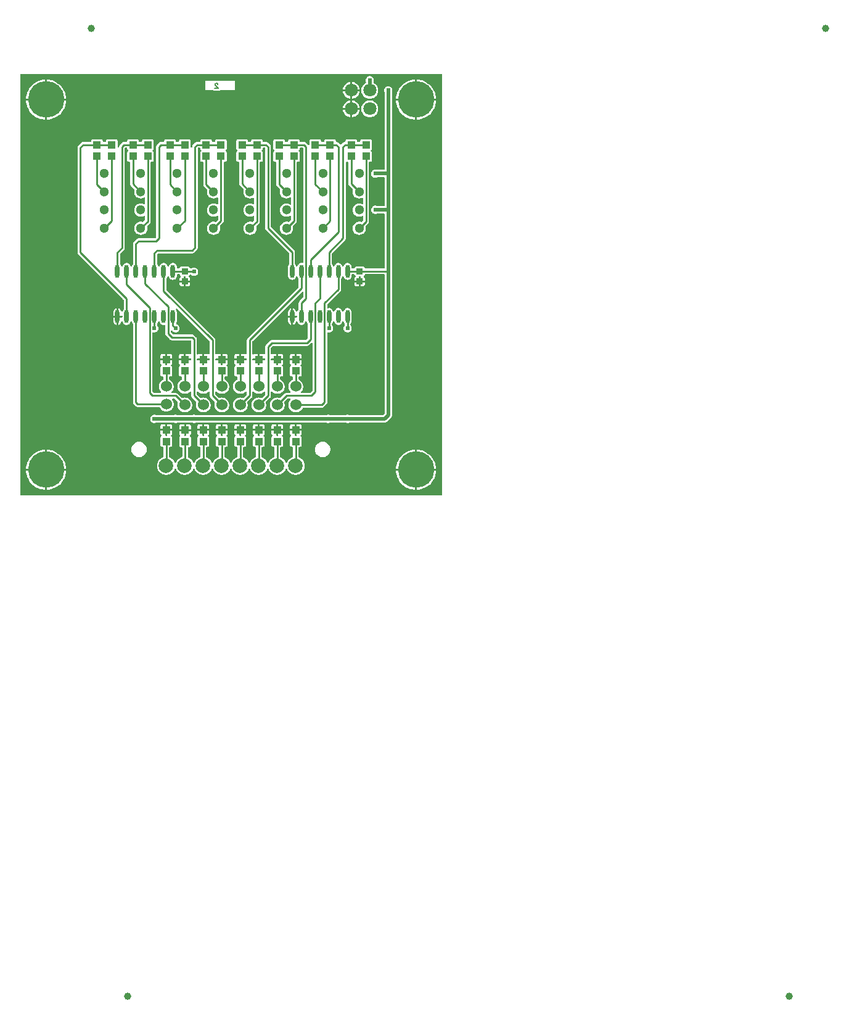
<source format=gbl>
G04 Layer: BottomLayer*
G04 EasyEDA v6.5.29, 2023-07-09 12:41:00*
G04 4e8154f8966d48969a3891fccebbae35,5a6b42c53f6a479593ecc07194224c93,10*
G04 Gerber Generator version 0.2*
G04 Scale: 100 percent, Rotated: No, Reflected: No *
G04 Dimensions in millimeters *
G04 leading zeros omitted , absolute positions ,4 integer and 5 decimal *
%FSLAX45Y45*%
%MOMM*%

%AMMACRO1*21,1,$1,$2,0,0,$3*%
%ADD10C,0.1524*%
%ADD11C,0.2540*%
%ADD12C,0.5000*%
%ADD13MACRO1,1X1.1X90.0000*%
%ADD14O,0.5999988X1.7999964*%
%ADD15MACRO1,0.8X0.9X-90.0000*%
%ADD16C,1.0000*%
%ADD17C,5.0000*%
%ADD18C,1.5240*%
%ADD19C,2.0000*%
%ADD20C,1.3000*%
%ADD21C,1.8000*%
%ADD22C,0.6096*%
%ADD23C,0.0106*%

%LPD*%
G36*
X5805932Y25908D02*
G01*
X36068Y26416D01*
X32156Y27178D01*
X28905Y29362D01*
X26670Y32664D01*
X25908Y36576D01*
X25908Y5805932D01*
X26670Y5809843D01*
X28905Y5813094D01*
X32156Y5815330D01*
X36068Y5816092D01*
X2555240Y5816092D01*
X2559151Y5815330D01*
X2562402Y5813094D01*
X2564638Y5809843D01*
X2565400Y5805932D01*
X2566162Y5809843D01*
X2568397Y5813094D01*
X2571648Y5815330D01*
X2575560Y5816092D01*
X5805932Y5816092D01*
X5809843Y5815330D01*
X5813094Y5813094D01*
X5815330Y5809843D01*
X5816092Y5805932D01*
X5816092Y36068D01*
X5815330Y32207D01*
X5813094Y28905D01*
X5809843Y26670D01*
G37*

%LPC*%
G36*
X4584700Y5600700D02*
G01*
X4687112Y5600700D01*
X4686960Y5602528D01*
X4684268Y5616803D01*
X4679746Y5630672D01*
X4673549Y5643829D01*
X4665776Y5656122D01*
X4656480Y5667349D01*
X4645863Y5677306D01*
X4634077Y5685840D01*
X4621326Y5692851D01*
X4607814Y5698236D01*
X4593691Y5701842D01*
X4584700Y5702960D01*
G37*
G36*
X5448300Y105613D02*
G01*
X5448300Y368300D01*
X5185410Y368300D01*
X5187289Y346405D01*
X5191150Y323646D01*
X5196890Y301244D01*
X5204460Y279450D01*
X5213858Y258317D01*
X5224983Y238099D01*
X5237784Y218846D01*
X5252161Y200710D01*
X5267960Y183896D01*
X5285130Y168402D01*
X5303520Y154432D01*
X5323027Y142087D01*
X5343499Y131368D01*
X5364835Y122428D01*
X5386781Y115265D01*
X5409285Y109982D01*
X5432145Y106629D01*
G37*
G36*
X368300Y105613D02*
G01*
X368300Y368300D01*
X105410Y368300D01*
X107289Y346405D01*
X111150Y323646D01*
X116890Y301244D01*
X124460Y279450D01*
X133858Y258317D01*
X144983Y238099D01*
X157784Y218846D01*
X172161Y200710D01*
X187960Y183896D01*
X205130Y168402D01*
X223520Y154432D01*
X243027Y142087D01*
X263499Y131368D01*
X284835Y122428D01*
X306781Y115265D01*
X329285Y109982D01*
X352145Y106629D01*
G37*
G36*
X2029206Y309524D02*
G01*
X2044395Y310438D01*
X2059330Y313182D01*
X2073859Y317703D01*
X2087727Y323951D01*
X2100732Y331825D01*
X2112670Y341172D01*
X2123440Y351942D01*
X2132787Y363880D01*
X2140661Y376885D01*
X2146960Y390804D01*
X2149144Y394004D01*
X2152396Y396087D01*
X2156206Y396798D01*
X2160016Y396087D01*
X2163267Y394004D01*
X2165451Y390804D01*
X2171750Y376885D01*
X2179624Y363880D01*
X2188972Y351942D01*
X2199741Y341172D01*
X2211679Y331825D01*
X2224684Y323951D01*
X2238552Y317703D01*
X2253081Y313182D01*
X2268016Y310438D01*
X2283206Y309524D01*
X2298395Y310438D01*
X2313330Y313182D01*
X2327859Y317703D01*
X2341727Y323951D01*
X2354732Y331825D01*
X2366670Y341172D01*
X2377440Y351942D01*
X2386787Y363880D01*
X2394661Y376885D01*
X2400960Y390804D01*
X2403144Y394004D01*
X2406396Y396087D01*
X2410206Y396798D01*
X2414016Y396087D01*
X2417267Y394004D01*
X2419451Y390804D01*
X2425750Y376885D01*
X2433624Y363880D01*
X2442972Y351942D01*
X2453741Y341172D01*
X2465679Y331825D01*
X2478684Y323951D01*
X2492552Y317703D01*
X2507081Y313182D01*
X2522016Y310438D01*
X2537206Y309524D01*
X2552395Y310438D01*
X2567330Y313182D01*
X2581859Y317703D01*
X2595727Y323951D01*
X2608732Y331825D01*
X2620670Y341172D01*
X2631440Y351942D01*
X2640787Y363880D01*
X2648661Y376885D01*
X2654960Y390804D01*
X2657144Y394004D01*
X2660396Y396087D01*
X2664206Y396798D01*
X2668016Y396087D01*
X2671267Y394004D01*
X2673451Y390804D01*
X2679750Y376885D01*
X2687624Y363880D01*
X2696972Y351942D01*
X2707741Y341172D01*
X2719679Y331825D01*
X2732684Y323951D01*
X2746552Y317703D01*
X2761081Y313182D01*
X2776016Y310438D01*
X2791206Y309524D01*
X2806395Y310438D01*
X2821330Y313182D01*
X2835859Y317703D01*
X2849727Y323951D01*
X2862732Y331825D01*
X2874670Y341172D01*
X2885440Y351942D01*
X2894787Y363880D01*
X2902661Y376885D01*
X2908960Y390804D01*
X2911144Y394004D01*
X2914396Y396087D01*
X2918206Y396798D01*
X2922016Y396087D01*
X2925267Y394004D01*
X2927451Y390804D01*
X2933750Y376885D01*
X2941624Y363880D01*
X2950972Y351942D01*
X2961741Y341172D01*
X2973679Y331825D01*
X2986684Y323951D01*
X3000552Y317703D01*
X3015081Y313182D01*
X3030016Y310438D01*
X3045206Y309524D01*
X3060395Y310438D01*
X3075330Y313182D01*
X3089859Y317703D01*
X3103727Y323951D01*
X3116732Y331825D01*
X3128670Y341172D01*
X3139440Y351942D01*
X3148787Y363880D01*
X3156661Y376885D01*
X3162960Y390804D01*
X3165144Y394004D01*
X3168396Y396087D01*
X3172206Y396798D01*
X3176016Y396087D01*
X3179267Y394004D01*
X3181451Y390804D01*
X3187750Y376885D01*
X3195624Y363880D01*
X3204972Y351942D01*
X3215741Y341172D01*
X3227679Y331825D01*
X3240684Y323951D01*
X3254552Y317703D01*
X3269081Y313182D01*
X3284016Y310438D01*
X3299206Y309524D01*
X3314395Y310438D01*
X3329330Y313182D01*
X3343859Y317703D01*
X3357727Y323951D01*
X3370732Y331825D01*
X3382670Y341172D01*
X3393440Y351942D01*
X3402787Y363880D01*
X3410661Y376885D01*
X3416960Y390804D01*
X3419144Y394004D01*
X3422396Y396087D01*
X3426206Y396798D01*
X3430015Y396087D01*
X3433267Y394004D01*
X3435451Y390804D01*
X3441750Y376885D01*
X3449624Y363880D01*
X3458972Y351942D01*
X3469741Y341172D01*
X3481679Y331825D01*
X3494684Y323951D01*
X3508552Y317703D01*
X3523081Y313182D01*
X3538016Y310438D01*
X3553206Y309524D01*
X3568395Y310438D01*
X3583330Y313182D01*
X3597859Y317703D01*
X3611727Y323951D01*
X3624732Y331825D01*
X3636670Y341172D01*
X3647440Y351942D01*
X3656787Y363880D01*
X3664661Y376885D01*
X3670960Y390804D01*
X3673144Y394004D01*
X3676396Y396087D01*
X3680206Y396798D01*
X3684015Y396087D01*
X3687267Y394004D01*
X3689451Y390804D01*
X3695750Y376885D01*
X3703624Y363880D01*
X3712972Y351942D01*
X3723741Y341172D01*
X3735679Y331825D01*
X3748684Y323951D01*
X3762552Y317703D01*
X3777081Y313182D01*
X3792016Y310438D01*
X3807206Y309524D01*
X3822395Y310438D01*
X3837330Y313182D01*
X3851859Y317703D01*
X3865727Y323951D01*
X3878732Y331825D01*
X3890670Y341172D01*
X3901440Y351942D01*
X3910787Y363880D01*
X3918661Y376885D01*
X3924909Y390753D01*
X3929430Y405282D01*
X3932174Y420217D01*
X3933088Y435406D01*
X3932174Y450596D01*
X3929430Y465531D01*
X3924909Y480059D01*
X3918661Y493928D01*
X3910787Y506933D01*
X3901440Y518871D01*
X3890670Y529640D01*
X3878732Y538988D01*
X3865727Y546862D01*
X3854602Y551891D01*
X3851452Y554126D01*
X3849319Y557326D01*
X3848608Y561136D01*
X3848608Y683818D01*
X3849370Y687730D01*
X3851605Y691032D01*
X3854856Y693216D01*
X3858768Y693978D01*
X3864457Y693978D01*
X3870756Y694690D01*
X3876243Y696620D01*
X3881120Y699719D01*
X3885234Y703783D01*
X3888282Y708710D01*
X3890213Y714146D01*
X3890924Y720496D01*
X3890924Y819353D01*
X3890213Y825652D01*
X3888282Y831138D01*
X3885234Y836015D01*
X3881120Y840130D01*
X3879240Y841298D01*
X3876294Y844092D01*
X3874668Y847852D01*
X3874668Y851916D01*
X3876294Y855675D01*
X3879240Y858519D01*
X3881120Y859688D01*
X3885234Y863803D01*
X3888282Y868680D01*
X3890213Y874115D01*
X3890924Y880465D01*
X3890924Y917194D01*
X3822700Y917194D01*
X3822700Y855980D01*
X3821937Y852068D01*
X3819753Y848766D01*
X3816451Y846582D01*
X3812540Y845819D01*
X3807460Y845819D01*
X3803599Y846582D01*
X3800297Y848766D01*
X3798062Y852068D01*
X3797300Y855980D01*
X3797300Y917194D01*
X3729126Y917194D01*
X3729126Y880465D01*
X3729837Y874115D01*
X3731717Y868680D01*
X3734815Y863803D01*
X3738879Y859688D01*
X3740810Y858519D01*
X3743756Y855675D01*
X3745331Y851916D01*
X3745331Y847852D01*
X3743756Y844092D01*
X3740810Y841298D01*
X3738879Y840130D01*
X3734815Y836015D01*
X3731717Y831138D01*
X3729837Y825652D01*
X3729126Y819353D01*
X3729126Y720496D01*
X3729837Y714146D01*
X3731717Y708710D01*
X3734815Y703783D01*
X3738879Y699719D01*
X3743807Y696620D01*
X3749243Y694690D01*
X3755593Y693978D01*
X3761232Y693978D01*
X3765143Y693216D01*
X3768394Y691032D01*
X3770629Y687730D01*
X3771392Y683818D01*
X3771392Y563321D01*
X3770477Y559155D01*
X3767988Y555752D01*
X3764229Y553618D01*
X3762552Y553110D01*
X3748684Y546862D01*
X3735679Y538988D01*
X3723741Y529640D01*
X3712972Y518871D01*
X3703624Y506933D01*
X3695750Y493928D01*
X3689451Y480009D01*
X3687267Y476808D01*
X3684015Y474726D01*
X3680206Y474014D01*
X3676396Y474726D01*
X3673144Y476808D01*
X3670960Y480009D01*
X3664661Y493928D01*
X3656787Y506933D01*
X3647440Y518871D01*
X3636670Y529640D01*
X3624732Y538988D01*
X3611727Y546862D01*
X3600602Y551891D01*
X3597452Y554126D01*
X3595319Y557326D01*
X3594608Y561136D01*
X3594608Y683818D01*
X3595370Y687730D01*
X3597605Y691032D01*
X3600856Y693216D01*
X3604768Y693978D01*
X3610457Y693978D01*
X3616756Y694690D01*
X3622243Y696620D01*
X3627120Y699719D01*
X3631234Y703783D01*
X3634282Y708710D01*
X3636213Y714146D01*
X3636924Y720496D01*
X3636924Y819353D01*
X3636213Y825652D01*
X3634282Y831138D01*
X3631234Y836015D01*
X3627120Y840130D01*
X3625240Y841298D01*
X3622294Y844092D01*
X3620668Y847852D01*
X3620668Y851916D01*
X3622294Y855675D01*
X3625240Y858519D01*
X3627120Y859688D01*
X3631234Y863803D01*
X3634282Y868680D01*
X3636213Y874115D01*
X3636924Y880465D01*
X3636924Y917194D01*
X3568700Y917194D01*
X3568700Y855980D01*
X3567937Y852068D01*
X3565753Y848766D01*
X3562451Y846582D01*
X3558540Y845819D01*
X3553460Y845819D01*
X3549599Y846582D01*
X3546297Y848766D01*
X3544062Y852068D01*
X3543300Y855980D01*
X3543300Y917194D01*
X3475126Y917194D01*
X3475126Y880465D01*
X3475837Y874115D01*
X3477717Y868680D01*
X3480815Y863803D01*
X3484879Y859688D01*
X3486810Y858519D01*
X3489756Y855675D01*
X3491331Y851916D01*
X3491331Y847852D01*
X3489756Y844092D01*
X3486810Y841298D01*
X3484879Y840130D01*
X3480815Y836015D01*
X3477717Y831138D01*
X3475837Y825652D01*
X3475126Y819353D01*
X3475126Y720496D01*
X3475837Y714146D01*
X3477717Y708710D01*
X3480815Y703783D01*
X3484879Y699719D01*
X3489807Y696620D01*
X3495243Y694690D01*
X3501593Y693978D01*
X3507232Y693978D01*
X3511143Y693216D01*
X3514394Y691032D01*
X3516629Y687730D01*
X3517392Y683818D01*
X3517392Y563321D01*
X3516477Y559155D01*
X3513988Y555752D01*
X3510229Y553618D01*
X3508552Y553110D01*
X3494684Y546862D01*
X3481679Y538988D01*
X3469741Y529640D01*
X3458972Y518871D01*
X3449624Y506933D01*
X3441750Y493928D01*
X3435451Y480009D01*
X3433267Y476808D01*
X3430015Y474726D01*
X3426206Y474014D01*
X3422396Y474726D01*
X3419144Y476808D01*
X3416960Y480009D01*
X3410661Y493928D01*
X3402787Y506933D01*
X3393440Y518871D01*
X3382670Y529640D01*
X3370732Y538988D01*
X3357727Y546862D01*
X3346602Y551891D01*
X3343452Y554126D01*
X3341319Y557326D01*
X3340608Y561136D01*
X3340608Y683818D01*
X3341370Y687730D01*
X3343605Y691032D01*
X3346856Y693216D01*
X3350768Y693978D01*
X3356457Y693978D01*
X3362756Y694690D01*
X3368243Y696620D01*
X3373120Y699719D01*
X3377234Y703783D01*
X3380282Y708710D01*
X3382213Y714146D01*
X3382924Y720496D01*
X3382924Y819353D01*
X3382213Y825652D01*
X3380282Y831138D01*
X3377234Y836015D01*
X3373120Y840130D01*
X3371240Y841298D01*
X3368294Y844092D01*
X3366668Y847852D01*
X3366668Y851916D01*
X3368294Y855675D01*
X3371240Y858519D01*
X3373120Y859688D01*
X3377234Y863803D01*
X3380282Y868680D01*
X3382213Y874115D01*
X3382924Y880465D01*
X3382924Y917194D01*
X3314700Y917194D01*
X3314700Y855980D01*
X3313937Y852068D01*
X3311753Y848766D01*
X3308451Y846582D01*
X3304540Y845819D01*
X3299460Y845819D01*
X3295599Y846582D01*
X3292297Y848766D01*
X3290062Y852068D01*
X3289300Y855980D01*
X3289300Y917194D01*
X3221126Y917194D01*
X3221126Y880465D01*
X3221837Y874115D01*
X3223717Y868680D01*
X3226816Y863803D01*
X3230880Y859688D01*
X3232810Y858519D01*
X3235756Y855675D01*
X3237331Y851916D01*
X3237331Y847852D01*
X3235756Y844092D01*
X3232810Y841298D01*
X3230880Y840130D01*
X3226816Y836015D01*
X3223717Y831138D01*
X3221837Y825652D01*
X3221126Y819353D01*
X3221126Y720496D01*
X3221837Y714146D01*
X3223717Y708710D01*
X3226816Y703783D01*
X3230880Y699719D01*
X3235807Y696620D01*
X3241243Y694690D01*
X3247593Y693978D01*
X3253232Y693978D01*
X3257143Y693216D01*
X3260394Y691032D01*
X3262629Y687730D01*
X3263392Y683818D01*
X3263392Y563321D01*
X3262477Y559155D01*
X3259988Y555752D01*
X3256229Y553618D01*
X3254552Y553110D01*
X3240684Y546862D01*
X3227679Y538988D01*
X3215741Y529640D01*
X3204972Y518871D01*
X3195624Y506933D01*
X3187750Y493928D01*
X3181451Y480009D01*
X3179267Y476808D01*
X3176016Y474726D01*
X3172206Y474014D01*
X3168396Y474726D01*
X3165144Y476808D01*
X3162960Y480009D01*
X3156661Y493928D01*
X3148787Y506933D01*
X3139440Y518871D01*
X3128670Y529640D01*
X3116732Y538988D01*
X3103727Y546862D01*
X3092602Y551891D01*
X3089452Y554126D01*
X3087319Y557326D01*
X3086608Y561136D01*
X3086608Y683818D01*
X3087370Y687730D01*
X3089605Y691032D01*
X3092856Y693216D01*
X3096768Y693978D01*
X3102457Y693978D01*
X3108756Y694690D01*
X3114243Y696620D01*
X3119120Y699719D01*
X3123234Y703783D01*
X3126282Y708710D01*
X3128213Y714146D01*
X3128924Y720496D01*
X3128924Y819353D01*
X3128213Y825652D01*
X3126282Y831138D01*
X3123234Y836015D01*
X3119120Y840130D01*
X3117240Y841298D01*
X3114294Y844092D01*
X3112668Y847852D01*
X3112668Y851916D01*
X3114294Y855675D01*
X3117240Y858519D01*
X3119120Y859688D01*
X3123234Y863803D01*
X3126282Y868680D01*
X3128213Y874115D01*
X3128924Y880465D01*
X3128924Y917194D01*
X3060700Y917194D01*
X3060700Y855980D01*
X3059938Y852068D01*
X3057753Y848766D01*
X3054451Y846582D01*
X3050540Y845819D01*
X3045460Y845819D01*
X3041599Y846582D01*
X3038297Y848766D01*
X3036062Y852068D01*
X3035300Y855980D01*
X3035300Y917194D01*
X2967126Y917194D01*
X2967126Y880465D01*
X2967837Y874115D01*
X2969717Y868680D01*
X2972816Y863803D01*
X2976880Y859688D01*
X2978810Y858519D01*
X2981756Y855675D01*
X2983331Y851916D01*
X2983331Y847852D01*
X2981756Y844092D01*
X2978810Y841298D01*
X2976880Y840130D01*
X2972816Y836015D01*
X2969717Y831138D01*
X2967837Y825652D01*
X2967126Y819353D01*
X2967126Y720496D01*
X2967837Y714146D01*
X2969717Y708710D01*
X2972816Y703783D01*
X2976880Y699719D01*
X2981807Y696620D01*
X2987243Y694690D01*
X2993593Y693978D01*
X2999232Y693978D01*
X3003143Y693216D01*
X3006394Y691032D01*
X3008630Y687730D01*
X3009392Y683818D01*
X3009392Y563321D01*
X3008477Y559155D01*
X3005988Y555752D01*
X3002229Y553618D01*
X3000552Y553110D01*
X2986684Y546862D01*
X2973679Y538988D01*
X2961741Y529640D01*
X2950972Y518871D01*
X2941624Y506933D01*
X2933750Y493928D01*
X2927451Y480009D01*
X2925267Y476808D01*
X2922016Y474726D01*
X2918206Y474014D01*
X2914396Y474726D01*
X2911144Y476808D01*
X2908960Y480009D01*
X2902661Y493928D01*
X2894787Y506933D01*
X2885440Y518871D01*
X2874670Y529640D01*
X2862732Y538988D01*
X2849727Y546862D01*
X2838602Y551891D01*
X2835452Y554126D01*
X2833319Y557326D01*
X2832608Y561136D01*
X2832608Y683818D01*
X2833370Y687730D01*
X2835605Y691032D01*
X2838856Y693216D01*
X2842768Y693978D01*
X2848457Y693978D01*
X2854756Y694690D01*
X2860243Y696620D01*
X2865120Y699719D01*
X2869234Y703783D01*
X2872282Y708710D01*
X2874213Y714146D01*
X2874924Y720496D01*
X2874924Y819353D01*
X2874213Y825652D01*
X2872282Y831138D01*
X2869234Y836015D01*
X2865120Y840130D01*
X2863240Y841298D01*
X2860294Y844092D01*
X2858668Y847852D01*
X2858668Y851916D01*
X2860294Y855675D01*
X2863240Y858519D01*
X2865120Y859688D01*
X2869234Y863803D01*
X2872282Y868680D01*
X2874213Y874115D01*
X2874924Y880465D01*
X2874924Y917194D01*
X2806700Y917194D01*
X2806700Y855980D01*
X2805938Y852068D01*
X2803753Y848766D01*
X2800451Y846582D01*
X2796540Y845819D01*
X2791460Y845819D01*
X2787599Y846582D01*
X2784297Y848766D01*
X2782062Y852068D01*
X2781300Y855980D01*
X2781300Y917194D01*
X2713126Y917194D01*
X2713126Y880465D01*
X2713837Y874115D01*
X2715717Y868680D01*
X2718816Y863803D01*
X2722880Y859688D01*
X2724810Y858519D01*
X2727756Y855675D01*
X2729331Y851916D01*
X2729331Y847852D01*
X2727756Y844092D01*
X2724810Y841298D01*
X2722880Y840130D01*
X2718816Y836015D01*
X2715717Y831138D01*
X2713837Y825652D01*
X2713126Y819353D01*
X2713126Y720496D01*
X2713837Y714146D01*
X2715717Y708710D01*
X2718816Y703783D01*
X2722880Y699719D01*
X2727807Y696620D01*
X2733243Y694690D01*
X2739593Y693978D01*
X2745232Y693978D01*
X2749143Y693216D01*
X2752394Y691032D01*
X2754630Y687730D01*
X2755392Y683818D01*
X2755392Y563321D01*
X2754477Y559155D01*
X2751988Y555752D01*
X2748229Y553618D01*
X2746552Y553110D01*
X2732684Y546862D01*
X2719679Y538988D01*
X2707741Y529640D01*
X2696972Y518871D01*
X2687624Y506933D01*
X2679750Y493928D01*
X2673451Y480009D01*
X2671267Y476808D01*
X2668016Y474726D01*
X2664206Y474014D01*
X2660396Y474726D01*
X2657144Y476808D01*
X2654960Y480009D01*
X2648661Y493928D01*
X2640787Y506933D01*
X2631440Y518871D01*
X2620670Y529640D01*
X2608732Y538988D01*
X2595727Y546862D01*
X2584602Y551891D01*
X2581452Y554126D01*
X2579319Y557326D01*
X2578608Y561136D01*
X2578608Y683818D01*
X2579370Y687730D01*
X2581605Y691032D01*
X2584856Y693216D01*
X2588768Y693978D01*
X2594457Y693978D01*
X2600756Y694690D01*
X2606243Y696620D01*
X2611120Y699719D01*
X2615234Y703783D01*
X2618282Y708710D01*
X2620213Y714146D01*
X2620924Y720496D01*
X2620924Y819353D01*
X2620213Y825652D01*
X2618282Y831138D01*
X2615234Y836015D01*
X2611120Y840130D01*
X2609240Y841298D01*
X2606294Y844092D01*
X2604668Y847852D01*
X2604668Y851916D01*
X2606294Y855675D01*
X2609240Y858519D01*
X2611120Y859688D01*
X2615234Y863803D01*
X2618282Y868680D01*
X2620213Y874115D01*
X2620924Y880465D01*
X2620924Y917194D01*
X2552700Y917194D01*
X2552700Y855980D01*
X2551938Y852068D01*
X2549753Y848766D01*
X2546451Y846582D01*
X2542540Y845819D01*
X2537460Y845819D01*
X2533599Y846582D01*
X2530297Y848766D01*
X2528062Y852068D01*
X2527300Y855980D01*
X2527300Y917194D01*
X2459126Y917194D01*
X2459126Y880465D01*
X2459837Y874115D01*
X2461717Y868680D01*
X2464816Y863803D01*
X2468880Y859688D01*
X2470810Y858519D01*
X2473756Y855675D01*
X2475331Y851916D01*
X2475331Y847852D01*
X2473756Y844092D01*
X2470810Y841298D01*
X2468880Y840130D01*
X2464816Y836015D01*
X2461717Y831138D01*
X2459837Y825652D01*
X2459126Y819353D01*
X2459126Y720496D01*
X2459837Y714146D01*
X2461717Y708710D01*
X2464816Y703783D01*
X2468880Y699719D01*
X2473807Y696620D01*
X2479243Y694690D01*
X2485593Y693978D01*
X2491232Y693978D01*
X2495143Y693216D01*
X2498394Y691032D01*
X2500630Y687730D01*
X2501392Y683818D01*
X2501392Y563321D01*
X2500477Y559155D01*
X2497988Y555752D01*
X2494229Y553618D01*
X2492552Y553110D01*
X2478684Y546862D01*
X2465679Y538988D01*
X2453741Y529640D01*
X2442972Y518871D01*
X2433624Y506933D01*
X2425750Y493928D01*
X2419451Y480009D01*
X2417267Y476808D01*
X2414016Y474726D01*
X2410206Y474014D01*
X2406396Y474726D01*
X2403144Y476808D01*
X2400960Y480009D01*
X2394661Y493928D01*
X2386787Y506933D01*
X2377440Y518871D01*
X2366670Y529640D01*
X2354732Y538988D01*
X2341727Y546862D01*
X2333396Y550621D01*
X2330246Y552856D01*
X2328164Y556107D01*
X2327402Y559866D01*
X2327402Y680212D01*
X2328164Y684123D01*
X2330399Y687425D01*
X2333701Y689610D01*
X2337562Y690372D01*
X2343251Y690372D01*
X2349550Y691134D01*
X2355037Y693013D01*
X2359914Y696112D01*
X2364028Y700176D01*
X2367076Y705104D01*
X2369007Y710539D01*
X2369718Y716889D01*
X2369718Y815746D01*
X2369007Y822045D01*
X2367076Y827532D01*
X2364028Y832408D01*
X2359914Y836523D01*
X2358034Y837692D01*
X2355088Y840536D01*
X2353513Y844245D01*
X2353513Y848360D01*
X2355088Y852068D01*
X2358034Y854913D01*
X2359914Y856081D01*
X2364028Y860196D01*
X2367076Y865073D01*
X2369007Y870559D01*
X2369718Y876858D01*
X2369718Y913587D01*
X2301494Y913587D01*
X2301494Y852373D01*
X2300732Y848461D01*
X2298547Y845210D01*
X2295245Y842975D01*
X2291334Y842213D01*
X2286254Y842213D01*
X2282393Y842975D01*
X2279091Y845210D01*
X2276906Y848461D01*
X2276094Y852373D01*
X2276094Y913587D01*
X2207920Y913587D01*
X2207920Y876858D01*
X2208631Y870559D01*
X2210511Y865073D01*
X2213610Y860196D01*
X2217674Y856081D01*
X2219604Y854913D01*
X2222550Y852068D01*
X2224125Y848360D01*
X2224125Y844245D01*
X2222550Y840536D01*
X2219604Y837692D01*
X2217674Y836523D01*
X2213610Y832408D01*
X2210511Y827532D01*
X2208631Y822045D01*
X2207920Y815746D01*
X2207920Y716889D01*
X2208631Y710539D01*
X2210511Y705104D01*
X2213610Y700176D01*
X2217674Y696112D01*
X2222601Y693013D01*
X2228037Y691134D01*
X2234387Y690372D01*
X2240026Y690372D01*
X2243937Y689610D01*
X2247239Y687425D01*
X2249424Y684123D01*
X2250186Y680212D01*
X2250186Y564235D01*
X2249322Y560070D01*
X2246782Y556615D01*
X2243074Y554532D01*
X2238552Y553110D01*
X2224684Y546862D01*
X2211679Y538988D01*
X2199741Y529640D01*
X2188972Y518871D01*
X2179624Y506933D01*
X2171750Y493928D01*
X2165451Y480009D01*
X2163267Y476808D01*
X2160016Y474726D01*
X2156206Y474014D01*
X2152396Y474726D01*
X2149144Y476808D01*
X2146960Y480009D01*
X2140661Y493928D01*
X2132787Y506933D01*
X2123440Y518871D01*
X2112670Y529640D01*
X2100732Y538988D01*
X2087727Y546862D01*
X2076602Y551891D01*
X2073452Y554126D01*
X2071319Y557326D01*
X2070607Y561136D01*
X2070607Y683818D01*
X2071370Y687730D01*
X2073605Y691032D01*
X2076856Y693216D01*
X2080768Y693978D01*
X2086457Y693978D01*
X2092756Y694690D01*
X2098243Y696620D01*
X2103120Y699719D01*
X2107234Y703783D01*
X2110282Y708710D01*
X2112213Y714146D01*
X2112924Y720496D01*
X2112924Y819353D01*
X2112213Y825652D01*
X2110282Y831138D01*
X2107234Y836015D01*
X2103120Y840130D01*
X2101240Y841298D01*
X2098294Y844092D01*
X2096668Y847852D01*
X2096668Y851916D01*
X2098294Y855675D01*
X2101240Y858519D01*
X2103120Y859688D01*
X2107234Y863803D01*
X2110282Y868680D01*
X2112213Y874115D01*
X2112924Y880465D01*
X2112924Y917194D01*
X2044700Y917194D01*
X2044700Y855980D01*
X2043938Y852068D01*
X2041753Y848766D01*
X2038451Y846582D01*
X2034539Y845819D01*
X2029460Y845819D01*
X2025599Y846582D01*
X2022297Y848766D01*
X2020062Y852068D01*
X2019300Y855980D01*
X2019300Y917194D01*
X1951126Y917194D01*
X1951126Y880465D01*
X1951837Y874115D01*
X1953717Y868680D01*
X1956816Y863803D01*
X1960880Y859688D01*
X1962810Y858519D01*
X1965756Y855675D01*
X1967331Y851916D01*
X1967331Y847852D01*
X1965756Y844092D01*
X1962810Y841298D01*
X1960880Y840130D01*
X1956816Y836015D01*
X1953717Y831138D01*
X1951837Y825652D01*
X1951126Y819353D01*
X1951126Y720496D01*
X1951837Y714146D01*
X1953717Y708710D01*
X1956816Y703783D01*
X1960880Y699719D01*
X1965807Y696620D01*
X1971243Y694690D01*
X1977593Y693978D01*
X1983232Y693978D01*
X1987143Y693216D01*
X1990394Y691032D01*
X1992630Y687730D01*
X1993392Y683818D01*
X1993392Y563321D01*
X1992477Y559155D01*
X1989988Y555752D01*
X1986229Y553618D01*
X1984552Y553110D01*
X1970684Y546862D01*
X1957679Y538988D01*
X1945741Y529640D01*
X1934972Y518871D01*
X1925624Y506933D01*
X1917750Y493928D01*
X1911502Y480059D01*
X1906981Y465531D01*
X1904238Y450596D01*
X1903323Y435406D01*
X1904238Y420217D01*
X1906981Y405282D01*
X1911502Y390753D01*
X1917750Y376885D01*
X1925624Y363880D01*
X1934972Y351942D01*
X1945741Y341172D01*
X1957679Y331825D01*
X1970684Y323951D01*
X1984552Y317703D01*
X1999081Y313182D01*
X2014016Y310438D01*
G37*
G36*
X393700Y393700D02*
G01*
X656336Y393700D01*
X655929Y404063D01*
X653034Y427024D01*
X648208Y449630D01*
X641553Y471728D01*
X633018Y493217D01*
X622757Y513892D01*
X610819Y533704D01*
X597204Y552348D01*
X582117Y569874D01*
X565607Y586028D01*
X547827Y600760D01*
X528828Y613968D01*
X508812Y625500D01*
X487934Y635355D01*
X466242Y643382D01*
X443992Y649630D01*
X421284Y653948D01*
X398322Y656336D01*
X393700Y656437D01*
G37*
G36*
X5473700Y393700D02*
G01*
X5736336Y393700D01*
X5735929Y404063D01*
X5733034Y427024D01*
X5728208Y449630D01*
X5721553Y471728D01*
X5713018Y493217D01*
X5702757Y513892D01*
X5690819Y533704D01*
X5677204Y552348D01*
X5662117Y569874D01*
X5645607Y586028D01*
X5627827Y600760D01*
X5608828Y613968D01*
X5588812Y625500D01*
X5567934Y635355D01*
X5546242Y643382D01*
X5523992Y649630D01*
X5501284Y653948D01*
X5478322Y656336D01*
X5473700Y656437D01*
G37*
G36*
X5185410Y393700D02*
G01*
X5448300Y393700D01*
X5448300Y656386D01*
X5432145Y655370D01*
X5409285Y652018D01*
X5386781Y646734D01*
X5364835Y639572D01*
X5343499Y630631D01*
X5323027Y619912D01*
X5303520Y607568D01*
X5285130Y593598D01*
X5267960Y578104D01*
X5252161Y561289D01*
X5237784Y543153D01*
X5224983Y523900D01*
X5213858Y503682D01*
X5204460Y482549D01*
X5196890Y460756D01*
X5191150Y438353D01*
X5187289Y415594D01*
G37*
G36*
X105410Y393700D02*
G01*
X368300Y393700D01*
X368300Y656386D01*
X352145Y655370D01*
X329285Y652018D01*
X306781Y646734D01*
X284835Y639572D01*
X263499Y630631D01*
X243027Y619912D01*
X223520Y607568D01*
X205130Y593598D01*
X187960Y578104D01*
X172161Y561289D01*
X157784Y543153D01*
X144983Y523900D01*
X133858Y503682D01*
X124460Y482549D01*
X116890Y460756D01*
X111150Y438353D01*
X107289Y415594D01*
G37*
G36*
X1657604Y554532D02*
G01*
X1671421Y555396D01*
X1684985Y558139D01*
X1698142Y562559D01*
X1710537Y568706D01*
X1722069Y576376D01*
X1732483Y585520D01*
X1741627Y595934D01*
X1749298Y607466D01*
X1755444Y619861D01*
X1759864Y633018D01*
X1762607Y646582D01*
X1763471Y660400D01*
X1762607Y674217D01*
X1759864Y687781D01*
X1755444Y700938D01*
X1749298Y713333D01*
X1741627Y724865D01*
X1732483Y735279D01*
X1722069Y744423D01*
X1710537Y752094D01*
X1698142Y758240D01*
X1684985Y762660D01*
X1671421Y765403D01*
X1657604Y766267D01*
X1643786Y765403D01*
X1630222Y762660D01*
X1617065Y758240D01*
X1604670Y752094D01*
X1593138Y744423D01*
X1582724Y735279D01*
X1573580Y724865D01*
X1565910Y713333D01*
X1559763Y700938D01*
X1555343Y687781D01*
X1552600Y674217D01*
X1551736Y660400D01*
X1552600Y646582D01*
X1555343Y633018D01*
X1559763Y619861D01*
X1565910Y607466D01*
X1573580Y595934D01*
X1582724Y585520D01*
X1593138Y576376D01*
X1604670Y568706D01*
X1617065Y562559D01*
X1630222Y558139D01*
X1643786Y555396D01*
G37*
G36*
X4178808Y554532D02*
G01*
X4192625Y555396D01*
X4206189Y558139D01*
X4219346Y562559D01*
X4231741Y568706D01*
X4243273Y576376D01*
X4253687Y585520D01*
X4262831Y595934D01*
X4270502Y607466D01*
X4276648Y619861D01*
X4281068Y633018D01*
X4283811Y646582D01*
X4284675Y660400D01*
X4283811Y674217D01*
X4281068Y687781D01*
X4276648Y700938D01*
X4270502Y713333D01*
X4262831Y724865D01*
X4253687Y735279D01*
X4243273Y744423D01*
X4231741Y752094D01*
X4219346Y758240D01*
X4206189Y762660D01*
X4192625Y765403D01*
X4178808Y766267D01*
X4164990Y765403D01*
X4151426Y762660D01*
X4138269Y758240D01*
X4125874Y752094D01*
X4114342Y744423D01*
X4103928Y735279D01*
X4094784Y724865D01*
X4087114Y713333D01*
X4080967Y700938D01*
X4076547Y687781D01*
X4073804Y674217D01*
X4072940Y660400D01*
X4073804Y646582D01*
X4076547Y633018D01*
X4080967Y619861D01*
X4087114Y607466D01*
X4094784Y595934D01*
X4103928Y585520D01*
X4114342Y576376D01*
X4125874Y568706D01*
X4138269Y562559D01*
X4151426Y558139D01*
X4164990Y555396D01*
G37*
G36*
X2207920Y938987D02*
G01*
X2276094Y938987D01*
X2276094Y1002182D01*
X2234387Y1002182D01*
X2228037Y1001471D01*
X2222601Y999591D01*
X2217674Y996492D01*
X2213610Y992428D01*
X2210511Y987501D01*
X2208631Y982065D01*
X2207920Y975715D01*
G37*
G36*
X2301494Y938987D02*
G01*
X2369718Y938987D01*
X2369718Y975715D01*
X2369007Y982065D01*
X2367076Y987501D01*
X2364028Y992428D01*
X2359914Y996492D01*
X2355037Y999591D01*
X2349550Y1001471D01*
X2343251Y1002182D01*
X2301494Y1002182D01*
G37*
G36*
X2552700Y942594D02*
G01*
X2620924Y942594D01*
X2620924Y979322D01*
X2620213Y985621D01*
X2618282Y991108D01*
X2615234Y995984D01*
X2611120Y1000099D01*
X2606243Y1003198D01*
X2600756Y1005078D01*
X2594457Y1005789D01*
X2552700Y1005789D01*
G37*
G36*
X3568700Y942594D02*
G01*
X3636924Y942594D01*
X3636924Y979322D01*
X3636213Y985621D01*
X3634282Y991108D01*
X3631234Y995984D01*
X3627120Y1000099D01*
X3622243Y1003198D01*
X3616756Y1005078D01*
X3610457Y1005789D01*
X3568700Y1005789D01*
G37*
G36*
X2806700Y942594D02*
G01*
X2874924Y942594D01*
X2874924Y979322D01*
X2874213Y985621D01*
X2872282Y991108D01*
X2869234Y995984D01*
X2865120Y1000099D01*
X2860243Y1003198D01*
X2854756Y1005078D01*
X2848457Y1005789D01*
X2806700Y1005789D01*
G37*
G36*
X3314700Y942594D02*
G01*
X3382924Y942594D01*
X3382924Y979322D01*
X3382213Y985621D01*
X3380282Y991108D01*
X3377234Y995984D01*
X3373120Y1000099D01*
X3368243Y1003198D01*
X3362756Y1005078D01*
X3356457Y1005789D01*
X3314700Y1005789D01*
G37*
G36*
X2967126Y942594D02*
G01*
X3035300Y942594D01*
X3035300Y1005789D01*
X2993593Y1005789D01*
X2987243Y1005078D01*
X2981807Y1003198D01*
X2976880Y1000099D01*
X2972816Y995984D01*
X2969717Y991108D01*
X2967837Y985621D01*
X2967126Y979322D01*
G37*
G36*
X2713126Y942594D02*
G01*
X2781300Y942594D01*
X2781300Y1005789D01*
X2739593Y1005789D01*
X2733243Y1005078D01*
X2727807Y1003198D01*
X2722880Y1000099D01*
X2718816Y995984D01*
X2715717Y991108D01*
X2713837Y985621D01*
X2713126Y979322D01*
G37*
G36*
X3221126Y942594D02*
G01*
X3289300Y942594D01*
X3289300Y1005789D01*
X3247593Y1005789D01*
X3241243Y1005078D01*
X3235807Y1003198D01*
X3230880Y1000099D01*
X3226816Y995984D01*
X3223717Y991108D01*
X3221837Y985621D01*
X3221126Y979322D01*
G37*
G36*
X2459126Y942594D02*
G01*
X2527300Y942594D01*
X2527300Y1005789D01*
X2485593Y1005789D01*
X2479243Y1005078D01*
X2473807Y1003198D01*
X2468880Y1000099D01*
X2464816Y995984D01*
X2461717Y991108D01*
X2459837Y985621D01*
X2459126Y979322D01*
G37*
G36*
X3475126Y942594D02*
G01*
X3543300Y942594D01*
X3543300Y1005789D01*
X3501593Y1005789D01*
X3495243Y1005078D01*
X3489807Y1003198D01*
X3484879Y1000099D01*
X3480815Y995984D01*
X3477717Y991108D01*
X3475837Y985621D01*
X3475126Y979322D01*
G37*
G36*
X3822700Y942594D02*
G01*
X3890924Y942594D01*
X3890924Y979322D01*
X3890213Y985621D01*
X3888282Y991108D01*
X3885234Y995984D01*
X3881120Y1000099D01*
X3876243Y1003198D01*
X3870756Y1005078D01*
X3864457Y1005789D01*
X3822700Y1005789D01*
G37*
G36*
X3060700Y942594D02*
G01*
X3128924Y942594D01*
X3128924Y979322D01*
X3128213Y985621D01*
X3126282Y991108D01*
X3123234Y995984D01*
X3119120Y1000099D01*
X3114243Y1003198D01*
X3108756Y1005078D01*
X3102457Y1005789D01*
X3060700Y1005789D01*
G37*
G36*
X2044700Y942594D02*
G01*
X2112924Y942594D01*
X2112924Y979322D01*
X2112213Y985621D01*
X2110282Y991108D01*
X2107234Y995984D01*
X2103120Y1000099D01*
X2098243Y1003198D01*
X2092756Y1005078D01*
X2086457Y1005789D01*
X2044700Y1005789D01*
G37*
G36*
X1951126Y942594D02*
G01*
X2019300Y942594D01*
X2019300Y1005789D01*
X1977593Y1005789D01*
X1971243Y1005078D01*
X1965807Y1003198D01*
X1960880Y1000099D01*
X1956816Y995984D01*
X1953717Y991108D01*
X1951837Y985621D01*
X1951126Y979322D01*
G37*
G36*
X3729126Y942594D02*
G01*
X3797300Y942594D01*
X3797300Y1005789D01*
X3755593Y1005789D01*
X3749243Y1005078D01*
X3743807Y1003198D01*
X3738879Y1000099D01*
X3734815Y995984D01*
X3731717Y991108D01*
X3729837Y985621D01*
X3729126Y979322D01*
G37*
G36*
X1866900Y1023162D02*
G01*
X1876704Y1024026D01*
X1886153Y1026566D01*
X1888489Y1027633D01*
X1892807Y1028598D01*
X2133092Y1028598D01*
X2137410Y1027633D01*
X2139746Y1026566D01*
X2149195Y1024026D01*
X2159000Y1023162D01*
X2168804Y1024026D01*
X2178253Y1026566D01*
X2180590Y1027633D01*
X2184908Y1028598D01*
X2387092Y1028598D01*
X2391410Y1027633D01*
X2393746Y1026566D01*
X2403195Y1024026D01*
X2413000Y1023162D01*
X2422804Y1024026D01*
X2432253Y1026566D01*
X2434590Y1027633D01*
X2438908Y1028598D01*
X4228592Y1028598D01*
X4232910Y1027633D01*
X4235246Y1026566D01*
X4244695Y1024026D01*
X4254500Y1023162D01*
X4264304Y1024026D01*
X4273753Y1026566D01*
X4276140Y1027633D01*
X4280408Y1028598D01*
X4495292Y1028598D01*
X4499559Y1027633D01*
X4501946Y1026566D01*
X4511395Y1024026D01*
X4521200Y1023162D01*
X4531004Y1024026D01*
X4540453Y1026566D01*
X4542790Y1027633D01*
X4547108Y1028598D01*
X5028996Y1028598D01*
X5033619Y1028801D01*
X5038039Y1029360D01*
X5042357Y1030325D01*
X5046624Y1031646D01*
X5050688Y1033373D01*
X5054650Y1035405D01*
X5058410Y1037793D01*
X5061915Y1040485D01*
X5065369Y1043635D01*
X5115864Y1094130D01*
X5119014Y1097584D01*
X5121706Y1101090D01*
X5124094Y1104849D01*
X5126126Y1108811D01*
X5127853Y1112875D01*
X5129174Y1117142D01*
X5130139Y1121460D01*
X5130698Y1125880D01*
X5130901Y1130503D01*
X5130901Y5562092D01*
X5131866Y5566410D01*
X5132933Y5568746D01*
X5135473Y5578195D01*
X5136337Y5588000D01*
X5135473Y5597804D01*
X5132933Y5607253D01*
X5128818Y5616194D01*
X5123180Y5624220D01*
X5116220Y5631180D01*
X5108194Y5636818D01*
X5099253Y5640933D01*
X5089804Y5643473D01*
X5080000Y5644337D01*
X5070195Y5643473D01*
X5060746Y5640933D01*
X5051806Y5636818D01*
X5043779Y5631180D01*
X5036820Y5624220D01*
X5031181Y5616194D01*
X5027066Y5607253D01*
X5024526Y5597804D01*
X5023662Y5588000D01*
X5024526Y5578195D01*
X5027066Y5568746D01*
X5028133Y5566410D01*
X5029098Y5562092D01*
X5029098Y4506061D01*
X5028336Y4502200D01*
X5026101Y4498898D01*
X5022799Y4496663D01*
X5018938Y4495901D01*
X4928108Y4495901D01*
X4923790Y4496866D01*
X4921453Y4497933D01*
X4912004Y4500473D01*
X4902200Y4501337D01*
X4892395Y4500473D01*
X4882946Y4497933D01*
X4874006Y4493818D01*
X4865979Y4488180D01*
X4859020Y4481220D01*
X4853381Y4473194D01*
X4849266Y4464253D01*
X4846726Y4454804D01*
X4845862Y4445000D01*
X4846726Y4435195D01*
X4849266Y4425746D01*
X4853381Y4416806D01*
X4859020Y4408779D01*
X4865979Y4401820D01*
X4874006Y4396181D01*
X4882946Y4392066D01*
X4892395Y4389526D01*
X4902200Y4388662D01*
X4912004Y4389526D01*
X4921453Y4392066D01*
X4923790Y4393133D01*
X4928108Y4394098D01*
X5018938Y4394098D01*
X5022799Y4393336D01*
X5026101Y4391101D01*
X5028336Y4387799D01*
X5029098Y4383938D01*
X5029098Y4010761D01*
X5028336Y4006900D01*
X5026101Y4003598D01*
X5022799Y4001363D01*
X5018938Y4000601D01*
X4928108Y4000601D01*
X4923790Y4001566D01*
X4921453Y4002633D01*
X4912004Y4005173D01*
X4902200Y4006037D01*
X4892395Y4005173D01*
X4882946Y4002633D01*
X4874006Y3998518D01*
X4865979Y3992879D01*
X4859020Y3985920D01*
X4853381Y3977894D01*
X4849266Y3968953D01*
X4846726Y3959504D01*
X4845862Y3949700D01*
X4846726Y3939895D01*
X4849266Y3930446D01*
X4853381Y3921506D01*
X4859020Y3913479D01*
X4865979Y3906520D01*
X4874006Y3900881D01*
X4882946Y3896766D01*
X4892395Y3894226D01*
X4902200Y3893362D01*
X4912004Y3894226D01*
X4921453Y3896766D01*
X4923790Y3897833D01*
X4928108Y3898798D01*
X5018938Y3898798D01*
X5022799Y3898036D01*
X5026101Y3895801D01*
X5028336Y3892499D01*
X5029098Y3888638D01*
X5029098Y3154172D01*
X5028336Y3150260D01*
X5026101Y3147009D01*
X5022799Y3144774D01*
X5018938Y3144012D01*
X4766208Y3144012D01*
X4762144Y3144875D01*
X4758740Y3147263D01*
X4756607Y3150819D01*
X4754626Y3156508D01*
X4751527Y3161385D01*
X4747412Y3165500D01*
X4742535Y3168548D01*
X4737049Y3170478D01*
X4730750Y3171190D01*
X4641900Y3171190D01*
X4635550Y3170478D01*
X4630115Y3168548D01*
X4625187Y3165500D01*
X4621123Y3161385D01*
X4618024Y3156508D01*
X4615840Y3150209D01*
X4613706Y3146653D01*
X4610354Y3144266D01*
X4606340Y3143402D01*
X4587341Y3143250D01*
X4583430Y3144012D01*
X4580128Y3146196D01*
X4577892Y3149498D01*
X4577130Y3153410D01*
X4577130Y3163570D01*
X4576216Y3173730D01*
X4573727Y3183128D01*
X4569612Y3191916D01*
X4564024Y3199892D01*
X4557115Y3206800D01*
X4549140Y3212388D01*
X4540300Y3216503D01*
X4530902Y3219043D01*
X4521200Y3219856D01*
X4511497Y3219043D01*
X4502099Y3216503D01*
X4493260Y3212388D01*
X4485284Y3206800D01*
X4478426Y3199892D01*
X4472838Y3191916D01*
X4468723Y3183128D01*
X4467504Y3178708D01*
X4465472Y3174796D01*
X4462018Y3172104D01*
X4457700Y3171139D01*
X4453432Y3172104D01*
X4449927Y3174796D01*
X4447895Y3178708D01*
X4446727Y3183128D01*
X4442612Y3191916D01*
X4437024Y3199892D01*
X4430115Y3206800D01*
X4422140Y3212388D01*
X4413300Y3216503D01*
X4403902Y3219043D01*
X4394200Y3219856D01*
X4384497Y3219043D01*
X4375099Y3216503D01*
X4366260Y3212388D01*
X4358284Y3206800D01*
X4351426Y3199892D01*
X4345838Y3191916D01*
X4341723Y3183128D01*
X4340504Y3178708D01*
X4338472Y3174796D01*
X4335018Y3172104D01*
X4330700Y3171139D01*
X4326432Y3172104D01*
X4322927Y3174796D01*
X4320895Y3178708D01*
X4319727Y3183128D01*
X4315612Y3191916D01*
X4310024Y3199892D01*
X4308805Y3201111D01*
X4306570Y3204413D01*
X4305808Y3208324D01*
X4305808Y3345281D01*
X4306570Y3349193D01*
X4308805Y3352495D01*
X4484624Y3528364D01*
X4489754Y3534562D01*
X4493310Y3541268D01*
X4495495Y3548481D01*
X4496308Y3556508D01*
X4496308Y4598212D01*
X4497019Y4602022D01*
X4499102Y4605223D01*
X4502251Y4607458D01*
X4506010Y4608372D01*
X4511243Y4607306D01*
X4517593Y4606594D01*
X4523232Y4606594D01*
X4527143Y4605832D01*
X4530394Y4603648D01*
X4532630Y4600346D01*
X4533392Y4596434D01*
X4533392Y4305300D01*
X4534204Y4297273D01*
X4536389Y4290060D01*
X4539945Y4283354D01*
X4545076Y4277156D01*
X4591354Y4230827D01*
X4593386Y4227982D01*
X4594301Y4224629D01*
X4594047Y4221175D01*
X4591608Y4211421D01*
X4590288Y4198823D01*
X4590745Y4186174D01*
X4592929Y4173677D01*
X4596841Y4161637D01*
X4602429Y4150207D01*
X4609490Y4139692D01*
X4617974Y4130294D01*
X4627676Y4122115D01*
X4638446Y4115409D01*
X4650028Y4110278D01*
X4662220Y4106773D01*
X4674768Y4104995D01*
X4687468Y4104995D01*
X4700016Y4106773D01*
X4712208Y4110278D01*
X4722317Y4114749D01*
X4726228Y4115612D01*
X4730191Y4114901D01*
X4733544Y4112717D01*
X4735779Y4109415D01*
X4736592Y4105452D01*
X4736592Y4035755D01*
X4735728Y4031691D01*
X4733340Y4028287D01*
X4729784Y4026154D01*
X4725670Y4025595D01*
X4721656Y4026763D01*
X4718100Y4028694D01*
X4706162Y4033012D01*
X4693767Y4035653D01*
X4681118Y4036517D01*
X4668469Y4035653D01*
X4656074Y4033012D01*
X4644136Y4028694D01*
X4632960Y4022750D01*
X4622698Y4015282D01*
X4613554Y4006494D01*
X4605782Y3996486D01*
X4599432Y3985514D01*
X4594656Y3973728D01*
X4591608Y3961434D01*
X4590288Y3948836D01*
X4590745Y3936136D01*
X4592929Y3923690D01*
X4596841Y3911600D01*
X4602429Y3900220D01*
X4609490Y3889705D01*
X4617974Y3880307D01*
X4627676Y3872128D01*
X4638446Y3865422D01*
X4650028Y3860241D01*
X4662220Y3856786D01*
X4674768Y3855008D01*
X4687468Y3855008D01*
X4700016Y3856786D01*
X4712208Y3860241D01*
X4722317Y3864762D01*
X4726228Y3865626D01*
X4730191Y3864914D01*
X4733544Y3862730D01*
X4735779Y3859428D01*
X4736592Y3855465D01*
X4736592Y3810000D01*
X4735830Y3806139D01*
X4733594Y3802837D01*
X4716373Y3785565D01*
X4713630Y3783634D01*
X4710379Y3782669D01*
X4707026Y3782822D01*
X4693767Y3785666D01*
X4681118Y3786530D01*
X4668469Y3785666D01*
X4656074Y3783025D01*
X4644136Y3778707D01*
X4632960Y3772712D01*
X4622698Y3765296D01*
X4613605Y3756456D01*
X4605782Y3746500D01*
X4599432Y3735527D01*
X4594707Y3723741D01*
X4591608Y3711448D01*
X4590288Y3698849D01*
X4590745Y3686149D01*
X4592929Y3673652D01*
X4596841Y3661613D01*
X4602429Y3650234D01*
X4609490Y3639718D01*
X4617974Y3630269D01*
X4627727Y3622141D01*
X4638446Y3615436D01*
X4650028Y3610254D01*
X4662220Y3606749D01*
X4674768Y3605022D01*
X4687468Y3605022D01*
X4700016Y3606749D01*
X4712208Y3610254D01*
X4723790Y3615436D01*
X4734560Y3622141D01*
X4744262Y3630269D01*
X4752746Y3639718D01*
X4759807Y3650234D01*
X4765395Y3661613D01*
X4769307Y3673652D01*
X4771491Y3686149D01*
X4771948Y3698849D01*
X4770628Y3711448D01*
X4768189Y3721201D01*
X4767935Y3724706D01*
X4768850Y3728008D01*
X4770882Y3730853D01*
X4802124Y3762146D01*
X4807254Y3768394D01*
X4810810Y3775049D01*
X4812995Y3782263D01*
X4813808Y3790289D01*
X4813808Y4596434D01*
X4814570Y4600346D01*
X4816805Y4603648D01*
X4820056Y4605832D01*
X4823968Y4606594D01*
X4829657Y4606594D01*
X4835956Y4607306D01*
X4841443Y4609236D01*
X4846320Y4612284D01*
X4850434Y4616399D01*
X4853482Y4621276D01*
X4855413Y4626762D01*
X4856124Y4633061D01*
X4856124Y4731918D01*
X4855413Y4738268D01*
X4853482Y4743704D01*
X4850434Y4748631D01*
X4846320Y4752695D01*
X4844440Y4753914D01*
X4841494Y4756708D01*
X4839868Y4760468D01*
X4839868Y4764532D01*
X4841494Y4768291D01*
X4844440Y4771085D01*
X4846320Y4772304D01*
X4850434Y4776368D01*
X4853482Y4781296D01*
X4855413Y4786731D01*
X4856124Y4793081D01*
X4856124Y4891938D01*
X4855413Y4898237D01*
X4853482Y4903724D01*
X4850434Y4908600D01*
X4846320Y4912715D01*
X4841443Y4915763D01*
X4835956Y4917694D01*
X4829657Y4918405D01*
X4720793Y4918405D01*
X4714443Y4917694D01*
X4709007Y4915763D01*
X4704080Y4912715D01*
X4700016Y4908600D01*
X4696917Y4903724D01*
X4695037Y4898339D01*
X4694224Y4890262D01*
X4693208Y4886706D01*
X4690973Y4883759D01*
X4687773Y4881778D01*
X4684115Y4881118D01*
X4663084Y4881118D01*
X4659426Y4881778D01*
X4656226Y4883759D01*
X4653991Y4886706D01*
X4652975Y4890262D01*
X4652162Y4898339D01*
X4650282Y4903724D01*
X4647234Y4908600D01*
X4643120Y4912715D01*
X4638243Y4915763D01*
X4632756Y4917694D01*
X4626457Y4918405D01*
X4517593Y4918405D01*
X4511243Y4917694D01*
X4505807Y4915763D01*
X4500880Y4912715D01*
X4496816Y4908600D01*
X4493717Y4903724D01*
X4491786Y4898237D01*
X4491075Y4890668D01*
X4490415Y4887010D01*
X4488484Y4883861D01*
X4485487Y4881626D01*
X4481931Y4880559D01*
X4479391Y4880305D01*
X4472127Y4878120D01*
X4465472Y4874564D01*
X4459274Y4869434D01*
X4433112Y4843322D01*
X4429861Y4841138D01*
X4425950Y4840376D01*
X4422038Y4841138D01*
X4418787Y4843322D01*
X4392625Y4869434D01*
X4386427Y4874564D01*
X4379772Y4878120D01*
X4372508Y4880305D01*
X4369968Y4880559D01*
X4366412Y4881626D01*
X4363466Y4883861D01*
X4361484Y4887010D01*
X4360113Y4898237D01*
X4358182Y4903724D01*
X4355134Y4908600D01*
X4351020Y4912715D01*
X4346143Y4915763D01*
X4340656Y4917694D01*
X4334357Y4918405D01*
X4225493Y4918405D01*
X4219143Y4917694D01*
X4213707Y4915763D01*
X4208780Y4912715D01*
X4204716Y4908600D01*
X4201617Y4903724D01*
X4199737Y4898339D01*
X4198924Y4890262D01*
X4197908Y4886706D01*
X4195673Y4883759D01*
X4192473Y4881778D01*
X4188815Y4881118D01*
X4167784Y4881118D01*
X4164126Y4881778D01*
X4160926Y4883759D01*
X4158691Y4886706D01*
X4157675Y4890262D01*
X4156862Y4898339D01*
X4154982Y4903724D01*
X4151934Y4908600D01*
X4147820Y4912715D01*
X4142943Y4915763D01*
X4137456Y4917694D01*
X4131157Y4918405D01*
X4022293Y4918405D01*
X4015943Y4917694D01*
X4010507Y4915763D01*
X4005579Y4912715D01*
X4001515Y4908600D01*
X3998417Y4903724D01*
X3996486Y4898237D01*
X3995775Y4891938D01*
X3995775Y4846015D01*
X3994962Y4842002D01*
X3992575Y4838598D01*
X3989070Y4836464D01*
X3984955Y4835855D01*
X3980992Y4836972D01*
X3977792Y4839563D01*
X3976624Y4840935D01*
X3948125Y4869484D01*
X3941927Y4874564D01*
X3935272Y4878120D01*
X3928008Y4880305D01*
X3919982Y4881118D01*
X3875684Y4881118D01*
X3872026Y4881778D01*
X3868826Y4883759D01*
X3866591Y4886706D01*
X3865575Y4890312D01*
X3864762Y4898339D01*
X3862882Y4903724D01*
X3859834Y4908600D01*
X3855720Y4912715D01*
X3850843Y4915763D01*
X3845356Y4917694D01*
X3839057Y4918405D01*
X3730193Y4918405D01*
X3723843Y4917694D01*
X3718407Y4915763D01*
X3713479Y4912715D01*
X3709415Y4908600D01*
X3706317Y4903724D01*
X3704437Y4898339D01*
X3703675Y4890262D01*
X3702608Y4886706D01*
X3700373Y4883759D01*
X3697173Y4881778D01*
X3693515Y4881118D01*
X3672484Y4881118D01*
X3668826Y4881778D01*
X3665626Y4883759D01*
X3663391Y4886706D01*
X3662375Y4890262D01*
X3661562Y4898339D01*
X3659682Y4903724D01*
X3656634Y4908600D01*
X3652520Y4912715D01*
X3647643Y4915763D01*
X3642156Y4917694D01*
X3635857Y4918405D01*
X3526993Y4918405D01*
X3520643Y4917694D01*
X3515207Y4915763D01*
X3510279Y4912715D01*
X3506215Y4908600D01*
X3503117Y4903724D01*
X3501186Y4898237D01*
X3500475Y4891938D01*
X3500475Y4793081D01*
X3501186Y4786731D01*
X3503117Y4781296D01*
X3506215Y4776368D01*
X3510279Y4772304D01*
X3512159Y4771085D01*
X3515106Y4768291D01*
X3516731Y4764532D01*
X3516731Y4760468D01*
X3515106Y4756708D01*
X3512159Y4753914D01*
X3510279Y4752695D01*
X3506215Y4748631D01*
X3503117Y4743704D01*
X3501186Y4738268D01*
X3500475Y4731918D01*
X3500475Y4633061D01*
X3501186Y4626762D01*
X3503117Y4621276D01*
X3506215Y4616399D01*
X3510279Y4612284D01*
X3515207Y4609236D01*
X3520643Y4607306D01*
X3526993Y4606594D01*
X3532632Y4606594D01*
X3536543Y4605832D01*
X3539794Y4603648D01*
X3542029Y4600346D01*
X3542792Y4596434D01*
X3542792Y4295902D01*
X3543604Y4287875D01*
X3545789Y4280611D01*
X3549345Y4273956D01*
X3554476Y4267758D01*
X3591356Y4230827D01*
X3593388Y4227982D01*
X3594303Y4224629D01*
X3594049Y4221175D01*
X3591610Y4211421D01*
X3590290Y4198823D01*
X3590747Y4186174D01*
X3592931Y4173677D01*
X3596843Y4161637D01*
X3602431Y4150207D01*
X3609492Y4139692D01*
X3617976Y4130294D01*
X3627678Y4122115D01*
X3638448Y4115409D01*
X3650030Y4110278D01*
X3662222Y4106773D01*
X3674770Y4104995D01*
X3687470Y4104995D01*
X3700018Y4106773D01*
X3712210Y4110278D01*
X3723792Y4115409D01*
X3730447Y4119575D01*
X3734511Y4121048D01*
X3738778Y4120692D01*
X3742537Y4118610D01*
X3745077Y4115155D01*
X3745992Y4110939D01*
X3745992Y4030522D01*
X3745026Y4026204D01*
X3742283Y4022699D01*
X3738372Y4020667D01*
X3733952Y4020565D01*
X3729278Y4022750D01*
X3718102Y4028694D01*
X3706164Y4033012D01*
X3693769Y4035653D01*
X3681120Y4036517D01*
X3668471Y4035653D01*
X3656076Y4033012D01*
X3644137Y4028694D01*
X3632962Y4022750D01*
X3622700Y4015282D01*
X3613556Y4006494D01*
X3605784Y3996486D01*
X3599434Y3985514D01*
X3594658Y3973728D01*
X3591610Y3961434D01*
X3590290Y3948836D01*
X3590747Y3936136D01*
X3592931Y3923690D01*
X3596843Y3911600D01*
X3602431Y3900220D01*
X3609492Y3889705D01*
X3617976Y3880307D01*
X3627678Y3872128D01*
X3638448Y3865422D01*
X3650030Y3860241D01*
X3662222Y3856786D01*
X3674770Y3855008D01*
X3687470Y3855008D01*
X3700018Y3856786D01*
X3712210Y3860241D01*
X3723792Y3865422D01*
X3730447Y3869588D01*
X3734511Y3871010D01*
X3738778Y3870706D01*
X3742537Y3868623D01*
X3745077Y3865168D01*
X3745992Y3860952D01*
X3745992Y3819398D01*
X3745229Y3815537D01*
X3742994Y3812235D01*
X3716375Y3785565D01*
X3713632Y3783634D01*
X3710381Y3782669D01*
X3707028Y3782822D01*
X3693769Y3785666D01*
X3681120Y3786530D01*
X3668471Y3785666D01*
X3656076Y3783025D01*
X3644137Y3778707D01*
X3632962Y3772712D01*
X3622700Y3765296D01*
X3613607Y3756456D01*
X3605784Y3746500D01*
X3599434Y3735527D01*
X3594709Y3723741D01*
X3591610Y3711448D01*
X3590290Y3698849D01*
X3590747Y3686149D01*
X3592931Y3673652D01*
X3596843Y3661613D01*
X3602431Y3650234D01*
X3609492Y3639718D01*
X3617976Y3630269D01*
X3627729Y3622141D01*
X3638448Y3615436D01*
X3650030Y3610254D01*
X3662222Y3606749D01*
X3674770Y3605022D01*
X3687470Y3605022D01*
X3700018Y3606749D01*
X3712210Y3610254D01*
X3723792Y3615436D01*
X3734562Y3622141D01*
X3744264Y3630269D01*
X3752748Y3639718D01*
X3759809Y3650234D01*
X3765397Y3661613D01*
X3769309Y3673652D01*
X3771493Y3686149D01*
X3771950Y3698849D01*
X3770629Y3711448D01*
X3768191Y3721201D01*
X3767937Y3724706D01*
X3768851Y3728008D01*
X3770884Y3730853D01*
X3811524Y3771544D01*
X3816654Y3777792D01*
X3820210Y3784447D01*
X3822395Y3791661D01*
X3823208Y3799687D01*
X3823208Y4596434D01*
X3823970Y4600346D01*
X3826205Y4603648D01*
X3829456Y4605832D01*
X3833368Y4606594D01*
X3839057Y4606594D01*
X3845356Y4607306D01*
X3850843Y4609236D01*
X3855720Y4612284D01*
X3859834Y4616399D01*
X3862882Y4621276D01*
X3864813Y4626762D01*
X3865524Y4633061D01*
X3865524Y4731918D01*
X3864813Y4738268D01*
X3862882Y4743704D01*
X3859834Y4748631D01*
X3855720Y4752695D01*
X3853840Y4753914D01*
X3850894Y4756708D01*
X3849268Y4760468D01*
X3849268Y4764532D01*
X3850894Y4768291D01*
X3853840Y4771085D01*
X3855720Y4772304D01*
X3859834Y4776368D01*
X3862882Y4781296D01*
X3864762Y4786680D01*
X3865575Y4794707D01*
X3866591Y4798314D01*
X3868826Y4801260D01*
X3872026Y4803241D01*
X3875684Y4803902D01*
X3900271Y4803902D01*
X3904183Y4803140D01*
X3908094Y4800295D01*
X3910329Y4796993D01*
X3911092Y4793081D01*
X3911092Y3228187D01*
X3910431Y3224580D01*
X3908501Y3221380D01*
X3905554Y3219145D01*
X3901998Y3218078D01*
X3898290Y3218383D01*
X3895902Y3219043D01*
X3886200Y3219856D01*
X3876497Y3219043D01*
X3867099Y3216503D01*
X3858260Y3212388D01*
X3850284Y3206800D01*
X3843426Y3199892D01*
X3837838Y3191916D01*
X3833723Y3183128D01*
X3832504Y3178708D01*
X3830472Y3174796D01*
X3827018Y3172104D01*
X3822700Y3171139D01*
X3818432Y3172104D01*
X3814927Y3174796D01*
X3812895Y3178708D01*
X3811727Y3183128D01*
X3807612Y3191916D01*
X3802024Y3199892D01*
X3800805Y3201111D01*
X3798570Y3204413D01*
X3797808Y3208324D01*
X3797808Y3364992D01*
X3796995Y3373018D01*
X3794810Y3380232D01*
X3791254Y3386937D01*
X3786124Y3393135D01*
X3470605Y3708704D01*
X3468370Y3712006D01*
X3467608Y3715918D01*
X3467608Y4812792D01*
X3466795Y4820818D01*
X3464610Y4828082D01*
X3461054Y4834737D01*
X3455924Y4840986D01*
X3427476Y4869434D01*
X3421227Y4874564D01*
X3414572Y4878120D01*
X3407308Y4880305D01*
X3399282Y4881118D01*
X3367684Y4881118D01*
X3364026Y4881778D01*
X3360826Y4883759D01*
X3358591Y4886706D01*
X3357575Y4890262D01*
X3356762Y4898339D01*
X3354882Y4903724D01*
X3351834Y4908600D01*
X3347720Y4912715D01*
X3342843Y4915763D01*
X3337356Y4917694D01*
X3331057Y4918405D01*
X3222193Y4918405D01*
X3215843Y4917694D01*
X3210407Y4915763D01*
X3205480Y4912715D01*
X3201416Y4908600D01*
X3198317Y4903724D01*
X3196437Y4898339D01*
X3195675Y4890262D01*
X3194608Y4886706D01*
X3192373Y4883759D01*
X3189173Y4881778D01*
X3185515Y4881118D01*
X3164484Y4881118D01*
X3160826Y4881778D01*
X3157626Y4883759D01*
X3155391Y4886706D01*
X3154375Y4890262D01*
X3153562Y4898339D01*
X3151682Y4903724D01*
X3148634Y4908600D01*
X3144520Y4912715D01*
X3139643Y4915763D01*
X3134156Y4917694D01*
X3127857Y4918405D01*
X3018993Y4918405D01*
X3012643Y4917694D01*
X3007207Y4915763D01*
X3002280Y4912715D01*
X2998216Y4908600D01*
X2995117Y4903724D01*
X2993186Y4898237D01*
X2992475Y4891938D01*
X2992475Y4793081D01*
X2993186Y4786731D01*
X2995117Y4781296D01*
X2998216Y4776368D01*
X3002280Y4772304D01*
X3004159Y4771085D01*
X3007106Y4768291D01*
X3008731Y4764532D01*
X3008731Y4760468D01*
X3007106Y4756708D01*
X3004159Y4753914D01*
X3002280Y4752695D01*
X2998216Y4748631D01*
X2995117Y4743704D01*
X2993186Y4738268D01*
X2992475Y4731918D01*
X2992475Y4633061D01*
X2993186Y4626762D01*
X2995117Y4621276D01*
X2998216Y4616399D01*
X3002280Y4612284D01*
X3007207Y4609236D01*
X3012643Y4607306D01*
X3018993Y4606594D01*
X3024632Y4606594D01*
X3028543Y4605832D01*
X3031794Y4603648D01*
X3034030Y4600346D01*
X3034792Y4596434D01*
X3034792Y4303877D01*
X3035604Y4295902D01*
X3037789Y4288637D01*
X3041345Y4281982D01*
X3046476Y4275734D01*
X3091383Y4230827D01*
X3093364Y4227982D01*
X3094278Y4224629D01*
X3094024Y4221175D01*
X3091637Y4211421D01*
X3090265Y4198823D01*
X3090722Y4186174D01*
X3092958Y4173677D01*
X3096869Y4161637D01*
X3102406Y4150207D01*
X3109518Y4139692D01*
X3118002Y4130294D01*
X3127705Y4122115D01*
X3138424Y4115409D01*
X3150057Y4110278D01*
X3162198Y4106773D01*
X3174796Y4104995D01*
X3187446Y4104995D01*
X3199993Y4106773D01*
X3212185Y4110278D01*
X3223717Y4115358D01*
X3227628Y4116273D01*
X3231591Y4115562D01*
X3234944Y4113377D01*
X3237179Y4110024D01*
X3237992Y4106113D01*
X3237992Y4034993D01*
X3237128Y4030929D01*
X3234740Y4027576D01*
X3231184Y4025392D01*
X3227070Y4024884D01*
X3223056Y4026052D01*
X3218078Y4028694D01*
X3206191Y4033012D01*
X3193745Y4035653D01*
X3181096Y4036517D01*
X3168446Y4035653D01*
X3156051Y4033012D01*
X3144164Y4028694D01*
X3132937Y4022750D01*
X3122676Y4015282D01*
X3113582Y4006494D01*
X3105759Y3996486D01*
X3099409Y3985514D01*
X3094685Y3973728D01*
X3091637Y3961434D01*
X3090265Y3948836D01*
X3090722Y3936136D01*
X3092958Y3923690D01*
X3096869Y3911600D01*
X3102406Y3900220D01*
X3109518Y3889705D01*
X3118002Y3880307D01*
X3127705Y3872128D01*
X3138424Y3865422D01*
X3150057Y3860241D01*
X3162198Y3856786D01*
X3174796Y3855008D01*
X3187446Y3855008D01*
X3199993Y3856786D01*
X3212185Y3860241D01*
X3223717Y3865372D01*
X3227628Y3866235D01*
X3231591Y3865524D01*
X3234944Y3863340D01*
X3237179Y3860037D01*
X3237992Y3856075D01*
X3237992Y3811422D01*
X3237230Y3807510D01*
X3234994Y3804208D01*
X3216351Y3785565D01*
X3213608Y3783634D01*
X3210407Y3782669D01*
X3207054Y3782822D01*
X3193745Y3785666D01*
X3181146Y3786530D01*
X3168497Y3785666D01*
X3156051Y3783025D01*
X3144164Y3778707D01*
X3132988Y3772712D01*
X3122726Y3765296D01*
X3113582Y3756456D01*
X3105759Y3746500D01*
X3099460Y3735527D01*
X3094685Y3723741D01*
X3091637Y3711448D01*
X3090316Y3698849D01*
X3090722Y3686149D01*
X3092958Y3673652D01*
X3096869Y3661613D01*
X3102406Y3650234D01*
X3109518Y3639718D01*
X3118002Y3630269D01*
X3127705Y3622141D01*
X3138474Y3615436D01*
X3150057Y3610254D01*
X3162249Y3606749D01*
X3174796Y3605022D01*
X3187446Y3605022D01*
X3200044Y3606749D01*
X3212185Y3610254D01*
X3223818Y3615436D01*
X3234537Y3622141D01*
X3244240Y3630269D01*
X3252724Y3639718D01*
X3259836Y3650234D01*
X3265373Y3661613D01*
X3269284Y3673652D01*
X3271520Y3686149D01*
X3271977Y3698849D01*
X3270605Y3711448D01*
X3268167Y3721201D01*
X3267913Y3724706D01*
X3268878Y3728008D01*
X3270859Y3730853D01*
X3303524Y3763568D01*
X3308654Y3769766D01*
X3312210Y3776472D01*
X3314395Y3783685D01*
X3315208Y3791712D01*
X3315208Y4596434D01*
X3315970Y4600346D01*
X3318205Y4603648D01*
X3321456Y4605832D01*
X3325368Y4606594D01*
X3331057Y4606594D01*
X3337356Y4607306D01*
X3342843Y4609236D01*
X3347720Y4612284D01*
X3351834Y4616399D01*
X3354882Y4621276D01*
X3356813Y4626762D01*
X3357524Y4633061D01*
X3357524Y4731918D01*
X3356813Y4738268D01*
X3354882Y4743704D01*
X3351834Y4748631D01*
X3347720Y4752695D01*
X3345840Y4753914D01*
X3342894Y4756708D01*
X3341268Y4760468D01*
X3341268Y4764532D01*
X3342894Y4768291D01*
X3345840Y4771085D01*
X3347720Y4772304D01*
X3351834Y4776368D01*
X3354882Y4781296D01*
X3356762Y4786680D01*
X3357575Y4794707D01*
X3358591Y4798314D01*
X3360826Y4801260D01*
X3364026Y4803241D01*
X3367684Y4803902D01*
X3379622Y4803902D01*
X3383483Y4803140D01*
X3387394Y4800295D01*
X3389629Y4796993D01*
X3390392Y4793132D01*
X3390392Y3696208D01*
X3391204Y3688181D01*
X3393389Y3680968D01*
X3396945Y3674262D01*
X3402076Y3668064D01*
X3717594Y3352495D01*
X3719829Y3349193D01*
X3720592Y3345281D01*
X3720592Y3208324D01*
X3719829Y3204413D01*
X3717594Y3201111D01*
X3716426Y3199892D01*
X3710838Y3191916D01*
X3706723Y3183128D01*
X3704183Y3173730D01*
X3703320Y3163570D01*
X3703320Y3044444D01*
X3704183Y3034284D01*
X3706723Y3024886D01*
X3710838Y3016046D01*
X3716426Y3008071D01*
X3723284Y3001213D01*
X3731260Y2995625D01*
X3740099Y2991510D01*
X3749497Y2988970D01*
X3759200Y2988157D01*
X3768902Y2988970D01*
X3778300Y2991510D01*
X3787140Y2995625D01*
X3795115Y3001213D01*
X3802024Y3008071D01*
X3807612Y3016046D01*
X3811727Y3024886D01*
X3812895Y3029305D01*
X3814927Y3033217D01*
X3818432Y3035909D01*
X3822700Y3036874D01*
X3827018Y3035909D01*
X3830472Y3033217D01*
X3832504Y3029305D01*
X3833723Y3024886D01*
X3837838Y3016046D01*
X3843426Y3008071D01*
X3844594Y3006902D01*
X3846829Y3003600D01*
X3847592Y2999689D01*
X3847592Y2890418D01*
X3846829Y2886506D01*
X3844594Y2883204D01*
X3148076Y2186635D01*
X3142945Y2180437D01*
X3139389Y2173782D01*
X3137204Y2166518D01*
X3136392Y2158492D01*
X3136392Y1973580D01*
X3135630Y1969719D01*
X3133445Y1966417D01*
X3130143Y1964182D01*
X3126282Y1963420D01*
X3122422Y1964131D01*
X3114243Y1969414D01*
X3108756Y1971293D01*
X3102457Y1972005D01*
X3060700Y1972005D01*
X3060700Y1908810D01*
X3126232Y1908810D01*
X3130143Y1908048D01*
X3133394Y1905812D01*
X3135630Y1902510D01*
X3136392Y1898650D01*
X3136392Y1893570D01*
X3135630Y1889658D01*
X3133394Y1886356D01*
X3130143Y1884172D01*
X3126232Y1883410D01*
X3060700Y1883410D01*
X3060700Y1822196D01*
X3059938Y1818284D01*
X3057753Y1814982D01*
X3054451Y1812798D01*
X3050540Y1812036D01*
X3045460Y1812036D01*
X3041599Y1812798D01*
X3038297Y1814982D01*
X3036062Y1818284D01*
X3035300Y1822196D01*
X3035300Y1883410D01*
X2967075Y1883410D01*
X2967075Y1846681D01*
X2967786Y1840331D01*
X2969717Y1834896D01*
X2972816Y1829968D01*
X2976880Y1825904D01*
X2978759Y1824736D01*
X2981706Y1821891D01*
X2983331Y1818132D01*
X2983331Y1814068D01*
X2981706Y1810308D01*
X2978759Y1807514D01*
X2976880Y1806295D01*
X2972816Y1802231D01*
X2969717Y1797304D01*
X2967786Y1791868D01*
X2967075Y1785569D01*
X2967075Y1686661D01*
X2967786Y1680362D01*
X2969717Y1674926D01*
X2972816Y1669999D01*
X2976880Y1665935D01*
X2981807Y1662836D01*
X2987243Y1660906D01*
X2993593Y1660194D01*
X2999232Y1660194D01*
X3003143Y1659432D01*
X3006394Y1657248D01*
X3008630Y1653946D01*
X3009392Y1650034D01*
X3009392Y1624838D01*
X3008731Y1621180D01*
X3006750Y1618030D01*
X3003804Y1615795D01*
X2995980Y1611833D01*
X2984754Y1604111D01*
X2974644Y1594967D01*
X2965805Y1584553D01*
X2958490Y1573072D01*
X2952750Y1560677D01*
X2948686Y1547672D01*
X2946450Y1534210D01*
X2945993Y1520596D01*
X2947365Y1507032D01*
X2950514Y1493774D01*
X2955391Y1481023D01*
X2961944Y1469085D01*
X2970072Y1458061D01*
X2979521Y1448308D01*
X2990240Y1439824D01*
X3001975Y1432864D01*
X3014522Y1427581D01*
X3027680Y1423974D01*
X3041192Y1422146D01*
X3054807Y1422146D01*
X3068320Y1423974D01*
X3081477Y1427581D01*
X3094024Y1432864D01*
X3105759Y1439824D01*
X3116478Y1448308D01*
X3118916Y1450797D01*
X3122218Y1453083D01*
X3126130Y1453896D01*
X3130042Y1453184D01*
X3133394Y1450949D01*
X3135630Y1447647D01*
X3136392Y1443736D01*
X3136392Y1417218D01*
X3135630Y1413306D01*
X3133394Y1410004D01*
X3091992Y1368602D01*
X3088894Y1366469D01*
X3085236Y1365656D01*
X3081477Y1366215D01*
X3074974Y1368450D01*
X3061614Y1371193D01*
X3048000Y1372057D01*
X3034385Y1371193D01*
X3021025Y1368450D01*
X3008172Y1363980D01*
X2995980Y1357833D01*
X2984754Y1350111D01*
X2974644Y1340967D01*
X2965805Y1330553D01*
X2958490Y1319072D01*
X2952750Y1306677D01*
X2948686Y1293672D01*
X2946450Y1280210D01*
X2945993Y1266596D01*
X2947365Y1253032D01*
X2950514Y1239774D01*
X2955391Y1227023D01*
X2961944Y1215085D01*
X2970072Y1204061D01*
X2979521Y1194308D01*
X2990240Y1185824D01*
X3001975Y1178864D01*
X3014522Y1173581D01*
X3027680Y1169974D01*
X3041192Y1168146D01*
X3054807Y1168146D01*
X3068320Y1169974D01*
X3081477Y1173581D01*
X3094024Y1178864D01*
X3105759Y1185824D01*
X3116478Y1194308D01*
X3125978Y1204061D01*
X3134055Y1215085D01*
X3140608Y1227023D01*
X3145485Y1239774D01*
X3148685Y1253032D01*
X3150057Y1266596D01*
X3149600Y1280210D01*
X3147314Y1293672D01*
X3144164Y1303883D01*
X3143707Y1307490D01*
X3144570Y1311046D01*
X3146653Y1314043D01*
X3201924Y1369364D01*
X3207054Y1375562D01*
X3210610Y1382268D01*
X3212795Y1389481D01*
X3213608Y1397508D01*
X3213608Y1443786D01*
X3214370Y1447698D01*
X3216605Y1451000D01*
X3219958Y1453184D01*
X3223869Y1453946D01*
X3227781Y1453083D01*
X3231083Y1450848D01*
X3233521Y1448308D01*
X3244240Y1439824D01*
X3255975Y1432864D01*
X3268522Y1427581D01*
X3281679Y1423974D01*
X3295192Y1422146D01*
X3308807Y1422146D01*
X3322320Y1423974D01*
X3335477Y1427581D01*
X3348024Y1432864D01*
X3359759Y1439824D01*
X3370478Y1448308D01*
X3372916Y1450797D01*
X3376218Y1453083D01*
X3380130Y1453896D01*
X3384042Y1453184D01*
X3387394Y1450949D01*
X3389629Y1447647D01*
X3390392Y1443736D01*
X3390392Y1417218D01*
X3389629Y1413306D01*
X3387394Y1410004D01*
X3345992Y1368602D01*
X3342894Y1366469D01*
X3339236Y1365656D01*
X3335477Y1366215D01*
X3328974Y1368450D01*
X3315614Y1371193D01*
X3302000Y1372057D01*
X3288385Y1371193D01*
X3275025Y1368450D01*
X3262172Y1363980D01*
X3249980Y1357833D01*
X3238754Y1350111D01*
X3228644Y1340967D01*
X3219805Y1330553D01*
X3212490Y1319072D01*
X3206750Y1306677D01*
X3202686Y1293672D01*
X3200450Y1280210D01*
X3199993Y1266596D01*
X3201365Y1253032D01*
X3204514Y1239774D01*
X3209391Y1227023D01*
X3215944Y1215085D01*
X3224072Y1204061D01*
X3233521Y1194308D01*
X3244240Y1185824D01*
X3255975Y1178864D01*
X3268522Y1173581D01*
X3281679Y1169974D01*
X3295192Y1168146D01*
X3308807Y1168146D01*
X3322320Y1169974D01*
X3335477Y1173581D01*
X3348024Y1178864D01*
X3359759Y1185824D01*
X3370478Y1194308D01*
X3379978Y1204061D01*
X3388055Y1215085D01*
X3394608Y1227023D01*
X3399485Y1239774D01*
X3402685Y1253032D01*
X3404057Y1266596D01*
X3403600Y1280210D01*
X3401314Y1293672D01*
X3398164Y1303883D01*
X3397707Y1307490D01*
X3398570Y1311046D01*
X3400653Y1314043D01*
X3455924Y1369364D01*
X3461054Y1375562D01*
X3464610Y1382268D01*
X3466795Y1389481D01*
X3467608Y1397508D01*
X3467608Y1443786D01*
X3468370Y1447698D01*
X3470605Y1451000D01*
X3473958Y1453184D01*
X3477869Y1453946D01*
X3481781Y1453083D01*
X3485083Y1450848D01*
X3487521Y1448308D01*
X3498240Y1439824D01*
X3509975Y1432864D01*
X3522522Y1427581D01*
X3535679Y1423974D01*
X3549192Y1422146D01*
X3562807Y1422146D01*
X3576320Y1423974D01*
X3589477Y1427581D01*
X3602024Y1432864D01*
X3613759Y1439824D01*
X3624478Y1448308D01*
X3633978Y1458061D01*
X3642055Y1469085D01*
X3648608Y1481023D01*
X3653485Y1493774D01*
X3656685Y1507032D01*
X3658057Y1520596D01*
X3657600Y1534210D01*
X3655314Y1547672D01*
X3651250Y1560677D01*
X3645509Y1573072D01*
X3638194Y1584553D01*
X3629406Y1594967D01*
X3619296Y1604111D01*
X3608019Y1611833D01*
X3600196Y1615795D01*
X3597249Y1618030D01*
X3595268Y1621231D01*
X3594608Y1624838D01*
X3594608Y1650034D01*
X3595370Y1653946D01*
X3597605Y1657248D01*
X3600856Y1659432D01*
X3604768Y1660194D01*
X3610457Y1660194D01*
X3616756Y1660906D01*
X3622243Y1662836D01*
X3627120Y1665935D01*
X3631234Y1669999D01*
X3634282Y1674926D01*
X3636213Y1680362D01*
X3636924Y1686661D01*
X3636924Y1785569D01*
X3636213Y1791868D01*
X3634282Y1797304D01*
X3631234Y1802231D01*
X3627120Y1806295D01*
X3625240Y1807514D01*
X3622294Y1810308D01*
X3620668Y1814068D01*
X3620668Y1818132D01*
X3622294Y1821891D01*
X3625240Y1824736D01*
X3627120Y1825904D01*
X3631234Y1829968D01*
X3634282Y1834896D01*
X3636213Y1840331D01*
X3636924Y1846681D01*
X3636924Y1883410D01*
X3568700Y1883410D01*
X3568700Y1822196D01*
X3567937Y1818284D01*
X3565753Y1814982D01*
X3562451Y1812798D01*
X3558540Y1812036D01*
X3553460Y1812036D01*
X3549599Y1812798D01*
X3546297Y1814982D01*
X3544062Y1818284D01*
X3543300Y1822196D01*
X3543300Y1883410D01*
X3477768Y1883410D01*
X3473856Y1884172D01*
X3470605Y1886356D01*
X3468370Y1889658D01*
X3467608Y1893570D01*
X3467608Y1898650D01*
X3468370Y1902510D01*
X3470605Y1905812D01*
X3473856Y1908048D01*
X3477768Y1908810D01*
X3543300Y1908810D01*
X3543300Y1972005D01*
X3501593Y1972005D01*
X3495243Y1971293D01*
X3489807Y1969414D01*
X3481578Y1964131D01*
X3477717Y1963369D01*
X3473856Y1964182D01*
X3470554Y1966366D01*
X3468370Y1969668D01*
X3467608Y1973529D01*
X3467608Y2049881D01*
X3468370Y2053793D01*
X3470605Y2057095D01*
X3492804Y2079345D01*
X3496106Y2081530D01*
X3500018Y2082292D01*
X3961892Y2082292D01*
X3969918Y2083104D01*
X3977132Y2085289D01*
X3983837Y2088845D01*
X3990035Y2093975D01*
X4020769Y2124659D01*
X4024020Y2126843D01*
X4027932Y2127605D01*
X4031843Y2126843D01*
X4035094Y2124659D01*
X4037329Y2121357D01*
X4038092Y2117445D01*
X4038092Y1468018D01*
X4037329Y1464106D01*
X4035094Y1460804D01*
X4012895Y1438605D01*
X4009593Y1436370D01*
X4005681Y1435608D01*
X3890213Y1435608D01*
X3886352Y1436370D01*
X3883050Y1438554D01*
X3880865Y1441805D01*
X3880053Y1445666D01*
X3880764Y1449527D01*
X3882898Y1452829D01*
X3887978Y1458061D01*
X3896055Y1469085D01*
X3902608Y1481023D01*
X3907485Y1493774D01*
X3910685Y1507032D01*
X3912057Y1520596D01*
X3911600Y1534210D01*
X3909314Y1547672D01*
X3905250Y1560677D01*
X3899509Y1573072D01*
X3892194Y1584553D01*
X3883406Y1594967D01*
X3873296Y1604111D01*
X3862019Y1611833D01*
X3854196Y1615795D01*
X3851249Y1618030D01*
X3849268Y1621231D01*
X3848608Y1624838D01*
X3848608Y1650034D01*
X3849370Y1653946D01*
X3851605Y1657248D01*
X3854856Y1659432D01*
X3858768Y1660194D01*
X3864457Y1660194D01*
X3870756Y1660906D01*
X3876243Y1662836D01*
X3881120Y1665935D01*
X3885234Y1669999D01*
X3888282Y1674926D01*
X3890213Y1680362D01*
X3890924Y1686661D01*
X3890924Y1785569D01*
X3890213Y1791868D01*
X3888282Y1797304D01*
X3885234Y1802231D01*
X3881120Y1806295D01*
X3879240Y1807514D01*
X3876294Y1810308D01*
X3874668Y1814068D01*
X3874668Y1818132D01*
X3876294Y1821891D01*
X3879240Y1824736D01*
X3881120Y1825904D01*
X3885234Y1829968D01*
X3888282Y1834896D01*
X3890213Y1840331D01*
X3890924Y1846681D01*
X3890924Y1883410D01*
X3822700Y1883410D01*
X3822700Y1822196D01*
X3821937Y1818284D01*
X3819753Y1814982D01*
X3816451Y1812798D01*
X3812540Y1812036D01*
X3807460Y1812036D01*
X3803599Y1812798D01*
X3800297Y1814982D01*
X3798062Y1818284D01*
X3797300Y1822196D01*
X3797300Y1883410D01*
X3729075Y1883410D01*
X3729075Y1846681D01*
X3729786Y1840331D01*
X3731717Y1834896D01*
X3734815Y1829968D01*
X3738879Y1825904D01*
X3740759Y1824736D01*
X3743706Y1821891D01*
X3745331Y1818132D01*
X3745331Y1814068D01*
X3743706Y1810308D01*
X3740759Y1807514D01*
X3738879Y1806295D01*
X3734815Y1802231D01*
X3731717Y1797304D01*
X3729786Y1791868D01*
X3729075Y1785569D01*
X3729075Y1686661D01*
X3729786Y1680362D01*
X3731717Y1674926D01*
X3734815Y1669999D01*
X3738879Y1665935D01*
X3743807Y1662836D01*
X3749243Y1660906D01*
X3755593Y1660194D01*
X3761232Y1660194D01*
X3765143Y1659432D01*
X3768394Y1657248D01*
X3770629Y1653946D01*
X3771392Y1650034D01*
X3771392Y1624838D01*
X3770731Y1621180D01*
X3768750Y1618030D01*
X3765804Y1615795D01*
X3757980Y1611833D01*
X3746754Y1604111D01*
X3736644Y1594967D01*
X3727805Y1584553D01*
X3720490Y1573072D01*
X3714750Y1560677D01*
X3710686Y1547672D01*
X3708450Y1534210D01*
X3707993Y1520596D01*
X3709365Y1507032D01*
X3712514Y1493774D01*
X3717391Y1481023D01*
X3723944Y1469085D01*
X3732072Y1458061D01*
X3737101Y1452829D01*
X3739235Y1449527D01*
X3739997Y1445666D01*
X3739184Y1441805D01*
X3736949Y1438554D01*
X3733698Y1436370D01*
X3729837Y1435608D01*
X3683508Y1435608D01*
X3675481Y1434846D01*
X3668268Y1432661D01*
X3661613Y1429054D01*
X3655364Y1423974D01*
X3599992Y1368602D01*
X3596894Y1366469D01*
X3593236Y1365656D01*
X3589477Y1366215D01*
X3582974Y1368450D01*
X3569614Y1371193D01*
X3556000Y1372057D01*
X3542385Y1371193D01*
X3529025Y1368450D01*
X3516172Y1363980D01*
X3503980Y1357833D01*
X3492754Y1350111D01*
X3482644Y1340967D01*
X3473805Y1330553D01*
X3466490Y1319072D01*
X3460750Y1306677D01*
X3456686Y1293672D01*
X3454450Y1280210D01*
X3453993Y1266596D01*
X3455365Y1253032D01*
X3458514Y1239774D01*
X3463391Y1227023D01*
X3469944Y1215085D01*
X3478072Y1204061D01*
X3487521Y1194308D01*
X3498240Y1185824D01*
X3509975Y1178864D01*
X3522522Y1173581D01*
X3535679Y1169974D01*
X3549192Y1168146D01*
X3562807Y1168146D01*
X3576320Y1169974D01*
X3589477Y1173581D01*
X3602024Y1178864D01*
X3613759Y1185824D01*
X3624478Y1194308D01*
X3633978Y1204061D01*
X3642055Y1215085D01*
X3648608Y1227023D01*
X3653485Y1239774D01*
X3656685Y1253032D01*
X3658057Y1266596D01*
X3657600Y1280210D01*
X3655314Y1293672D01*
X3652164Y1303883D01*
X3651707Y1307490D01*
X3652570Y1311046D01*
X3654653Y1314043D01*
X3696004Y1355445D01*
X3699306Y1357630D01*
X3703218Y1358392D01*
X3729532Y1358392D01*
X3733292Y1357680D01*
X3736543Y1355598D01*
X3738727Y1352499D01*
X3739692Y1348790D01*
X3739134Y1344980D01*
X3737254Y1341678D01*
X3727805Y1330553D01*
X3720490Y1319072D01*
X3714750Y1306677D01*
X3710686Y1293672D01*
X3708450Y1280210D01*
X3707993Y1266596D01*
X3709365Y1253032D01*
X3712514Y1239774D01*
X3717391Y1227023D01*
X3723944Y1215085D01*
X3732072Y1204061D01*
X3741521Y1194308D01*
X3752240Y1185824D01*
X3763975Y1178864D01*
X3776522Y1173581D01*
X3789679Y1169974D01*
X3803192Y1168146D01*
X3816807Y1168146D01*
X3830320Y1169974D01*
X3843477Y1173581D01*
X3856024Y1178864D01*
X3867759Y1185824D01*
X3878478Y1194308D01*
X3887978Y1204061D01*
X3896055Y1215085D01*
X3902100Y1226108D01*
X3904386Y1228902D01*
X3907485Y1230731D01*
X3911041Y1231392D01*
X4165092Y1231392D01*
X4173118Y1232204D01*
X4180332Y1234389D01*
X4187037Y1237945D01*
X4193235Y1243076D01*
X4230624Y1280464D01*
X4235754Y1286662D01*
X4239310Y1293368D01*
X4241495Y1300581D01*
X4242308Y1308608D01*
X4242308Y2259431D01*
X4242968Y2263038D01*
X4244898Y2266188D01*
X4247845Y2268474D01*
X4251401Y2269540D01*
X4255109Y2269236D01*
X4257395Y2268626D01*
X4267200Y2267762D01*
X4277004Y2268626D01*
X4286453Y2271166D01*
X4295394Y2275281D01*
X4303420Y2280920D01*
X4310380Y2287879D01*
X4316018Y2295906D01*
X4320133Y2304846D01*
X4322673Y2314295D01*
X4323537Y2324100D01*
X4322673Y2333904D01*
X4320133Y2343353D01*
X4316018Y2352294D01*
X4310380Y2360320D01*
X4308805Y2361895D01*
X4306570Y2365197D01*
X4305808Y2369058D01*
X4305808Y2379675D01*
X4306570Y2383586D01*
X4308805Y2386888D01*
X4310024Y2388108D01*
X4315612Y2396083D01*
X4319727Y2404872D01*
X4320895Y2409342D01*
X4322927Y2413203D01*
X4326432Y2415895D01*
X4330700Y2416860D01*
X4335018Y2415895D01*
X4338472Y2413203D01*
X4340504Y2409342D01*
X4341723Y2404872D01*
X4345838Y2396083D01*
X4351426Y2388108D01*
X4358284Y2381199D01*
X4366260Y2375611D01*
X4375099Y2371496D01*
X4384497Y2369007D01*
X4394200Y2368143D01*
X4403902Y2369007D01*
X4413300Y2371496D01*
X4422140Y2375611D01*
X4430115Y2381199D01*
X4437024Y2388108D01*
X4442612Y2396083D01*
X4446727Y2404872D01*
X4447895Y2409342D01*
X4449927Y2413203D01*
X4453432Y2415895D01*
X4457700Y2416860D01*
X4462018Y2415895D01*
X4465472Y2413203D01*
X4467504Y2409342D01*
X4468723Y2404872D01*
X4472838Y2396083D01*
X4478426Y2388108D01*
X4479645Y2386888D01*
X4481830Y2383586D01*
X4482592Y2379675D01*
X4482592Y2369108D01*
X4481830Y2365197D01*
X4479645Y2361895D01*
X4478020Y2360320D01*
X4472381Y2352294D01*
X4468266Y2343353D01*
X4465726Y2333904D01*
X4464862Y2324100D01*
X4465726Y2314295D01*
X4468266Y2304846D01*
X4472381Y2295906D01*
X4478020Y2287879D01*
X4484979Y2280920D01*
X4493006Y2275281D01*
X4501946Y2271166D01*
X4511395Y2268626D01*
X4521200Y2267762D01*
X4531004Y2268626D01*
X4540453Y2271166D01*
X4549394Y2275281D01*
X4557420Y2280920D01*
X4564380Y2287879D01*
X4570018Y2295906D01*
X4574133Y2304846D01*
X4576673Y2314295D01*
X4577537Y2324100D01*
X4576673Y2333904D01*
X4574133Y2343353D01*
X4570018Y2352294D01*
X4564380Y2360320D01*
X4562805Y2361895D01*
X4560570Y2365197D01*
X4559808Y2369058D01*
X4559808Y2379675D01*
X4560570Y2383586D01*
X4562805Y2386888D01*
X4564024Y2388108D01*
X4569612Y2396083D01*
X4573727Y2404872D01*
X4576216Y2414320D01*
X4577130Y2424430D01*
X4577130Y2543556D01*
X4576216Y2553716D01*
X4573727Y2563114D01*
X4569612Y2571953D01*
X4564024Y2579928D01*
X4557115Y2586786D01*
X4549140Y2592374D01*
X4540300Y2596489D01*
X4530902Y2599029D01*
X4521200Y2599893D01*
X4511497Y2599029D01*
X4502099Y2596489D01*
X4493260Y2592374D01*
X4485284Y2586786D01*
X4478426Y2579928D01*
X4472838Y2571953D01*
X4468723Y2563114D01*
X4467504Y2558694D01*
X4465472Y2554782D01*
X4462018Y2552090D01*
X4457700Y2551176D01*
X4453432Y2552090D01*
X4449927Y2554782D01*
X4447895Y2558694D01*
X4446727Y2563114D01*
X4442612Y2571953D01*
X4437024Y2579928D01*
X4430115Y2586786D01*
X4422140Y2592374D01*
X4413300Y2596489D01*
X4403902Y2599029D01*
X4394200Y2599893D01*
X4384497Y2599029D01*
X4375099Y2596489D01*
X4366260Y2592374D01*
X4358284Y2586786D01*
X4351426Y2579928D01*
X4345838Y2571953D01*
X4341723Y2563114D01*
X4340504Y2558694D01*
X4338472Y2554782D01*
X4335018Y2552090D01*
X4330700Y2551176D01*
X4326432Y2552090D01*
X4322927Y2554782D01*
X4320895Y2558694D01*
X4319727Y2563114D01*
X4315612Y2571953D01*
X4310024Y2579928D01*
X4303115Y2586786D01*
X4295140Y2592374D01*
X4286300Y2596489D01*
X4276902Y2599029D01*
X4267200Y2599893D01*
X4257497Y2599029D01*
X4255109Y2598369D01*
X4251401Y2598115D01*
X4247845Y2599131D01*
X4244898Y2601417D01*
X4242968Y2604566D01*
X4242308Y2608173D01*
X4242308Y2646781D01*
X4243070Y2650693D01*
X4245305Y2653995D01*
X4421124Y2829864D01*
X4426254Y2836062D01*
X4429810Y2842768D01*
X4431995Y2849981D01*
X4432808Y2858008D01*
X4432808Y2999689D01*
X4433570Y3003600D01*
X4435805Y3006852D01*
X4437024Y3008071D01*
X4442612Y3016046D01*
X4446727Y3024886D01*
X4447895Y3029305D01*
X4449927Y3033217D01*
X4453432Y3035909D01*
X4457700Y3036874D01*
X4462018Y3035909D01*
X4465472Y3033217D01*
X4467504Y3029305D01*
X4468723Y3024886D01*
X4472838Y3016046D01*
X4478426Y3008071D01*
X4485284Y3001213D01*
X4493260Y2995625D01*
X4502099Y2991510D01*
X4511497Y2988970D01*
X4521200Y2988157D01*
X4530902Y2988970D01*
X4540300Y2991510D01*
X4549140Y2995625D01*
X4557115Y3001213D01*
X4564024Y3008071D01*
X4569612Y3016046D01*
X4573727Y3024886D01*
X4576216Y3034284D01*
X4577130Y3044444D01*
X4577130Y3055874D01*
X4577892Y3059734D01*
X4580077Y3063036D01*
X4583328Y3065221D01*
X4587189Y3066034D01*
X4606493Y3066186D01*
X4610608Y3065373D01*
X4614011Y3062935D01*
X4616196Y3059379D01*
X4618024Y3054096D01*
X4621123Y3049168D01*
X4625187Y3045104D01*
X4627067Y3043885D01*
X4630013Y3041091D01*
X4631639Y3037332D01*
X4631639Y3033268D01*
X4630013Y3029508D01*
X4627067Y3026714D01*
X4625187Y3025495D01*
X4621123Y3021431D01*
X4618024Y3016504D01*
X4616145Y3011068D01*
X4615434Y3004718D01*
X4615434Y2977997D01*
X4673600Y2977997D01*
X4673600Y3029204D01*
X4674412Y3033115D01*
X4676597Y3036417D01*
X4679899Y3038602D01*
X4683760Y3039364D01*
X4688840Y3039364D01*
X4692751Y3038602D01*
X4696053Y3036417D01*
X4698238Y3033115D01*
X4699000Y3029204D01*
X4699000Y2977997D01*
X4757216Y2977997D01*
X4757216Y3004718D01*
X4756505Y3011068D01*
X4754626Y3016504D01*
X4751527Y3021431D01*
X4747412Y3025495D01*
X4745532Y3026714D01*
X4742586Y3029508D01*
X4741011Y3033268D01*
X4741011Y3037332D01*
X4742586Y3041091D01*
X4745532Y3043885D01*
X4747412Y3045104D01*
X4751527Y3049168D01*
X4754626Y3054096D01*
X4756658Y3059988D01*
X4758842Y3063544D01*
X4762195Y3065932D01*
X4766259Y3066796D01*
X5018938Y3066796D01*
X5022799Y3066034D01*
X5026101Y3063798D01*
X5028336Y3060547D01*
X5029098Y3056636D01*
X5029098Y1155598D01*
X5028336Y1151686D01*
X5026101Y1148435D01*
X5011064Y1133398D01*
X5007813Y1131163D01*
X5003901Y1130401D01*
X4547108Y1130401D01*
X4542790Y1131366D01*
X4540453Y1132433D01*
X4531004Y1134973D01*
X4521200Y1135837D01*
X4511395Y1134973D01*
X4501946Y1132433D01*
X4499610Y1131366D01*
X4495342Y1130401D01*
X4280357Y1130401D01*
X4276090Y1131366D01*
X4273753Y1132433D01*
X4264304Y1134973D01*
X4254500Y1135837D01*
X4244695Y1134973D01*
X4235246Y1132433D01*
X4232910Y1131366D01*
X4228592Y1130401D01*
X2438908Y1130401D01*
X2434590Y1131366D01*
X2432253Y1132433D01*
X2422804Y1134973D01*
X2413000Y1135837D01*
X2403195Y1134973D01*
X2393746Y1132433D01*
X2391410Y1131366D01*
X2387092Y1130401D01*
X2184908Y1130401D01*
X2180590Y1131366D01*
X2178253Y1132433D01*
X2168804Y1134973D01*
X2159000Y1135837D01*
X2149195Y1134973D01*
X2139746Y1132433D01*
X2137410Y1131366D01*
X2133092Y1130401D01*
X1892807Y1130401D01*
X1888489Y1131366D01*
X1886153Y1132433D01*
X1876704Y1134973D01*
X1866900Y1135837D01*
X1857095Y1134973D01*
X1847646Y1132433D01*
X1838706Y1128318D01*
X1830679Y1122680D01*
X1823720Y1115720D01*
X1818081Y1107694D01*
X1813966Y1098753D01*
X1811426Y1089304D01*
X1810562Y1079500D01*
X1811426Y1069695D01*
X1813966Y1060246D01*
X1818081Y1051306D01*
X1823720Y1043279D01*
X1830679Y1036319D01*
X1838706Y1030681D01*
X1847646Y1026566D01*
X1857095Y1024026D01*
G37*
G36*
X2279192Y1168146D02*
G01*
X2292807Y1168146D01*
X2306320Y1169974D01*
X2319477Y1173581D01*
X2332024Y1178864D01*
X2343759Y1185824D01*
X2354478Y1194308D01*
X2363978Y1204061D01*
X2372055Y1215085D01*
X2378608Y1227023D01*
X2383485Y1239774D01*
X2386685Y1253032D01*
X2388057Y1266596D01*
X2387600Y1280210D01*
X2385314Y1293672D01*
X2381250Y1306677D01*
X2375509Y1319072D01*
X2368194Y1330553D01*
X2359406Y1340967D01*
X2349296Y1350111D01*
X2338019Y1357833D01*
X2325878Y1363980D01*
X2312974Y1368450D01*
X2299614Y1371193D01*
X2286000Y1372057D01*
X2272385Y1371193D01*
X2259025Y1368450D01*
X2252522Y1366164D01*
X2248763Y1365656D01*
X2245106Y1366469D01*
X2242007Y1368602D01*
X2186635Y1423974D01*
X2180386Y1429054D01*
X2173732Y1432661D01*
X2166518Y1434846D01*
X2158492Y1435608D01*
X2112213Y1435608D01*
X2108352Y1436370D01*
X2105050Y1438554D01*
X2102866Y1441805D01*
X2102053Y1445666D01*
X2102764Y1449527D01*
X2104898Y1452829D01*
X2109978Y1458061D01*
X2118055Y1469085D01*
X2124608Y1481023D01*
X2129485Y1493774D01*
X2132685Y1507032D01*
X2134057Y1520596D01*
X2133600Y1534210D01*
X2131314Y1547672D01*
X2127250Y1560677D01*
X2121509Y1573072D01*
X2114194Y1584553D01*
X2105406Y1594967D01*
X2095296Y1604111D01*
X2084019Y1611833D01*
X2076196Y1615795D01*
X2073249Y1618030D01*
X2071268Y1621231D01*
X2070607Y1624838D01*
X2070607Y1650034D01*
X2071370Y1653946D01*
X2073605Y1657248D01*
X2076856Y1659432D01*
X2080768Y1660194D01*
X2086457Y1660194D01*
X2092756Y1660906D01*
X2098243Y1662836D01*
X2103120Y1665935D01*
X2107234Y1669999D01*
X2110282Y1674926D01*
X2112213Y1680362D01*
X2112924Y1686661D01*
X2112924Y1785569D01*
X2112213Y1791868D01*
X2110282Y1797304D01*
X2107234Y1802231D01*
X2103120Y1806295D01*
X2101240Y1807514D01*
X2098294Y1810308D01*
X2096668Y1814068D01*
X2096668Y1818132D01*
X2098294Y1821891D01*
X2101240Y1824736D01*
X2103120Y1825904D01*
X2107234Y1829968D01*
X2110282Y1834896D01*
X2112213Y1840331D01*
X2112924Y1846681D01*
X2112924Y1883410D01*
X2044700Y1883410D01*
X2044700Y1822196D01*
X2043938Y1818284D01*
X2041753Y1814982D01*
X2038451Y1812798D01*
X2034539Y1812036D01*
X2029460Y1812036D01*
X2025599Y1812798D01*
X2022297Y1814982D01*
X2020062Y1818284D01*
X2019300Y1822196D01*
X2019300Y1883410D01*
X1951075Y1883410D01*
X1951075Y1846681D01*
X1951786Y1840331D01*
X1953717Y1834896D01*
X1956816Y1829968D01*
X1960880Y1825904D01*
X1962759Y1824736D01*
X1965706Y1821891D01*
X1967331Y1818132D01*
X1967331Y1814068D01*
X1965706Y1810308D01*
X1962759Y1807514D01*
X1960880Y1806295D01*
X1956816Y1802231D01*
X1953717Y1797304D01*
X1951786Y1791868D01*
X1951075Y1785569D01*
X1951075Y1686661D01*
X1951786Y1680362D01*
X1953717Y1674926D01*
X1956816Y1669999D01*
X1960880Y1665935D01*
X1965807Y1662836D01*
X1971243Y1660906D01*
X1977593Y1660194D01*
X1983232Y1660194D01*
X1987143Y1659432D01*
X1990394Y1657248D01*
X1992630Y1653946D01*
X1993392Y1650034D01*
X1993392Y1624838D01*
X1992731Y1621180D01*
X1990750Y1618030D01*
X1987804Y1615795D01*
X1979980Y1611833D01*
X1968754Y1604111D01*
X1958644Y1594967D01*
X1949805Y1584553D01*
X1942490Y1573072D01*
X1936750Y1560677D01*
X1932686Y1547672D01*
X1930450Y1534210D01*
X1929993Y1520596D01*
X1931365Y1507032D01*
X1934514Y1493774D01*
X1939391Y1481023D01*
X1945944Y1469085D01*
X1954072Y1458061D01*
X1959102Y1452829D01*
X1961235Y1449527D01*
X1961997Y1445666D01*
X1961184Y1441805D01*
X1958949Y1438554D01*
X1955698Y1436370D01*
X1951837Y1435608D01*
X1861718Y1435608D01*
X1857806Y1436370D01*
X1854504Y1438605D01*
X1845005Y1448104D01*
X1842770Y1451406D01*
X1842007Y1455318D01*
X1842007Y2259482D01*
X1842719Y2263140D01*
X1844649Y2266289D01*
X1847545Y2268524D01*
X1851101Y2269591D01*
X1854809Y2269286D01*
X1857400Y2268626D01*
X1867204Y2267762D01*
X1877009Y2268626D01*
X1886457Y2271166D01*
X1895398Y2275281D01*
X1903425Y2280920D01*
X1910384Y2287879D01*
X1916023Y2295906D01*
X1920138Y2304846D01*
X1922678Y2314295D01*
X1923542Y2324100D01*
X1922678Y2333904D01*
X1920138Y2343353D01*
X1916023Y2352294D01*
X1910384Y2360320D01*
X1908810Y2361895D01*
X1906574Y2365197D01*
X1905812Y2369058D01*
X1905812Y2379675D01*
X1906574Y2383586D01*
X1908810Y2386888D01*
X1910029Y2388108D01*
X1915617Y2396083D01*
X1919732Y2404872D01*
X1920900Y2409342D01*
X1922932Y2413203D01*
X1926437Y2415895D01*
X1930704Y2416860D01*
X1935022Y2415895D01*
X1938477Y2413203D01*
X1940509Y2409342D01*
X1941728Y2404872D01*
X1945843Y2396083D01*
X1951431Y2388108D01*
X1958289Y2381199D01*
X1966264Y2375611D01*
X1975104Y2371496D01*
X1984502Y2369007D01*
X1994204Y2368143D01*
X2003907Y2369007D01*
X2005990Y2369566D01*
X2009698Y2369820D01*
X2013254Y2368804D01*
X2016201Y2366518D01*
X2018131Y2363368D01*
X2018792Y2359710D01*
X2018792Y2248408D01*
X2019604Y2240381D01*
X2021789Y2233168D01*
X2025345Y2226462D01*
X2030475Y2220264D01*
X2080564Y2170176D01*
X2086813Y2165045D01*
X2093468Y2161489D01*
X2100681Y2159304D01*
X2108708Y2158492D01*
X2364232Y2158492D01*
X2368143Y2157730D01*
X2371445Y2155545D01*
X2373630Y2152243D01*
X2374392Y2148332D01*
X2374392Y1973580D01*
X2373630Y1969668D01*
X2371445Y1966366D01*
X2368194Y1964182D01*
X2364282Y1963420D01*
X2360422Y1964131D01*
X2352243Y1969414D01*
X2346756Y1971293D01*
X2340457Y1972005D01*
X2298700Y1972005D01*
X2298700Y1908810D01*
X2364232Y1908810D01*
X2368143Y1908048D01*
X2371445Y1905812D01*
X2373630Y1902510D01*
X2374392Y1898650D01*
X2374392Y1893570D01*
X2373630Y1889658D01*
X2371445Y1886356D01*
X2368143Y1884172D01*
X2364232Y1883410D01*
X2298700Y1883410D01*
X2298700Y1822196D01*
X2297938Y1818284D01*
X2295753Y1814982D01*
X2292451Y1812798D01*
X2288540Y1812036D01*
X2283460Y1812036D01*
X2279599Y1812798D01*
X2276297Y1814982D01*
X2274062Y1818284D01*
X2273300Y1822196D01*
X2273300Y1883410D01*
X2205075Y1883410D01*
X2205075Y1846681D01*
X2205786Y1840331D01*
X2207717Y1834896D01*
X2210816Y1829968D01*
X2214880Y1825904D01*
X2216759Y1824736D01*
X2219706Y1821891D01*
X2221331Y1818132D01*
X2221331Y1814068D01*
X2219706Y1810308D01*
X2216759Y1807514D01*
X2214880Y1806295D01*
X2210816Y1802231D01*
X2207717Y1797304D01*
X2205786Y1791868D01*
X2205075Y1785569D01*
X2205075Y1686661D01*
X2205786Y1680362D01*
X2207717Y1674926D01*
X2210816Y1669999D01*
X2214880Y1665935D01*
X2219807Y1662836D01*
X2225243Y1660906D01*
X2231593Y1660194D01*
X2237232Y1660194D01*
X2241143Y1659432D01*
X2244394Y1657248D01*
X2246630Y1653946D01*
X2247392Y1650034D01*
X2247392Y1624838D01*
X2246731Y1621180D01*
X2244750Y1618030D01*
X2241804Y1615795D01*
X2233980Y1611833D01*
X2222754Y1604111D01*
X2212644Y1594967D01*
X2203805Y1584553D01*
X2196490Y1573072D01*
X2190750Y1560677D01*
X2186686Y1547672D01*
X2184450Y1534210D01*
X2183993Y1520596D01*
X2185365Y1507032D01*
X2188514Y1493774D01*
X2193391Y1481023D01*
X2199944Y1469085D01*
X2208072Y1458061D01*
X2217521Y1448308D01*
X2228240Y1439824D01*
X2239975Y1432864D01*
X2252522Y1427581D01*
X2265680Y1423974D01*
X2279192Y1422146D01*
X2292807Y1422146D01*
X2306320Y1423974D01*
X2319477Y1427581D01*
X2332024Y1432864D01*
X2343759Y1439824D01*
X2354478Y1448308D01*
X2356916Y1450848D01*
X2360218Y1453083D01*
X2364130Y1453896D01*
X2368042Y1453184D01*
X2371394Y1451000D01*
X2373630Y1447698D01*
X2374392Y1443736D01*
X2374392Y1397508D01*
X2375204Y1389481D01*
X2377389Y1382217D01*
X2380945Y1375562D01*
X2386076Y1369364D01*
X2441346Y1314043D01*
X2443429Y1311046D01*
X2444292Y1307490D01*
X2443886Y1303883D01*
X2440686Y1293672D01*
X2438450Y1280210D01*
X2437993Y1266596D01*
X2439365Y1253032D01*
X2442514Y1239774D01*
X2447391Y1227023D01*
X2453944Y1215085D01*
X2462072Y1204061D01*
X2471521Y1194308D01*
X2482240Y1185824D01*
X2493975Y1178864D01*
X2506522Y1173581D01*
X2519680Y1169974D01*
X2533192Y1168146D01*
X2546807Y1168146D01*
X2560320Y1169974D01*
X2573477Y1173581D01*
X2586024Y1178864D01*
X2597759Y1185824D01*
X2608478Y1194308D01*
X2617978Y1204061D01*
X2626055Y1215085D01*
X2632608Y1227023D01*
X2637485Y1239774D01*
X2640685Y1253032D01*
X2642057Y1266596D01*
X2641600Y1280210D01*
X2639314Y1293672D01*
X2635250Y1306677D01*
X2629509Y1319072D01*
X2622194Y1330553D01*
X2613406Y1340967D01*
X2603296Y1350111D01*
X2592019Y1357833D01*
X2579878Y1363980D01*
X2566974Y1368450D01*
X2553614Y1371193D01*
X2540000Y1372057D01*
X2526385Y1371193D01*
X2513025Y1368450D01*
X2506522Y1366164D01*
X2502814Y1365656D01*
X2499106Y1366469D01*
X2496007Y1368602D01*
X2454605Y1410004D01*
X2452370Y1413306D01*
X2451608Y1417218D01*
X2451608Y1443736D01*
X2452420Y1447647D01*
X2454656Y1450949D01*
X2457958Y1453184D01*
X2461869Y1453896D01*
X2465781Y1453083D01*
X2469083Y1450797D01*
X2471521Y1448308D01*
X2482240Y1439824D01*
X2493975Y1432864D01*
X2506522Y1427581D01*
X2519680Y1423974D01*
X2533192Y1422146D01*
X2546807Y1422146D01*
X2560320Y1423974D01*
X2573477Y1427581D01*
X2586024Y1432864D01*
X2597759Y1439824D01*
X2608478Y1448308D01*
X2610916Y1450797D01*
X2614218Y1453083D01*
X2618130Y1453896D01*
X2622042Y1453184D01*
X2625394Y1450949D01*
X2627630Y1447647D01*
X2628392Y1443736D01*
X2628392Y1397508D01*
X2629204Y1389481D01*
X2631389Y1382217D01*
X2634945Y1375562D01*
X2640076Y1369364D01*
X2695346Y1314043D01*
X2697429Y1311046D01*
X2698292Y1307490D01*
X2697886Y1303832D01*
X2694686Y1293672D01*
X2692450Y1280210D01*
X2691993Y1266596D01*
X2693365Y1253032D01*
X2696514Y1239774D01*
X2701391Y1227023D01*
X2707944Y1215085D01*
X2716072Y1204061D01*
X2725521Y1194308D01*
X2736240Y1185824D01*
X2747975Y1178864D01*
X2760522Y1173581D01*
X2773680Y1169974D01*
X2787192Y1168146D01*
X2800807Y1168146D01*
X2814320Y1169974D01*
X2827477Y1173581D01*
X2840024Y1178864D01*
X2851759Y1185824D01*
X2862478Y1194308D01*
X2871978Y1204061D01*
X2880055Y1215085D01*
X2886608Y1227023D01*
X2891485Y1239774D01*
X2894685Y1253032D01*
X2896057Y1266596D01*
X2895600Y1280210D01*
X2893314Y1293672D01*
X2889250Y1306677D01*
X2883509Y1319072D01*
X2876194Y1330553D01*
X2867406Y1340967D01*
X2857296Y1350111D01*
X2846019Y1357833D01*
X2833878Y1363980D01*
X2820974Y1368450D01*
X2807614Y1371193D01*
X2794000Y1372057D01*
X2780385Y1371193D01*
X2767025Y1368450D01*
X2760522Y1366164D01*
X2756763Y1365656D01*
X2753106Y1366469D01*
X2750007Y1368602D01*
X2708605Y1410004D01*
X2706370Y1413306D01*
X2705608Y1417218D01*
X2705608Y1443786D01*
X2706370Y1447698D01*
X2708605Y1451000D01*
X2711958Y1453184D01*
X2715869Y1453946D01*
X2719781Y1453083D01*
X2723083Y1450848D01*
X2725521Y1448308D01*
X2736240Y1439824D01*
X2747975Y1432864D01*
X2760522Y1427581D01*
X2773680Y1423974D01*
X2787192Y1422146D01*
X2800807Y1422146D01*
X2814320Y1423974D01*
X2827477Y1427581D01*
X2840024Y1432864D01*
X2851759Y1439824D01*
X2862478Y1448308D01*
X2871978Y1458061D01*
X2880055Y1469085D01*
X2886608Y1481023D01*
X2891485Y1493774D01*
X2894685Y1507032D01*
X2896057Y1520596D01*
X2895600Y1534210D01*
X2893314Y1547672D01*
X2889250Y1560677D01*
X2883509Y1573072D01*
X2876194Y1584553D01*
X2867406Y1594967D01*
X2857296Y1604111D01*
X2846019Y1611833D01*
X2838196Y1615795D01*
X2835249Y1618030D01*
X2833268Y1621231D01*
X2832608Y1624838D01*
X2832608Y1650034D01*
X2833370Y1653946D01*
X2835605Y1657248D01*
X2838856Y1659432D01*
X2842768Y1660194D01*
X2848457Y1660194D01*
X2854756Y1660906D01*
X2860243Y1662836D01*
X2865120Y1665935D01*
X2869234Y1669999D01*
X2872282Y1674926D01*
X2874213Y1680362D01*
X2874924Y1686661D01*
X2874924Y1785569D01*
X2874213Y1791868D01*
X2872282Y1797304D01*
X2869234Y1802231D01*
X2865120Y1806295D01*
X2863240Y1807514D01*
X2860294Y1810308D01*
X2858668Y1814068D01*
X2858668Y1818132D01*
X2860294Y1821891D01*
X2863240Y1824736D01*
X2865120Y1825904D01*
X2869234Y1829968D01*
X2872282Y1834896D01*
X2874213Y1840331D01*
X2874924Y1846681D01*
X2874924Y1883410D01*
X2806700Y1883410D01*
X2806700Y1822196D01*
X2805938Y1818284D01*
X2803753Y1814982D01*
X2800451Y1812798D01*
X2796540Y1812036D01*
X2791460Y1812036D01*
X2787599Y1812798D01*
X2784297Y1814982D01*
X2782062Y1818284D01*
X2781300Y1822196D01*
X2781300Y1883410D01*
X2715768Y1883410D01*
X2711856Y1884172D01*
X2708605Y1886356D01*
X2706370Y1889658D01*
X2705608Y1893570D01*
X2705608Y1898650D01*
X2706370Y1902510D01*
X2708605Y1905812D01*
X2711856Y1908048D01*
X2715768Y1908810D01*
X2781300Y1908810D01*
X2781300Y1972005D01*
X2739593Y1972005D01*
X2733243Y1971293D01*
X2727807Y1969414D01*
X2719578Y1964131D01*
X2715717Y1963369D01*
X2711856Y1964182D01*
X2708554Y1966366D01*
X2706370Y1969668D01*
X2705608Y1973529D01*
X2705608Y2158492D01*
X2704795Y2166518D01*
X2702610Y2173782D01*
X2699054Y2180437D01*
X2693924Y2186635D01*
X2035810Y2844800D01*
X2033574Y2848102D01*
X2032812Y2852013D01*
X2032812Y2999689D01*
X2033574Y3003600D01*
X2035810Y3006902D01*
X2037029Y3008071D01*
X2042617Y3016046D01*
X2046732Y3024886D01*
X2047900Y3029305D01*
X2049932Y3033217D01*
X2053437Y3035909D01*
X2057704Y3036874D01*
X2062022Y3035909D01*
X2065477Y3033217D01*
X2067509Y3029305D01*
X2068728Y3024886D01*
X2072843Y3016046D01*
X2078431Y3008071D01*
X2085289Y3001213D01*
X2093264Y2995625D01*
X2102104Y2991510D01*
X2111502Y2988970D01*
X2121204Y2988157D01*
X2130907Y2988970D01*
X2140305Y2991510D01*
X2149144Y2995625D01*
X2157120Y3001213D01*
X2164029Y3008071D01*
X2169617Y3016046D01*
X2173732Y3024886D01*
X2176221Y3034284D01*
X2177135Y3044444D01*
X2177135Y3055874D01*
X2177897Y3059734D01*
X2180082Y3063036D01*
X2183333Y3065221D01*
X2187194Y3066034D01*
X2206498Y3066186D01*
X2210612Y3065373D01*
X2214016Y3062935D01*
X2216200Y3059379D01*
X2218029Y3054096D01*
X2221128Y3049168D01*
X2225192Y3045104D01*
X2227072Y3043885D01*
X2230018Y3041091D01*
X2231644Y3037332D01*
X2231644Y3033268D01*
X2230018Y3029508D01*
X2227072Y3026714D01*
X2225192Y3025495D01*
X2221128Y3021431D01*
X2218029Y3016504D01*
X2216150Y3011068D01*
X2215438Y3004718D01*
X2215438Y2977997D01*
X2273604Y2977997D01*
X2273604Y3029204D01*
X2274417Y3033115D01*
X2276602Y3036417D01*
X2279904Y3038602D01*
X2283764Y3039364D01*
X2288844Y3039364D01*
X2292756Y3038602D01*
X2296058Y3036417D01*
X2298242Y3033115D01*
X2299004Y3029204D01*
X2299004Y2977997D01*
X2357221Y2977997D01*
X2357221Y3004718D01*
X2356510Y3011068D01*
X2354630Y3016504D01*
X2351532Y3021431D01*
X2347417Y3025495D01*
X2345537Y3026714D01*
X2342591Y3029508D01*
X2341016Y3033268D01*
X2341016Y3037332D01*
X2342591Y3041091D01*
X2345537Y3043885D01*
X2347417Y3045104D01*
X2351532Y3049168D01*
X2354630Y3054096D01*
X2355443Y3056382D01*
X2357526Y3059887D01*
X2360828Y3062274D01*
X2364790Y3063189D01*
X2368804Y3062478D01*
X2372207Y3060192D01*
X2376779Y3055620D01*
X2384806Y3049981D01*
X2393746Y3045866D01*
X2403195Y3043326D01*
X2413000Y3042462D01*
X2422804Y3043326D01*
X2432253Y3045866D01*
X2441194Y3049981D01*
X2449220Y3055620D01*
X2456180Y3062579D01*
X2461818Y3070606D01*
X2465933Y3079546D01*
X2468473Y3088995D01*
X2469337Y3098800D01*
X2468473Y3108604D01*
X2465933Y3118053D01*
X2461818Y3126994D01*
X2456180Y3135020D01*
X2449220Y3141980D01*
X2441194Y3147618D01*
X2432253Y3151733D01*
X2422804Y3154273D01*
X2413000Y3155137D01*
X2403195Y3154273D01*
X2393746Y3151733D01*
X2384806Y3147618D01*
X2382164Y3145739D01*
X2379421Y3144367D01*
X2376373Y3143910D01*
X2366213Y3143910D01*
X2362149Y3144774D01*
X2358796Y3147161D01*
X2356612Y3150717D01*
X2354630Y3156508D01*
X2351532Y3161385D01*
X2347417Y3165500D01*
X2342540Y3168548D01*
X2337054Y3170478D01*
X2330754Y3171190D01*
X2241905Y3171190D01*
X2235555Y3170478D01*
X2230120Y3168548D01*
X2225192Y3165500D01*
X2221128Y3161385D01*
X2218029Y3156508D01*
X2215845Y3150209D01*
X2213711Y3146653D01*
X2210358Y3144266D01*
X2206345Y3143402D01*
X2187346Y3143250D01*
X2183434Y3144012D01*
X2180132Y3146196D01*
X2177897Y3149498D01*
X2177135Y3153410D01*
X2177135Y3163570D01*
X2176221Y3173730D01*
X2173732Y3183128D01*
X2169617Y3191916D01*
X2164029Y3199892D01*
X2157120Y3206800D01*
X2149144Y3212388D01*
X2140305Y3216503D01*
X2130907Y3219043D01*
X2121204Y3219856D01*
X2111502Y3219043D01*
X2102104Y3216503D01*
X2093264Y3212388D01*
X2085289Y3206800D01*
X2078431Y3199892D01*
X2072843Y3191916D01*
X2068728Y3183128D01*
X2067509Y3178708D01*
X2065477Y3174796D01*
X2062022Y3172104D01*
X2057704Y3171139D01*
X2053437Y3172104D01*
X2049932Y3174796D01*
X2047900Y3178708D01*
X2046732Y3183128D01*
X2042617Y3191916D01*
X2037029Y3199892D01*
X2030120Y3206800D01*
X2022144Y3212388D01*
X2013305Y3216503D01*
X2003907Y3219043D01*
X1994204Y3219856D01*
X1984502Y3219043D01*
X1975104Y3216503D01*
X1966264Y3212388D01*
X1958289Y3206800D01*
X1951431Y3199892D01*
X1945843Y3191916D01*
X1941728Y3183128D01*
X1940509Y3178708D01*
X1938477Y3174796D01*
X1935022Y3172104D01*
X1930704Y3171139D01*
X1926437Y3172104D01*
X1922932Y3174796D01*
X1920900Y3178708D01*
X1919732Y3183128D01*
X1915617Y3191916D01*
X1910029Y3199892D01*
X1908708Y3201212D01*
X1906524Y3204464D01*
X1905762Y3208375D01*
X1905762Y3332835D01*
X1906524Y3336747D01*
X1908708Y3340049D01*
X1918004Y3349345D01*
X1921306Y3351529D01*
X1925218Y3352292D01*
X2387092Y3352292D01*
X2395118Y3353104D01*
X2402382Y3355289D01*
X2409037Y3358845D01*
X2415286Y3363976D01*
X2452674Y3401364D01*
X2457754Y3407562D01*
X2461310Y3414268D01*
X2463495Y3421481D01*
X2464308Y3429508D01*
X2464308Y4793081D01*
X2465070Y4796993D01*
X2467914Y4800904D01*
X2471216Y4803140D01*
X2475128Y4803902D01*
X2487066Y4803902D01*
X2490724Y4803241D01*
X2493873Y4801260D01*
X2496108Y4798314D01*
X2497175Y4794707D01*
X2497937Y4786680D01*
X2499817Y4781296D01*
X2502916Y4776368D01*
X2506980Y4772304D01*
X2508910Y4771085D01*
X2511856Y4768291D01*
X2513431Y4764532D01*
X2513431Y4760468D01*
X2511856Y4756708D01*
X2508910Y4753914D01*
X2506980Y4752695D01*
X2502916Y4748631D01*
X2499817Y4743704D01*
X2497937Y4738268D01*
X2497226Y4731918D01*
X2497226Y4633061D01*
X2497937Y4626762D01*
X2499817Y4621276D01*
X2502916Y4616399D01*
X2506980Y4612284D01*
X2511907Y4609236D01*
X2517343Y4607306D01*
X2523693Y4606594D01*
X2529332Y4606594D01*
X2533243Y4605832D01*
X2536494Y4603648D01*
X2538730Y4600346D01*
X2539492Y4596434D01*
X2539492Y4299204D01*
X2540304Y4291177D01*
X2542489Y4283964D01*
X2546045Y4277258D01*
X2551176Y4271060D01*
X2591358Y4230827D01*
X2593390Y4227982D01*
X2594305Y4224629D01*
X2594051Y4221175D01*
X2591612Y4211421D01*
X2590292Y4198823D01*
X2590749Y4186174D01*
X2592933Y4173677D01*
X2596845Y4161637D01*
X2602433Y4150207D01*
X2609494Y4139692D01*
X2617978Y4130294D01*
X2627680Y4122115D01*
X2638450Y4115409D01*
X2650032Y4110278D01*
X2662224Y4106773D01*
X2674772Y4104995D01*
X2687472Y4104995D01*
X2700020Y4106773D01*
X2712212Y4110278D01*
X2723794Y4115409D01*
X2727147Y4117492D01*
X2731211Y4118965D01*
X2735478Y4118610D01*
X2739237Y4116527D01*
X2741777Y4113072D01*
X2742692Y4108907D01*
X2742692Y4032504D01*
X2741828Y4028440D01*
X2739440Y4025036D01*
X2735884Y4022902D01*
X2731770Y4022394D01*
X2727756Y4023563D01*
X2718104Y4028694D01*
X2706166Y4033012D01*
X2693771Y4035653D01*
X2681122Y4036517D01*
X2668473Y4035653D01*
X2656078Y4033012D01*
X2644140Y4028694D01*
X2632964Y4022750D01*
X2622702Y4015282D01*
X2613558Y4006494D01*
X2605786Y3996486D01*
X2599436Y3985514D01*
X2594660Y3973728D01*
X2591612Y3961434D01*
X2590292Y3948836D01*
X2590749Y3936136D01*
X2592933Y3923690D01*
X2596845Y3911600D01*
X2602433Y3900220D01*
X2609494Y3889705D01*
X2617978Y3880307D01*
X2627680Y3872128D01*
X2638450Y3865422D01*
X2650032Y3860241D01*
X2662224Y3856786D01*
X2674772Y3855008D01*
X2687472Y3855008D01*
X2700020Y3856786D01*
X2712212Y3860241D01*
X2723794Y3865422D01*
X2727147Y3867505D01*
X2731211Y3868978D01*
X2735478Y3868623D01*
X2739237Y3866540D01*
X2741777Y3863086D01*
X2742692Y3858920D01*
X2742692Y3816096D01*
X2741930Y3812235D01*
X2739694Y3808933D01*
X2716377Y3785565D01*
X2713634Y3783634D01*
X2710383Y3782669D01*
X2707030Y3782822D01*
X2693771Y3785666D01*
X2681122Y3786530D01*
X2668473Y3785666D01*
X2656078Y3783025D01*
X2644140Y3778707D01*
X2632964Y3772712D01*
X2622702Y3765296D01*
X2613609Y3756456D01*
X2605786Y3746500D01*
X2599436Y3735527D01*
X2594711Y3723741D01*
X2591612Y3711448D01*
X2590292Y3698849D01*
X2590749Y3686149D01*
X2592933Y3673652D01*
X2596845Y3661613D01*
X2602433Y3650234D01*
X2609494Y3639718D01*
X2617978Y3630269D01*
X2627731Y3622141D01*
X2638450Y3615436D01*
X2650032Y3610254D01*
X2662224Y3606749D01*
X2674772Y3605022D01*
X2687472Y3605022D01*
X2700020Y3606749D01*
X2712212Y3610254D01*
X2723794Y3615436D01*
X2734564Y3622141D01*
X2744266Y3630269D01*
X2752750Y3639718D01*
X2759811Y3650234D01*
X2765399Y3661613D01*
X2769311Y3673652D01*
X2771495Y3686149D01*
X2771952Y3698849D01*
X2770632Y3711448D01*
X2768193Y3721252D01*
X2767939Y3724706D01*
X2768854Y3728008D01*
X2770886Y3730853D01*
X2808224Y3768242D01*
X2813354Y3774490D01*
X2816910Y3781145D01*
X2819095Y3788359D01*
X2819908Y3796385D01*
X2819908Y4596434D01*
X2820670Y4600346D01*
X2822905Y4603648D01*
X2826156Y4605832D01*
X2830068Y4606594D01*
X2835757Y4606594D01*
X2842056Y4607306D01*
X2847543Y4609236D01*
X2852420Y4612284D01*
X2856534Y4616399D01*
X2859582Y4621276D01*
X2861513Y4626762D01*
X2862224Y4633061D01*
X2862224Y4731918D01*
X2861513Y4738268D01*
X2859582Y4743704D01*
X2856534Y4748631D01*
X2852420Y4752695D01*
X2850540Y4753914D01*
X2847594Y4756708D01*
X2845968Y4760468D01*
X2845968Y4764532D01*
X2847594Y4768291D01*
X2850540Y4771085D01*
X2852420Y4772304D01*
X2856534Y4776368D01*
X2859582Y4781296D01*
X2861513Y4786731D01*
X2862224Y4793081D01*
X2862224Y4891938D01*
X2861513Y4898237D01*
X2859582Y4903724D01*
X2856534Y4908600D01*
X2852420Y4912715D01*
X2847543Y4915763D01*
X2842056Y4917694D01*
X2835757Y4918405D01*
X2726893Y4918405D01*
X2720543Y4917694D01*
X2715107Y4915763D01*
X2710180Y4912715D01*
X2706116Y4908600D01*
X2703017Y4903724D01*
X2701137Y4898339D01*
X2700375Y4890262D01*
X2699308Y4886706D01*
X2697073Y4883759D01*
X2693873Y4881778D01*
X2690215Y4881118D01*
X2669184Y4881118D01*
X2665526Y4881778D01*
X2662377Y4883759D01*
X2660091Y4886706D01*
X2659075Y4890262D01*
X2658262Y4898339D01*
X2656382Y4903724D01*
X2653334Y4908600D01*
X2649220Y4912715D01*
X2644343Y4915763D01*
X2638856Y4917694D01*
X2632557Y4918405D01*
X2523693Y4918405D01*
X2517343Y4917694D01*
X2511907Y4915763D01*
X2506980Y4912715D01*
X2502916Y4908600D01*
X2499817Y4903724D01*
X2497937Y4898339D01*
X2497175Y4890262D01*
X2496108Y4886706D01*
X2493873Y4883759D01*
X2490724Y4881778D01*
X2487066Y4881118D01*
X2455418Y4881118D01*
X2447391Y4880305D01*
X2440127Y4878120D01*
X2433472Y4874564D01*
X2427274Y4869434D01*
X2398776Y4840935D01*
X2393645Y4834737D01*
X2390089Y4828032D01*
X2387904Y4820818D01*
X2387193Y4813808D01*
X2385822Y4809642D01*
X2382824Y4806391D01*
X2378760Y4804765D01*
X2374392Y4804968D01*
X2370531Y4807000D01*
X2367838Y4810506D01*
X2366924Y4814773D01*
X2366924Y4891938D01*
X2366213Y4898237D01*
X2364282Y4903724D01*
X2361234Y4908600D01*
X2357120Y4912715D01*
X2352243Y4915763D01*
X2346756Y4917694D01*
X2340457Y4918405D01*
X2231593Y4918405D01*
X2225243Y4917694D01*
X2219807Y4915763D01*
X2214880Y4912715D01*
X2210816Y4908600D01*
X2207717Y4903724D01*
X2205837Y4898339D01*
X2205075Y4890262D01*
X2204008Y4886706D01*
X2201773Y4883759D01*
X2198624Y4881778D01*
X2194966Y4881118D01*
X2173884Y4881118D01*
X2170226Y4881778D01*
X2167077Y4883759D01*
X2164791Y4886706D01*
X2163775Y4890262D01*
X2162962Y4898339D01*
X2161082Y4903724D01*
X2158034Y4908600D01*
X2153920Y4912715D01*
X2149043Y4915763D01*
X2143556Y4917694D01*
X2137257Y4918405D01*
X2028393Y4918405D01*
X2022043Y4917694D01*
X2016607Y4915763D01*
X2011680Y4912715D01*
X2007616Y4908600D01*
X2004517Y4903724D01*
X2002637Y4898339D01*
X2001875Y4890262D01*
X2000808Y4886706D01*
X1998573Y4883759D01*
X1995424Y4881778D01*
X1991766Y4881118D01*
X1960118Y4881118D01*
X1952091Y4880305D01*
X1944827Y4878120D01*
X1938172Y4874564D01*
X1931974Y4869434D01*
X1903475Y4840935D01*
X1898345Y4834737D01*
X1894789Y4828032D01*
X1892604Y4820818D01*
X1891792Y4812792D01*
X1891792Y3576218D01*
X1891030Y3572306D01*
X1888794Y3569004D01*
X1879295Y3559505D01*
X1875993Y3557270D01*
X1872081Y3556508D01*
X1651507Y3556508D01*
X1643481Y3555695D01*
X1636268Y3553510D01*
X1629562Y3549954D01*
X1623364Y3544824D01*
X1586179Y3507689D01*
X1581099Y3501491D01*
X1577543Y3494836D01*
X1575308Y3487572D01*
X1574546Y3479546D01*
X1574546Y3208274D01*
X1573784Y3204362D01*
X1564843Y3191916D01*
X1560728Y3183128D01*
X1559509Y3178708D01*
X1557477Y3174796D01*
X1554022Y3172104D01*
X1549704Y3171139D01*
X1545437Y3172104D01*
X1541932Y3174796D01*
X1539900Y3178708D01*
X1538732Y3183128D01*
X1534617Y3191916D01*
X1529029Y3199892D01*
X1522120Y3206800D01*
X1514144Y3212388D01*
X1505305Y3216503D01*
X1495907Y3219043D01*
X1486204Y3219856D01*
X1476502Y3219043D01*
X1467104Y3216503D01*
X1458264Y3212388D01*
X1450289Y3206800D01*
X1443431Y3199892D01*
X1437843Y3191916D01*
X1433728Y3183128D01*
X1432509Y3178708D01*
X1430477Y3174796D01*
X1427022Y3172104D01*
X1422704Y3171139D01*
X1418437Y3172104D01*
X1414932Y3174796D01*
X1412900Y3178708D01*
X1411732Y3183128D01*
X1407617Y3191916D01*
X1402029Y3199892D01*
X1400708Y3201212D01*
X1398524Y3204464D01*
X1397762Y3208375D01*
X1397762Y3345027D01*
X1398524Y3348939D01*
X1400708Y3352241D01*
X1449324Y3400856D01*
X1454454Y3407054D01*
X1458010Y3413760D01*
X1460195Y3420973D01*
X1461008Y3429000D01*
X1461008Y4793081D01*
X1461770Y4796993D01*
X1464614Y4800904D01*
X1467916Y4803140D01*
X1471828Y4803902D01*
X1483766Y4803902D01*
X1487424Y4803241D01*
X1490573Y4801260D01*
X1492808Y4798314D01*
X1493875Y4794707D01*
X1494637Y4786680D01*
X1496517Y4781296D01*
X1499616Y4776368D01*
X1503680Y4772304D01*
X1505610Y4771085D01*
X1508556Y4768291D01*
X1510131Y4764532D01*
X1510131Y4760468D01*
X1508556Y4756708D01*
X1505610Y4753914D01*
X1503680Y4752695D01*
X1499616Y4748631D01*
X1496517Y4743704D01*
X1494637Y4738268D01*
X1493926Y4731918D01*
X1493926Y4633061D01*
X1494637Y4626762D01*
X1496517Y4621276D01*
X1499616Y4616399D01*
X1503680Y4612284D01*
X1508607Y4609236D01*
X1514043Y4607306D01*
X1520393Y4606594D01*
X1526032Y4606594D01*
X1529943Y4605832D01*
X1533194Y4603648D01*
X1535430Y4600346D01*
X1536192Y4596434D01*
X1536192Y4302506D01*
X1537004Y4294479D01*
X1539189Y4287266D01*
X1542745Y4280560D01*
X1547876Y4274362D01*
X1591360Y4230827D01*
X1593392Y4227982D01*
X1594307Y4224629D01*
X1594053Y4221175D01*
X1591614Y4211421D01*
X1590294Y4198823D01*
X1590751Y4186174D01*
X1592935Y4173677D01*
X1596847Y4161637D01*
X1602435Y4150207D01*
X1609496Y4139692D01*
X1617980Y4130294D01*
X1627682Y4122115D01*
X1638452Y4115409D01*
X1650034Y4110278D01*
X1662226Y4106773D01*
X1674774Y4104995D01*
X1687474Y4104995D01*
X1700022Y4106773D01*
X1712214Y4110278D01*
X1723847Y4115460D01*
X1727911Y4116882D01*
X1732178Y4116578D01*
X1735937Y4114495D01*
X1738477Y4111040D01*
X1739392Y4106824D01*
X1739392Y4034282D01*
X1738528Y4030218D01*
X1736140Y4026814D01*
X1732584Y4024680D01*
X1728470Y4024122D01*
X1724456Y4025290D01*
X1718106Y4028694D01*
X1706168Y4033012D01*
X1693773Y4035653D01*
X1681124Y4036517D01*
X1668475Y4035653D01*
X1656080Y4033012D01*
X1644142Y4028694D01*
X1632966Y4022750D01*
X1622704Y4015282D01*
X1613560Y4006494D01*
X1605788Y3996486D01*
X1599438Y3985514D01*
X1594662Y3973728D01*
X1591614Y3961434D01*
X1590294Y3948836D01*
X1590751Y3936136D01*
X1592935Y3923690D01*
X1596847Y3911600D01*
X1602435Y3900220D01*
X1609496Y3889705D01*
X1617980Y3880307D01*
X1627682Y3872128D01*
X1638452Y3865422D01*
X1650034Y3860241D01*
X1662226Y3856786D01*
X1674774Y3855008D01*
X1687474Y3855008D01*
X1700022Y3856786D01*
X1712214Y3860241D01*
X1723847Y3865473D01*
X1727911Y3866896D01*
X1732178Y3866540D01*
X1735937Y3864457D01*
X1738477Y3861054D01*
X1739392Y3856837D01*
X1739392Y3812794D01*
X1738630Y3808882D01*
X1736394Y3805631D01*
X1716379Y3785565D01*
X1713636Y3783634D01*
X1710385Y3782669D01*
X1707032Y3782822D01*
X1693773Y3785666D01*
X1681124Y3786530D01*
X1668475Y3785666D01*
X1656080Y3783025D01*
X1644142Y3778707D01*
X1632966Y3772712D01*
X1622704Y3765296D01*
X1613611Y3756456D01*
X1605788Y3746500D01*
X1599438Y3735527D01*
X1594713Y3723741D01*
X1591614Y3711448D01*
X1590294Y3698849D01*
X1590751Y3686149D01*
X1592935Y3673652D01*
X1596847Y3661613D01*
X1602435Y3650234D01*
X1609496Y3639718D01*
X1617980Y3630269D01*
X1627733Y3622141D01*
X1638452Y3615436D01*
X1650034Y3610254D01*
X1662226Y3606749D01*
X1674774Y3605022D01*
X1687474Y3605022D01*
X1700022Y3606749D01*
X1712214Y3610254D01*
X1723796Y3615436D01*
X1734566Y3622141D01*
X1744268Y3630269D01*
X1752752Y3639718D01*
X1759813Y3650234D01*
X1765401Y3661613D01*
X1769313Y3673652D01*
X1771497Y3686149D01*
X1771954Y3698849D01*
X1770634Y3711448D01*
X1768195Y3721201D01*
X1767941Y3724656D01*
X1768856Y3728008D01*
X1770888Y3730853D01*
X1804924Y3764940D01*
X1810054Y3771188D01*
X1813610Y3777843D01*
X1815795Y3785057D01*
X1816607Y3793083D01*
X1816607Y4596434D01*
X1817370Y4600346D01*
X1819605Y4603648D01*
X1822856Y4605832D01*
X1826768Y4606594D01*
X1832457Y4606594D01*
X1838756Y4607306D01*
X1844243Y4609236D01*
X1849120Y4612284D01*
X1853234Y4616399D01*
X1856282Y4621276D01*
X1858213Y4626762D01*
X1858924Y4633061D01*
X1858924Y4731918D01*
X1858213Y4738268D01*
X1856282Y4743704D01*
X1853234Y4748631D01*
X1849120Y4752695D01*
X1847240Y4753914D01*
X1844293Y4756708D01*
X1842668Y4760468D01*
X1842668Y4764532D01*
X1844293Y4768291D01*
X1847240Y4771085D01*
X1849120Y4772304D01*
X1853234Y4776368D01*
X1856282Y4781296D01*
X1858213Y4786731D01*
X1858924Y4793081D01*
X1858924Y4891938D01*
X1858213Y4898237D01*
X1856282Y4903724D01*
X1853234Y4908600D01*
X1849120Y4912715D01*
X1844243Y4915763D01*
X1838756Y4917694D01*
X1832457Y4918405D01*
X1723593Y4918405D01*
X1717243Y4917694D01*
X1711807Y4915763D01*
X1706880Y4912715D01*
X1702816Y4908600D01*
X1699717Y4903724D01*
X1697837Y4898339D01*
X1697075Y4890262D01*
X1696008Y4886706D01*
X1693773Y4883759D01*
X1690624Y4881778D01*
X1686966Y4881118D01*
X1665884Y4881118D01*
X1662226Y4881778D01*
X1659077Y4883759D01*
X1656791Y4886706D01*
X1655775Y4890262D01*
X1654962Y4898339D01*
X1653082Y4903724D01*
X1650034Y4908600D01*
X1645920Y4912715D01*
X1641043Y4915763D01*
X1635556Y4917694D01*
X1629257Y4918405D01*
X1520393Y4918405D01*
X1514043Y4917694D01*
X1508607Y4915763D01*
X1503680Y4912715D01*
X1499616Y4908600D01*
X1496517Y4903724D01*
X1494637Y4898339D01*
X1493875Y4890262D01*
X1492808Y4886706D01*
X1490573Y4883759D01*
X1487424Y4881778D01*
X1483766Y4881118D01*
X1452118Y4881118D01*
X1444091Y4880305D01*
X1436827Y4878120D01*
X1430172Y4874564D01*
X1423974Y4869434D01*
X1395476Y4840935D01*
X1390345Y4834737D01*
X1386789Y4828032D01*
X1384604Y4820818D01*
X1383893Y4813808D01*
X1382522Y4809642D01*
X1379524Y4806442D01*
X1375460Y4804816D01*
X1371092Y4805019D01*
X1367231Y4807051D01*
X1364589Y4810506D01*
X1363624Y4814824D01*
X1363624Y4891938D01*
X1362913Y4898237D01*
X1360982Y4903724D01*
X1357934Y4908600D01*
X1353820Y4912715D01*
X1348943Y4915763D01*
X1343456Y4917694D01*
X1337157Y4918405D01*
X1228293Y4918405D01*
X1221943Y4917694D01*
X1216507Y4915763D01*
X1211580Y4912715D01*
X1207516Y4908600D01*
X1204417Y4903724D01*
X1202537Y4898339D01*
X1201775Y4890262D01*
X1200708Y4886706D01*
X1198473Y4883759D01*
X1195324Y4881778D01*
X1191666Y4881118D01*
X1170584Y4881118D01*
X1166926Y4881778D01*
X1163777Y4883759D01*
X1161491Y4886706D01*
X1160475Y4890262D01*
X1159662Y4898339D01*
X1157782Y4903724D01*
X1154734Y4908600D01*
X1150620Y4912715D01*
X1145743Y4915763D01*
X1140256Y4917694D01*
X1133957Y4918405D01*
X1025093Y4918405D01*
X1018743Y4917694D01*
X1013307Y4915763D01*
X1008380Y4912715D01*
X1004316Y4908600D01*
X1001217Y4903724D01*
X999337Y4898339D01*
X998575Y4890262D01*
X997508Y4886706D01*
X995273Y4883759D01*
X992124Y4881778D01*
X988466Y4881118D01*
X893571Y4881118D01*
X885545Y4880305D01*
X878332Y4878120D01*
X871677Y4874564D01*
X865428Y4869434D01*
X823976Y4827981D01*
X818845Y4821732D01*
X815289Y4815078D01*
X813104Y4807864D01*
X812292Y4799838D01*
X812292Y3366008D01*
X813104Y3357981D01*
X815289Y3350768D01*
X818845Y3344062D01*
X823976Y3337864D01*
X1444650Y2717190D01*
X1446834Y2713888D01*
X1447596Y2710027D01*
X1447596Y2588310D01*
X1446834Y2584450D01*
X1444650Y2581148D01*
X1443431Y2579928D01*
X1437843Y2571953D01*
X1433728Y2563114D01*
X1432509Y2558694D01*
X1430477Y2554782D01*
X1427022Y2552090D01*
X1422704Y2551176D01*
X1418437Y2552090D01*
X1414932Y2554782D01*
X1412900Y2558694D01*
X1411732Y2563114D01*
X1407617Y2571953D01*
X1402029Y2579928D01*
X1395120Y2586786D01*
X1387144Y2592374D01*
X1378305Y2596489D01*
X1371904Y2598216D01*
X1371904Y2496718D01*
X1420164Y2496718D01*
X1424025Y2495956D01*
X1427327Y2493721D01*
X1429512Y2490419D01*
X1430324Y2486558D01*
X1430324Y2481478D01*
X1429512Y2477566D01*
X1427327Y2474264D01*
X1424025Y2472080D01*
X1420164Y2471318D01*
X1371904Y2471318D01*
X1371904Y2369769D01*
X1378305Y2371496D01*
X1387144Y2375611D01*
X1395120Y2381199D01*
X1402029Y2388108D01*
X1407617Y2396083D01*
X1411732Y2404872D01*
X1412900Y2409342D01*
X1414932Y2413203D01*
X1418437Y2415895D01*
X1422704Y2416860D01*
X1427022Y2415895D01*
X1430477Y2413203D01*
X1432509Y2409342D01*
X1433728Y2404872D01*
X1437843Y2396083D01*
X1443431Y2388108D01*
X1450289Y2381199D01*
X1458264Y2375611D01*
X1467104Y2371496D01*
X1476502Y2369007D01*
X1486204Y2368143D01*
X1495907Y2369007D01*
X1505305Y2371496D01*
X1514144Y2375611D01*
X1522120Y2381199D01*
X1529029Y2388108D01*
X1534617Y2396083D01*
X1538732Y2404872D01*
X1539900Y2409342D01*
X1541932Y2413203D01*
X1545437Y2415895D01*
X1549704Y2416860D01*
X1554022Y2415895D01*
X1557477Y2413203D01*
X1559509Y2409342D01*
X1560728Y2404872D01*
X1564843Y2396083D01*
X1570431Y2388108D01*
X1571650Y2386888D01*
X1573834Y2383586D01*
X1574596Y2379675D01*
X1574596Y1308303D01*
X1575409Y1300276D01*
X1577594Y1293063D01*
X1581150Y1286408D01*
X1586280Y1280160D01*
X1610664Y1255776D01*
X1616913Y1250645D01*
X1623568Y1247089D01*
X1630781Y1244904D01*
X1638807Y1244092D01*
X1931009Y1244092D01*
X1934514Y1243482D01*
X1937613Y1241653D01*
X1939899Y1238808D01*
X1945944Y1227785D01*
X1954072Y1216761D01*
X1963521Y1207008D01*
X1974240Y1198524D01*
X1985975Y1191564D01*
X1998522Y1186281D01*
X2011680Y1182674D01*
X2025192Y1180846D01*
X2038807Y1180846D01*
X2052320Y1182674D01*
X2065477Y1186281D01*
X2078024Y1191564D01*
X2089759Y1198524D01*
X2100478Y1207008D01*
X2109978Y1216761D01*
X2118055Y1227785D01*
X2124608Y1239723D01*
X2129485Y1252474D01*
X2132685Y1265732D01*
X2134057Y1279296D01*
X2133600Y1292910D01*
X2131314Y1306372D01*
X2127250Y1319377D01*
X2121509Y1331772D01*
X2114499Y1342796D01*
X2112975Y1346809D01*
X2113330Y1351127D01*
X2115413Y1354886D01*
X2118868Y1357477D01*
X2123033Y1358392D01*
X2138781Y1358392D01*
X2142693Y1357630D01*
X2145995Y1355445D01*
X2187346Y1314043D01*
X2189429Y1311046D01*
X2190292Y1307490D01*
X2189886Y1303883D01*
X2186686Y1293672D01*
X2184450Y1280210D01*
X2183993Y1266596D01*
X2185365Y1253032D01*
X2188514Y1239774D01*
X2193391Y1227023D01*
X2199944Y1215085D01*
X2208072Y1204061D01*
X2217521Y1194308D01*
X2228240Y1185824D01*
X2239975Y1178864D01*
X2252522Y1173581D01*
X2265680Y1169974D01*
G37*
G36*
X4456887Y5600700D02*
G01*
X4559300Y5600700D01*
X4559300Y5702960D01*
X4550308Y5701842D01*
X4536186Y5698236D01*
X4522673Y5692851D01*
X4509922Y5685840D01*
X4498136Y5677306D01*
X4487519Y5667349D01*
X4478223Y5656122D01*
X4470450Y5643829D01*
X4464253Y5630672D01*
X4459732Y5616803D01*
X4457039Y5602528D01*
G37*
G36*
X2691688Y5583682D02*
G01*
X2750261Y5583682D01*
X2756560Y5584393D01*
X2764840Y5587593D01*
X2767634Y5588000D01*
X2970784Y5588000D01*
X2971800Y5588965D01*
X2971800Y5713984D01*
X2970784Y5715000D01*
X2763570Y5715000D01*
X2760218Y5715558D01*
X2756560Y5716828D01*
X2750261Y5717540D01*
X2691688Y5717540D01*
X2685389Y5716828D01*
X2681732Y5715558D01*
X2678379Y5715000D01*
X2575560Y5715000D01*
X2571648Y5715762D01*
X2568397Y5717946D01*
X2566162Y5721248D01*
X2565400Y5725160D01*
X2565400Y5588965D01*
X2566416Y5588000D01*
X2674315Y5588000D01*
X2677109Y5587593D01*
X2679903Y5586323D01*
X2685389Y5584393D01*
G37*
G36*
X2205075Y1908810D02*
G01*
X2273300Y1908810D01*
X2273300Y1972005D01*
X2231593Y1972005D01*
X2225243Y1971293D01*
X2219807Y1969414D01*
X2214880Y1966315D01*
X2210816Y1962200D01*
X2207717Y1957324D01*
X2205786Y1951837D01*
X2205075Y1945538D01*
G37*
G36*
X2806700Y1908810D02*
G01*
X2874924Y1908810D01*
X2874924Y1945538D01*
X2874213Y1951837D01*
X2872282Y1957324D01*
X2869234Y1962200D01*
X2865120Y1966315D01*
X2860243Y1969414D01*
X2854756Y1971293D01*
X2848457Y1972005D01*
X2806700Y1972005D01*
G37*
G36*
X393700Y105562D02*
G01*
X398322Y105664D01*
X421284Y108051D01*
X443992Y112369D01*
X466242Y118618D01*
X487934Y126644D01*
X508812Y136499D01*
X528828Y148031D01*
X547827Y161239D01*
X565607Y175971D01*
X582117Y192125D01*
X597204Y209600D01*
X610819Y228295D01*
X622757Y248107D01*
X633018Y268782D01*
X641553Y290271D01*
X648208Y312369D01*
X653034Y334975D01*
X655929Y357936D01*
X656336Y368300D01*
X393700Y368300D01*
G37*
G36*
X3568700Y1908810D02*
G01*
X3636924Y1908810D01*
X3636924Y1945538D01*
X3636213Y1951837D01*
X3634282Y1957324D01*
X3631234Y1962200D01*
X3627120Y1966315D01*
X3622243Y1969414D01*
X3616756Y1971293D01*
X3610457Y1972005D01*
X3568700Y1972005D01*
G37*
G36*
X2044700Y1908810D02*
G01*
X2112924Y1908810D01*
X2112924Y1945538D01*
X2112213Y1951837D01*
X2110282Y1957324D01*
X2107234Y1962200D01*
X2103120Y1966315D01*
X2098243Y1969414D01*
X2092756Y1971293D01*
X2086457Y1972005D01*
X2044700Y1972005D01*
G37*
G36*
X3729075Y1908810D02*
G01*
X3797300Y1908810D01*
X3797300Y1972005D01*
X3755593Y1972005D01*
X3749243Y1971293D01*
X3743807Y1969414D01*
X3738879Y1966315D01*
X3734815Y1962200D01*
X3731717Y1957324D01*
X3729786Y1951837D01*
X3729075Y1945538D01*
G37*
G36*
X2967075Y1908810D02*
G01*
X3035300Y1908810D01*
X3035300Y1972005D01*
X2993593Y1972005D01*
X2987243Y1971293D01*
X2981807Y1969414D01*
X2976880Y1966315D01*
X2972816Y1962200D01*
X2969717Y1957324D01*
X2967786Y1951837D01*
X2967075Y1945538D01*
G37*
G36*
X3822700Y1908810D02*
G01*
X3890924Y1908810D01*
X3890924Y1945538D01*
X3890213Y1951837D01*
X3888282Y1957324D01*
X3885234Y1962200D01*
X3881120Y1966315D01*
X3876243Y1969414D01*
X3870756Y1971293D01*
X3864457Y1972005D01*
X3822700Y1972005D01*
G37*
G36*
X5473700Y105562D02*
G01*
X5478322Y105664D01*
X5501284Y108051D01*
X5523992Y112369D01*
X5546242Y118618D01*
X5567934Y126644D01*
X5588812Y136499D01*
X5608828Y148031D01*
X5627827Y161239D01*
X5645607Y175971D01*
X5662117Y192125D01*
X5677204Y209600D01*
X5690819Y228295D01*
X5702757Y248107D01*
X5713018Y268782D01*
X5721553Y290271D01*
X5728208Y312369D01*
X5733034Y334975D01*
X5735929Y357936D01*
X5736336Y368300D01*
X5473700Y368300D01*
G37*
G36*
X1346504Y2369769D02*
G01*
X1346504Y2471318D01*
X1303324Y2471318D01*
X1303324Y2424430D01*
X1304188Y2414320D01*
X1306728Y2404872D01*
X1310843Y2396083D01*
X1316431Y2388108D01*
X1323289Y2381199D01*
X1331264Y2375611D01*
X1340104Y2371496D01*
G37*
G36*
X105410Y5473700D02*
G01*
X368300Y5473700D01*
X368300Y5736386D01*
X352145Y5735370D01*
X329285Y5732018D01*
X306781Y5726734D01*
X284835Y5719572D01*
X263499Y5710631D01*
X243027Y5699912D01*
X223520Y5687568D01*
X205130Y5673598D01*
X187960Y5658104D01*
X172161Y5641289D01*
X157784Y5623153D01*
X144983Y5603900D01*
X133858Y5583682D01*
X124460Y5562549D01*
X116890Y5540756D01*
X111150Y5518353D01*
X107289Y5495594D01*
G37*
G36*
X1303324Y2496718D02*
G01*
X1346504Y2496718D01*
X1346504Y2598216D01*
X1340104Y2596489D01*
X1331264Y2592374D01*
X1323289Y2586786D01*
X1316431Y2579928D01*
X1310843Y2571953D01*
X1306728Y2563114D01*
X1304188Y2553716D01*
X1303324Y2543556D01*
G37*
G36*
X5185410Y5473700D02*
G01*
X5448300Y5473700D01*
X5448300Y5736386D01*
X5432145Y5735370D01*
X5409285Y5732018D01*
X5386781Y5726734D01*
X5364835Y5719572D01*
X5343499Y5710631D01*
X5323027Y5699912D01*
X5303520Y5687568D01*
X5285130Y5673598D01*
X5267960Y5658104D01*
X5252161Y5641289D01*
X5237784Y5623153D01*
X5224983Y5603900D01*
X5213858Y5583682D01*
X5204460Y5562549D01*
X5196890Y5540756D01*
X5191150Y5518353D01*
X5187289Y5495594D01*
G37*
G36*
X2241905Y2899410D02*
G01*
X2273604Y2899410D01*
X2273604Y2952597D01*
X2215438Y2952597D01*
X2215438Y2925876D01*
X2216150Y2919577D01*
X2218029Y2914091D01*
X2221128Y2909214D01*
X2225192Y2905099D01*
X2230120Y2902000D01*
X2235555Y2900121D01*
G37*
G36*
X4699000Y2899410D02*
G01*
X4730750Y2899410D01*
X4737049Y2900121D01*
X4742535Y2902000D01*
X4747412Y2905099D01*
X4751527Y2909214D01*
X4754626Y2914091D01*
X4756505Y2919577D01*
X4757216Y2925876D01*
X4757216Y2952597D01*
X4699000Y2952597D01*
G37*
G36*
X4641900Y2899410D02*
G01*
X4673600Y2899410D01*
X4673600Y2952597D01*
X4615434Y2952597D01*
X4615434Y2925876D01*
X4616145Y2919577D01*
X4618024Y2914091D01*
X4621123Y2909214D01*
X4625187Y2905099D01*
X4630115Y2902000D01*
X4635550Y2900121D01*
G37*
G36*
X2299004Y2899410D02*
G01*
X2330754Y2899410D01*
X2337054Y2900121D01*
X2342540Y2902000D01*
X2347417Y2905099D01*
X2351532Y2909214D01*
X2354630Y2914091D01*
X2356510Y2919577D01*
X2357221Y2925876D01*
X2357221Y2952597D01*
X2299004Y2952597D01*
G37*
G36*
X5473700Y5185562D02*
G01*
X5478322Y5185664D01*
X5501284Y5188051D01*
X5523992Y5192369D01*
X5546242Y5198618D01*
X5567934Y5206644D01*
X5588812Y5216499D01*
X5608828Y5228031D01*
X5627827Y5241239D01*
X5645607Y5255971D01*
X5662117Y5272125D01*
X5677204Y5289600D01*
X5690819Y5308295D01*
X5702757Y5328107D01*
X5713018Y5348782D01*
X5721553Y5370271D01*
X5728208Y5392369D01*
X5733034Y5414975D01*
X5735929Y5437936D01*
X5736336Y5448300D01*
X5473700Y5448300D01*
G37*
G36*
X393700Y5185562D02*
G01*
X398322Y5185664D01*
X421284Y5188051D01*
X443992Y5192369D01*
X466242Y5198618D01*
X487934Y5206644D01*
X508812Y5216499D01*
X528828Y5228031D01*
X547827Y5241239D01*
X565607Y5255971D01*
X582117Y5272125D01*
X597204Y5289600D01*
X610819Y5308295D01*
X622757Y5328107D01*
X633018Y5348782D01*
X641553Y5370271D01*
X648208Y5392369D01*
X653034Y5414975D01*
X655929Y5437936D01*
X656336Y5448300D01*
X393700Y5448300D01*
G37*
G36*
X5448300Y5185613D02*
G01*
X5448300Y5448300D01*
X5185410Y5448300D01*
X5187289Y5426405D01*
X5191150Y5403646D01*
X5196890Y5381244D01*
X5204460Y5359450D01*
X5213858Y5338318D01*
X5224983Y5318099D01*
X5237784Y5298846D01*
X5252161Y5280710D01*
X5267960Y5263896D01*
X5285130Y5248402D01*
X5303520Y5234432D01*
X5323027Y5222087D01*
X5343499Y5211368D01*
X5364835Y5202428D01*
X5386781Y5195265D01*
X5409285Y5189982D01*
X5432145Y5186629D01*
G37*
G36*
X368300Y5185613D02*
G01*
X368300Y5448300D01*
X105410Y5448300D01*
X107289Y5426405D01*
X111150Y5403646D01*
X116890Y5381244D01*
X124460Y5359450D01*
X133858Y5338318D01*
X144983Y5318099D01*
X157784Y5298846D01*
X172161Y5280710D01*
X187960Y5263896D01*
X205130Y5248402D01*
X223520Y5234432D01*
X243027Y5222087D01*
X263499Y5211368D01*
X284835Y5202428D01*
X306781Y5195265D01*
X329285Y5189982D01*
X352145Y5186629D01*
G37*
G36*
X4818735Y5218328D02*
G01*
X4833264Y5218328D01*
X4847691Y5220157D01*
X4861814Y5223764D01*
X4875326Y5229148D01*
X4888077Y5236159D01*
X4899863Y5244693D01*
X4910480Y5254650D01*
X4919776Y5265877D01*
X4927549Y5278170D01*
X4933746Y5291328D01*
X4938268Y5305196D01*
X4940960Y5319471D01*
X4941874Y5334000D01*
X4940960Y5348528D01*
X4938268Y5362803D01*
X4933746Y5376672D01*
X4927549Y5389829D01*
X4919776Y5402122D01*
X4910480Y5413349D01*
X4899863Y5423306D01*
X4888077Y5431840D01*
X4875326Y5438851D01*
X4861814Y5444236D01*
X4847691Y5447842D01*
X4833264Y5449671D01*
X4818735Y5449671D01*
X4804308Y5447842D01*
X4790186Y5444236D01*
X4776673Y5438851D01*
X4763922Y5431840D01*
X4752136Y5423306D01*
X4741519Y5413349D01*
X4732223Y5402122D01*
X4724450Y5389829D01*
X4718253Y5376672D01*
X4713732Y5362803D01*
X4711039Y5348528D01*
X4710125Y5334000D01*
X4711039Y5319471D01*
X4713732Y5305196D01*
X4718253Y5291328D01*
X4724450Y5278170D01*
X4732223Y5265877D01*
X4741519Y5254650D01*
X4752136Y5244693D01*
X4763922Y5236159D01*
X4776673Y5229148D01*
X4790186Y5223764D01*
X4804308Y5220157D01*
G37*
G36*
X4559300Y5219039D02*
G01*
X4559300Y5321300D01*
X4456887Y5321300D01*
X4457039Y5319471D01*
X4459732Y5305196D01*
X4464253Y5291328D01*
X4470450Y5278170D01*
X4478223Y5265877D01*
X4487519Y5254650D01*
X4498136Y5244693D01*
X4509922Y5236159D01*
X4522673Y5229148D01*
X4536186Y5223764D01*
X4550308Y5220157D01*
G37*
G36*
X4584700Y5219039D02*
G01*
X4593691Y5220157D01*
X4607814Y5223764D01*
X4621326Y5229148D01*
X4634077Y5236159D01*
X4645863Y5244693D01*
X4656480Y5254650D01*
X4665776Y5265877D01*
X4673549Y5278170D01*
X4679746Y5291328D01*
X4684268Y5305196D01*
X4686960Y5319471D01*
X4687112Y5321300D01*
X4584700Y5321300D01*
G37*
G36*
X4584700Y5346700D02*
G01*
X4687112Y5346700D01*
X4686960Y5348528D01*
X4684268Y5362803D01*
X4679746Y5376672D01*
X4673549Y5389829D01*
X4665776Y5402122D01*
X4656480Y5413349D01*
X4645863Y5423306D01*
X4634077Y5431840D01*
X4621326Y5438851D01*
X4607814Y5444236D01*
X4593691Y5447842D01*
X4584700Y5448960D01*
G37*
G36*
X4456887Y5346700D02*
G01*
X4559300Y5346700D01*
X4559300Y5448960D01*
X4550308Y5447842D01*
X4536186Y5444236D01*
X4522673Y5438851D01*
X4509922Y5431840D01*
X4498136Y5423306D01*
X4487519Y5413349D01*
X4478223Y5402122D01*
X4470450Y5389829D01*
X4464253Y5376672D01*
X4459732Y5362803D01*
X4457039Y5348528D01*
G37*
G36*
X4818735Y5472328D02*
G01*
X4833264Y5472328D01*
X4847691Y5474157D01*
X4861814Y5477764D01*
X4875326Y5483148D01*
X4888077Y5490159D01*
X4899863Y5498693D01*
X4910480Y5508650D01*
X4919776Y5519877D01*
X4927549Y5532170D01*
X4933746Y5545328D01*
X4938268Y5559196D01*
X4940960Y5573471D01*
X4941874Y5588000D01*
X4940960Y5602528D01*
X4938268Y5616803D01*
X4933746Y5630672D01*
X4927549Y5643829D01*
X4919776Y5656122D01*
X4910480Y5667349D01*
X4899863Y5677306D01*
X4888077Y5685840D01*
X4882184Y5689092D01*
X4879390Y5691378D01*
X4877562Y5694476D01*
X4876901Y5697982D01*
X4876901Y5701792D01*
X4877866Y5706110D01*
X4878933Y5708446D01*
X4881473Y5717895D01*
X4882337Y5727700D01*
X4881473Y5737504D01*
X4878933Y5746953D01*
X4874818Y5755894D01*
X4869180Y5763920D01*
X4862220Y5770880D01*
X4854194Y5776518D01*
X4845253Y5780633D01*
X4835804Y5783173D01*
X4826000Y5784037D01*
X4816195Y5783173D01*
X4806746Y5780633D01*
X4797806Y5776518D01*
X4789779Y5770880D01*
X4782820Y5763920D01*
X4777181Y5755894D01*
X4773066Y5746953D01*
X4770526Y5737504D01*
X4769662Y5727700D01*
X4770526Y5717895D01*
X4773066Y5708446D01*
X4774133Y5706110D01*
X4775098Y5701792D01*
X4775098Y5697982D01*
X4774438Y5694476D01*
X4772609Y5691378D01*
X4769815Y5689092D01*
X4763922Y5685840D01*
X4752136Y5677306D01*
X4741519Y5667349D01*
X4732223Y5656122D01*
X4724450Y5643829D01*
X4718253Y5630672D01*
X4713732Y5616803D01*
X4711039Y5602528D01*
X4710125Y5588000D01*
X4711039Y5573471D01*
X4713732Y5559196D01*
X4718253Y5545328D01*
X4724450Y5532170D01*
X4732223Y5519877D01*
X4741519Y5508650D01*
X4752136Y5498693D01*
X4763922Y5490159D01*
X4776673Y5483148D01*
X4790186Y5477764D01*
X4804308Y5474157D01*
G37*
G36*
X4584700Y5473039D02*
G01*
X4593691Y5474157D01*
X4607814Y5477764D01*
X4621326Y5483148D01*
X4634077Y5490159D01*
X4645863Y5498693D01*
X4656480Y5508650D01*
X4665776Y5519877D01*
X4673549Y5532170D01*
X4679746Y5545328D01*
X4684268Y5559196D01*
X4686960Y5573471D01*
X4687112Y5575300D01*
X4584700Y5575300D01*
G37*
G36*
X4559300Y5473039D02*
G01*
X4559300Y5575300D01*
X4456887Y5575300D01*
X4457039Y5573471D01*
X4459732Y5559196D01*
X4464253Y5545328D01*
X4470450Y5532170D01*
X4478223Y5519877D01*
X4487519Y5508650D01*
X4498136Y5498693D01*
X4509922Y5490159D01*
X4522673Y5483148D01*
X4536186Y5477764D01*
X4550308Y5474157D01*
G37*
G36*
X5473700Y5473700D02*
G01*
X5736336Y5473700D01*
X5735929Y5484063D01*
X5733034Y5507024D01*
X5728208Y5529630D01*
X5721553Y5551728D01*
X5713018Y5573217D01*
X5702757Y5593892D01*
X5690819Y5613704D01*
X5677204Y5632348D01*
X5662117Y5649874D01*
X5645607Y5666028D01*
X5627827Y5680760D01*
X5608828Y5693968D01*
X5588812Y5705500D01*
X5567934Y5715355D01*
X5546242Y5723382D01*
X5523992Y5729630D01*
X5501284Y5733948D01*
X5478322Y5736336D01*
X5473700Y5736437D01*
G37*
G36*
X393700Y5473700D02*
G01*
X656336Y5473700D01*
X655929Y5484063D01*
X653034Y5507024D01*
X648208Y5529630D01*
X641553Y5551728D01*
X633018Y5573217D01*
X622757Y5593892D01*
X610819Y5613704D01*
X597204Y5632348D01*
X582117Y5649874D01*
X565607Y5666028D01*
X547827Y5680760D01*
X528828Y5693968D01*
X508812Y5705500D01*
X487934Y5715355D01*
X466242Y5723382D01*
X443992Y5729630D01*
X421284Y5733948D01*
X398322Y5736336D01*
X393700Y5736437D01*
G37*
G36*
X1951075Y1908810D02*
G01*
X2019300Y1908810D01*
X2019300Y1972005D01*
X1977593Y1972005D01*
X1971243Y1971293D01*
X1965807Y1969414D01*
X1960880Y1966315D01*
X1956816Y1962200D01*
X1953717Y1957324D01*
X1951786Y1951837D01*
X1951075Y1945538D01*
G37*

%LPD*%
G36*
X3299460Y1812036D02*
G01*
X3295599Y1812798D01*
X3292297Y1814982D01*
X3290062Y1818284D01*
X3289300Y1822196D01*
X3289300Y1883410D01*
X3223768Y1883410D01*
X3219856Y1884172D01*
X3216605Y1886356D01*
X3214370Y1889658D01*
X3213608Y1893570D01*
X3213608Y1898650D01*
X3214370Y1902510D01*
X3216605Y1905812D01*
X3219856Y1908048D01*
X3223768Y1908810D01*
X3289300Y1908810D01*
X3289300Y1972005D01*
X3247593Y1972005D01*
X3241243Y1971293D01*
X3235807Y1969414D01*
X3227578Y1964131D01*
X3223717Y1963369D01*
X3219856Y1964182D01*
X3216554Y1966366D01*
X3214370Y1969668D01*
X3213608Y1973529D01*
X3213608Y2138781D01*
X3214370Y2142693D01*
X3216605Y2145995D01*
X3893769Y2823159D01*
X3897020Y2825343D01*
X3900932Y2826105D01*
X3904843Y2825343D01*
X3908094Y2823159D01*
X3910329Y2819857D01*
X3911092Y2815945D01*
X3911092Y2750718D01*
X3910329Y2746806D01*
X3908094Y2743504D01*
X3859276Y2694635D01*
X3854145Y2688437D01*
X3850589Y2681732D01*
X3848404Y2674518D01*
X3847592Y2666492D01*
X3847592Y2588310D01*
X3846829Y2584399D01*
X3844594Y2581148D01*
X3843426Y2579928D01*
X3837838Y2571953D01*
X3833723Y2563114D01*
X3832504Y2558694D01*
X3830472Y2554782D01*
X3827018Y2552090D01*
X3822700Y2551176D01*
X3818432Y2552090D01*
X3814927Y2554782D01*
X3812895Y2558694D01*
X3811727Y2563114D01*
X3807612Y2571953D01*
X3802024Y2579928D01*
X3795115Y2586786D01*
X3787140Y2592374D01*
X3778300Y2596489D01*
X3771900Y2598216D01*
X3771900Y2496718D01*
X3820160Y2496718D01*
X3824020Y2495956D01*
X3827322Y2493721D01*
X3829507Y2490419D01*
X3830320Y2486558D01*
X3830320Y2481478D01*
X3829507Y2477566D01*
X3827322Y2474264D01*
X3824020Y2472080D01*
X3820160Y2471318D01*
X3771900Y2471318D01*
X3771900Y2369769D01*
X3778300Y2371496D01*
X3787140Y2375611D01*
X3795115Y2381199D01*
X3802024Y2388108D01*
X3807612Y2396083D01*
X3811727Y2404872D01*
X3812895Y2409342D01*
X3814927Y2413203D01*
X3818432Y2415895D01*
X3822700Y2416860D01*
X3827018Y2415895D01*
X3830472Y2413203D01*
X3832504Y2409342D01*
X3833723Y2404872D01*
X3837838Y2396083D01*
X3843426Y2388108D01*
X3850284Y2381199D01*
X3858260Y2375611D01*
X3867099Y2371496D01*
X3876497Y2369007D01*
X3886200Y2368143D01*
X3895902Y2369007D01*
X3905300Y2371496D01*
X3914140Y2375611D01*
X3922115Y2381199D01*
X3929024Y2388108D01*
X3934612Y2396083D01*
X3938727Y2404872D01*
X3939895Y2409342D01*
X3941927Y2413203D01*
X3945432Y2415895D01*
X3949700Y2416860D01*
X3954018Y2415895D01*
X3957472Y2413203D01*
X3959504Y2409342D01*
X3960723Y2404872D01*
X3964838Y2396083D01*
X3970426Y2388108D01*
X3971594Y2386888D01*
X3973829Y2383586D01*
X3974592Y2379675D01*
X3974592Y2191918D01*
X3973829Y2188006D01*
X3971594Y2184704D01*
X3949395Y2162505D01*
X3946093Y2160270D01*
X3942181Y2159508D01*
X3480308Y2159508D01*
X3472281Y2158746D01*
X3465068Y2156510D01*
X3458362Y2152954D01*
X3452164Y2147874D01*
X3402076Y2097735D01*
X3396945Y2091537D01*
X3393389Y2084882D01*
X3391204Y2077618D01*
X3390392Y2069592D01*
X3390392Y1973580D01*
X3389629Y1969719D01*
X3387445Y1966417D01*
X3384143Y1964182D01*
X3380282Y1963420D01*
X3376422Y1964131D01*
X3368243Y1969414D01*
X3362756Y1971293D01*
X3356457Y1972005D01*
X3314700Y1972005D01*
X3314700Y1908810D01*
X3380232Y1908810D01*
X3384143Y1908048D01*
X3387394Y1905812D01*
X3389629Y1902510D01*
X3390392Y1898650D01*
X3390392Y1893570D01*
X3389629Y1889658D01*
X3387394Y1886356D01*
X3384143Y1884172D01*
X3380232Y1883410D01*
X3314700Y1883410D01*
X3314700Y1822196D01*
X3313937Y1818284D01*
X3311753Y1814982D01*
X3308451Y1812798D01*
X3304540Y1812036D01*
G37*

%LPC*%
G36*
X3703320Y2496718D02*
G01*
X3746500Y2496718D01*
X3746500Y2598216D01*
X3740099Y2596489D01*
X3731260Y2592374D01*
X3723284Y2586786D01*
X3716426Y2579928D01*
X3710838Y2571953D01*
X3706723Y2563114D01*
X3704183Y2553716D01*
X3703320Y2543556D01*
G37*
G36*
X3746500Y2369769D02*
G01*
X3746500Y2471318D01*
X3703320Y2471318D01*
X3703320Y2424430D01*
X3704183Y2414320D01*
X3706723Y2404872D01*
X3710838Y2396083D01*
X3716426Y2388108D01*
X3723284Y2381199D01*
X3731260Y2375611D01*
X3740099Y2371496D01*
G37*

%LPD*%
G36*
X2537460Y1812036D02*
G01*
X2533599Y1812798D01*
X2530297Y1814982D01*
X2528062Y1818284D01*
X2527300Y1822196D01*
X2527300Y1883410D01*
X2461768Y1883410D01*
X2457907Y1884172D01*
X2454605Y1886356D01*
X2452370Y1889658D01*
X2451608Y1893570D01*
X2451608Y1898650D01*
X2452370Y1902510D01*
X2454605Y1905812D01*
X2457907Y1908048D01*
X2461768Y1908810D01*
X2527300Y1908810D01*
X2527300Y1972005D01*
X2485593Y1972005D01*
X2479243Y1971293D01*
X2473807Y1969414D01*
X2465578Y1964131D01*
X2461717Y1963420D01*
X2457856Y1964182D01*
X2454554Y1966417D01*
X2452370Y1969668D01*
X2451608Y1973580D01*
X2451608Y2171192D01*
X2450846Y2179218D01*
X2448661Y2186482D01*
X2445054Y2193137D01*
X2439974Y2199335D01*
X2415286Y2224074D01*
X2409037Y2229154D01*
X2402382Y2232710D01*
X2395118Y2234946D01*
X2387092Y2235708D01*
X2128418Y2235708D01*
X2124506Y2236470D01*
X2121204Y2238705D01*
X2099005Y2260904D01*
X2096770Y2264206D01*
X2096007Y2268118D01*
X2096007Y2283714D01*
X2096922Y2287879D01*
X2099411Y2291334D01*
X2103120Y2293416D01*
X2107336Y2293823D01*
X2111400Y2292451D01*
X2114499Y2289556D01*
X2115667Y2287879D01*
X2122627Y2280920D01*
X2130653Y2275281D01*
X2139594Y2271166D01*
X2149043Y2268626D01*
X2158847Y2267762D01*
X2168652Y2268626D01*
X2178100Y2271166D01*
X2187041Y2275281D01*
X2195068Y2280920D01*
X2202027Y2287879D01*
X2207666Y2295906D01*
X2211781Y2304846D01*
X2214321Y2314295D01*
X2215184Y2324100D01*
X2214321Y2333904D01*
X2211781Y2343353D01*
X2207666Y2352294D01*
X2202027Y2360320D01*
X2195068Y2367280D01*
X2187041Y2372918D01*
X2178100Y2377033D01*
X2173732Y2378202D01*
X2170277Y2379929D01*
X2167686Y2382824D01*
X2166315Y2386431D01*
X2166467Y2390343D01*
X2168042Y2393848D01*
X2169617Y2396083D01*
X2173732Y2404872D01*
X2176221Y2414320D01*
X2177135Y2424430D01*
X2177135Y2543556D01*
X2176221Y2553716D01*
X2173732Y2563114D01*
X2169617Y2571953D01*
X2166416Y2576474D01*
X2164740Y2580436D01*
X2164842Y2584704D01*
X2166721Y2588564D01*
X2169972Y2591308D01*
X2174087Y2592425D01*
X2178354Y2591816D01*
X2181910Y2589479D01*
X2625394Y2145995D01*
X2627630Y2142693D01*
X2628392Y2138781D01*
X2628392Y1973580D01*
X2627630Y1969719D01*
X2625445Y1966417D01*
X2622143Y1964182D01*
X2618282Y1963420D01*
X2614422Y1964131D01*
X2606243Y1969414D01*
X2600756Y1971293D01*
X2594457Y1972005D01*
X2552700Y1972005D01*
X2552700Y1908810D01*
X2618232Y1908810D01*
X2622143Y1908048D01*
X2625394Y1905812D01*
X2627630Y1902510D01*
X2628392Y1898650D01*
X2628392Y1893570D01*
X2627630Y1889658D01*
X2625394Y1886356D01*
X2622143Y1884172D01*
X2618232Y1883410D01*
X2552700Y1883410D01*
X2552700Y1822196D01*
X2551938Y1818284D01*
X2549753Y1814982D01*
X2546451Y1812798D01*
X2542540Y1812036D01*
G37*

%LPD*%
D10*
X2739897Y5668010D02*
G01*
X2739897Y5671312D01*
X2736850Y5677662D01*
X2733547Y5680963D01*
X2727197Y5684012D01*
X2714497Y5684012D01*
X2708147Y5680963D01*
X2705100Y5677662D01*
X2701797Y5671312D01*
X2701797Y5664962D01*
X2705100Y5658612D01*
X2711450Y5648960D01*
X2743200Y5617210D01*
X2698750Y5617210D01*
D11*
X4279900Y4842512D02*
G01*
X4364992Y4842512D01*
X4394200Y4813300D01*
X4394200Y3644905D01*
X4013200Y3263905D01*
X4013200Y3104034D01*
X1574800Y4842507D02*
G01*
X1451607Y4842507D01*
X1422400Y4813300D01*
X1422400Y3428492D01*
X1359148Y3365245D01*
X1359148Y3104134D01*
X2082800Y4842507D02*
G01*
X1959607Y4842507D01*
X1930400Y4813300D01*
X1930400Y3556000D01*
X1892300Y3517900D01*
X1651000Y3517900D01*
X1613148Y3480054D01*
X1613148Y3104134D01*
X2578100Y4842507D02*
G01*
X2454907Y4842507D01*
X2425700Y4813300D01*
X2425700Y3429000D01*
X2387612Y3390905D01*
X1905000Y3390905D01*
X1867148Y3353054D01*
X1867148Y3104134D01*
X4572000Y4842507D02*
G01*
X4486907Y4842507D01*
X4457700Y4813300D01*
X4457700Y3556000D01*
X4267200Y3365500D01*
X4267200Y3104134D01*
X3759200Y3104134D02*
G01*
X3759200Y3365500D01*
X3429000Y3695700D01*
X3429000Y4813312D01*
X3399805Y4842507D01*
X3276600Y4842507D01*
X3581400Y4682523D02*
G01*
X3581400Y4295391D01*
X3681089Y4195701D01*
X3784600Y4682523D02*
G01*
X3784600Y3799204D01*
X3681102Y3695705D01*
X3886200Y2484015D02*
G01*
X3886200Y2667000D01*
X3949700Y2730505D01*
X3949700Y4813305D01*
X3920492Y4842512D01*
X3784600Y4842512D01*
X1079500Y4682517D02*
G01*
X1079500Y4297301D01*
X1181100Y4195701D01*
X1282700Y4682517D02*
G01*
X1282700Y3797294D01*
X1181112Y3695705D01*
X1574800Y4682517D02*
G01*
X1574800Y4302000D01*
X1681101Y4195701D01*
X1778000Y4682517D02*
G01*
X1778000Y3792593D01*
X1681111Y3695705D01*
X2082800Y4682517D02*
G01*
X2082800Y4294002D01*
X2181100Y4195701D01*
X2286000Y4682517D02*
G01*
X2286000Y3800591D01*
X2181113Y3695705D01*
X2781300Y4682517D02*
G01*
X2781300Y3795905D01*
X2681102Y3695705D01*
X2578100Y4682517D02*
G01*
X2578100Y4298701D01*
X2681102Y4195701D01*
X3276600Y4682517D02*
G01*
X3276600Y3791204D01*
X3181101Y3695705D01*
X3073400Y4682517D02*
G01*
X3073400Y4303402D01*
X3181101Y4195701D01*
X4279900Y4682517D02*
G01*
X4279900Y3794503D01*
X4181104Y3695705D01*
X4076700Y4682517D02*
G01*
X4076700Y4300098D01*
X4181096Y4195701D01*
X4572000Y4682517D02*
G01*
X4572000Y4304792D01*
X4681090Y4195701D01*
X4775200Y4682517D02*
G01*
X4775200Y3789801D01*
X4681103Y3695705D01*
X1079500Y4842507D02*
G01*
X893091Y4842507D01*
X850912Y4800328D01*
X850912Y3365505D01*
X1486209Y2730207D01*
X1486209Y2484015D01*
X1282700Y4842507D02*
G01*
X1079500Y4842507D01*
X1778000Y4842507D02*
G01*
X1574800Y4842507D01*
X2286000Y4842507D02*
G01*
X2082800Y4842507D01*
X2781300Y4842507D02*
G01*
X2578100Y4842507D01*
X3276600Y4842507D02*
G01*
X3073400Y4842507D01*
X3784600Y4842507D02*
G01*
X3581400Y4842507D01*
X4279900Y4842507D02*
G01*
X4076700Y4842507D01*
X4775200Y4842507D02*
G01*
X4572000Y4842507D01*
X4584700Y4842507D01*
X1613209Y2484015D02*
G01*
X1613209Y1307815D01*
X1638312Y1282712D01*
X2031987Y1282712D01*
X2029208Y435409D02*
G01*
X2032000Y438200D01*
X2032000Y769912D01*
X2283208Y435409D02*
G01*
X2288804Y441002D01*
X2288804Y766315D01*
X2537208Y435409D02*
G01*
X2540000Y438200D01*
X2540000Y769912D01*
X2791208Y435409D02*
G01*
X2794000Y438200D01*
X2794000Y769912D01*
X3045208Y435409D02*
G01*
X3048000Y438200D01*
X3048000Y769912D01*
X3299208Y435409D02*
G01*
X3302000Y438200D01*
X3302000Y769912D01*
X3553208Y435409D02*
G01*
X3556000Y438200D01*
X3556000Y769912D01*
X3810000Y769912D02*
G01*
X3810000Y438200D01*
X3807208Y435409D01*
X1486209Y3104034D02*
G01*
X1486209Y2920707D01*
X1803412Y2603505D01*
X1803412Y1435112D01*
X1841512Y1397012D01*
X2158987Y1397012D01*
X2286000Y1270000D01*
X1994209Y3104034D02*
G01*
X1994209Y2831807D01*
X2667000Y2159005D01*
X2667000Y1396994D01*
X2794000Y1270000D01*
X3886200Y3104034D02*
G01*
X3886200Y2870200D01*
X3175000Y2159005D01*
X3175000Y1397005D01*
X3048000Y1270000D01*
X4013200Y2484015D02*
G01*
X4013200Y2171705D01*
X3962400Y2120905D01*
X3479800Y2120905D01*
X3429000Y2070105D01*
X3429000Y1397005D01*
X3302000Y1270000D01*
X4394200Y3104134D02*
G01*
X4394200Y2857500D01*
X4203700Y2667000D01*
X4203700Y1308100D01*
X4165600Y1270000D01*
X3810000Y1270000D01*
X3810000Y1524000D02*
G01*
X3810000Y1736079D01*
X2032000Y1524000D02*
G01*
X2032000Y1736079D01*
X2286000Y1524000D02*
G01*
X2286000Y1736079D01*
X2540000Y1524000D02*
G01*
X2540000Y1736079D01*
X2794000Y1524000D02*
G01*
X2794000Y1736079D01*
X3048000Y1524000D02*
G01*
X3048000Y1736079D01*
X3302000Y1524000D02*
G01*
X3302000Y1736079D01*
X3556000Y1524000D02*
G01*
X3556000Y1736079D01*
X4521200Y3104134D02*
G01*
X4686300Y3105404D01*
X2121148Y3104134D02*
G01*
X2286248Y3105404D01*
X4521205Y2484003D02*
G01*
X4521205Y2324105D01*
X4267205Y2484003D02*
G01*
X4267205Y2324105D01*
X1867209Y2484003D02*
G01*
X1867209Y2324105D01*
X2286309Y3105304D02*
G01*
X2406500Y3105304D01*
X2413000Y3098800D01*
X2121209Y2484003D02*
G01*
X2121209Y2361752D01*
X2158850Y2324105D01*
X4140200Y3104034D02*
G01*
X4140200Y2730505D01*
X4076700Y2667005D01*
X4076700Y1447812D01*
X4025900Y1397012D01*
X3683012Y1397012D01*
X3556000Y1270000D01*
X1740209Y3104034D02*
G01*
X1740209Y2933407D01*
X2057412Y2616205D01*
X2057412Y2247905D01*
X2108212Y2197105D01*
X2387612Y2197105D01*
X2413012Y2171705D01*
X2413012Y1396994D01*
X2540000Y1270000D01*
D12*
X5080000Y5588000D02*
G01*
X5080000Y4445000D01*
X4826000Y5588000D02*
G01*
X4826000Y5727700D01*
X4902200Y4445000D02*
G01*
X5080000Y4445000D01*
X4902200Y3949700D02*
G01*
X5080000Y3949700D01*
X5080000Y4445000D01*
X5080000Y3949700D02*
G01*
X5080000Y3105404D01*
D11*
X4686300Y3105404D02*
G01*
X5080000Y3105404D01*
D12*
X5080000Y3105404D02*
G01*
X5080000Y1130300D01*
X5029200Y1079500D01*
X4521200Y1079500D01*
X4521200Y1079512D02*
G01*
X4254500Y1079512D01*
X4254500Y1079500D02*
G01*
X2413000Y1079500D01*
X2413000Y1079500D02*
G01*
X2159000Y1079500D01*
X2159000Y1079500D02*
G01*
X1866900Y1079500D01*
D13*
G01*
X4076705Y4842510D03*
G01*
X4076705Y4682510D03*
G01*
X4279905Y4842510D03*
G01*
X4279905Y4682510D03*
G01*
X3784607Y4842510D03*
G01*
X3784607Y4682510D03*
G01*
X3581407Y4842510D03*
G01*
X3581407Y4682510D03*
G01*
X3276607Y4842510D03*
G01*
X3276607Y4682510D03*
G01*
X3073407Y4842510D03*
G01*
X3073407Y4682510D03*
G01*
X2781307Y4842510D03*
G01*
X2781307Y4682510D03*
G01*
X2578110Y4842510D03*
G01*
X2578110Y4682510D03*
G01*
X2286010Y4842510D03*
G01*
X2286010Y4682510D03*
G01*
X2082810Y4842510D03*
G01*
X2082810Y4682510D03*
G01*
X1778010Y4842510D03*
G01*
X1778010Y4682510D03*
G01*
X1574810Y4842510D03*
G01*
X1574810Y4682510D03*
G01*
X1282712Y4842510D03*
G01*
X1282712Y4682510D03*
G01*
X1079512Y4842510D03*
G01*
X1079512Y4682510D03*
G01*
X4775205Y4842510D03*
G01*
X4775205Y4682510D03*
G01*
X4572005Y4842510D03*
G01*
X4572005Y4682510D03*
G01*
X3556010Y929901D03*
G01*
X3556010Y769901D03*
G01*
X3302010Y929901D03*
G01*
X3302010Y769901D03*
G01*
X3048010Y929901D03*
G01*
X3048010Y769901D03*
G01*
X2794010Y929901D03*
G01*
X2794010Y769901D03*
G01*
X2540010Y929901D03*
G01*
X2540010Y769901D03*
G01*
X2288811Y926304D03*
G01*
X2288811Y766305D03*
G01*
X2032010Y929901D03*
G01*
X2032010Y769901D03*
G01*
X3556007Y1896115D03*
G01*
X3556007Y1736115D03*
G01*
X3302007Y1896115D03*
G01*
X3302007Y1736115D03*
G01*
X3048007Y1896115D03*
G01*
X3048007Y1736115D03*
G01*
X2794007Y1896115D03*
G01*
X2794007Y1736115D03*
G01*
X2540007Y1896115D03*
G01*
X2540007Y1736115D03*
G01*
X2286007Y1896115D03*
G01*
X2286007Y1736115D03*
G01*
X2032007Y1896115D03*
G01*
X2032007Y1736115D03*
G01*
X3810010Y929901D03*
G01*
X3810010Y769901D03*
D14*
G01*
X1359204Y3104032D03*
G01*
X1486204Y3104032D03*
G01*
X1613204Y3104032D03*
G01*
X1740204Y3104032D03*
G01*
X1867204Y3104032D03*
G01*
X1994204Y3104032D03*
G01*
X2121204Y3104032D03*
G01*
X1359204Y2484018D03*
G01*
X1486204Y2484018D03*
G01*
X1613204Y2484018D03*
G01*
X1740204Y2484018D03*
G01*
X1867204Y2484018D03*
G01*
X1994204Y2484018D03*
G01*
X2121204Y2484018D03*
G01*
X3759200Y3104032D03*
G01*
X3886200Y3104032D03*
G01*
X4013200Y3104032D03*
G01*
X4140200Y3104032D03*
G01*
X4267200Y3104032D03*
G01*
X4394200Y3104032D03*
G01*
X4521200Y3104032D03*
G01*
X3759200Y2484018D03*
G01*
X3886200Y2484018D03*
G01*
X4013200Y2484018D03*
G01*
X4140200Y2484018D03*
G01*
X4267200Y2484018D03*
G01*
X4394200Y2484018D03*
G01*
X4521200Y2484018D03*
D15*
G01*
X2286307Y2965301D03*
G01*
X2286307Y3105299D03*
G01*
X4686302Y2965301D03*
G01*
X4686302Y3105299D03*
D13*
G01*
X3810007Y1896115D03*
G01*
X3810007Y1736115D03*
D16*
G01*
X999997Y6441998D03*
G01*
X11084001Y6441998D03*
G01*
X1499996Y-6841997D03*
G01*
X10584002Y-6841997D03*
D17*
G01*
X381000Y5461000D03*
G01*
X5461000Y5461000D03*
G01*
X5461000Y381000D03*
G01*
X381000Y381000D03*
D18*
G01*
X3556000Y1270000D03*
G01*
X3556000Y1524000D03*
G01*
X2286000Y1270000D03*
G01*
X2286000Y1524000D03*
D19*
G01*
X3807206Y435406D03*
G01*
X3553206Y435406D03*
G01*
X3299206Y435406D03*
G01*
X3045206Y435406D03*
G01*
X2791206Y435406D03*
G01*
X2537206Y435406D03*
G01*
X2283206Y435406D03*
G01*
X2029206Y435406D03*
D18*
G01*
X2032000Y1282700D03*
G01*
X2032000Y1524000D03*
G01*
X2794000Y1524000D03*
G01*
X2794000Y1270000D03*
G01*
X2540000Y1524000D03*
G01*
X2540000Y1270000D03*
G01*
X3810000Y1270000D03*
G01*
X3810000Y1524000D03*
G01*
X3302000Y1524000D03*
G01*
X3302000Y1270000D03*
G01*
X3048000Y1524000D03*
G01*
X3048000Y1270000D03*
D20*
G01*
X4681093Y3695700D03*
G01*
X4681093Y3945712D03*
G01*
X4681093Y4195698D03*
G01*
X4681093Y4445711D03*
G01*
X4181093Y3695700D03*
G01*
X4181093Y4445711D03*
G01*
X4181093Y4195698D03*
G01*
X4181093Y3945712D03*
G01*
X3681095Y3945712D03*
G01*
X3681095Y4195698D03*
G01*
X3681095Y4445711D03*
G01*
X3681095Y3695700D03*
G01*
X3181095Y3945712D03*
G01*
X3181095Y4195698D03*
G01*
X3181095Y4445711D03*
G01*
X3181095Y3695700D03*
G01*
X2681097Y3945712D03*
G01*
X2681097Y4195698D03*
G01*
X2681097Y4445711D03*
G01*
X2681097Y3695700D03*
G01*
X2181097Y3945712D03*
G01*
X2181097Y4195698D03*
G01*
X2181097Y4445711D03*
G01*
X2181097Y3695700D03*
G01*
X1681098Y3945712D03*
G01*
X1681098Y4195698D03*
G01*
X1681098Y4445711D03*
G01*
X1681098Y3695700D03*
G01*
X1181100Y3945712D03*
G01*
X1181100Y4195698D03*
G01*
X1181100Y4445711D03*
G01*
X1181100Y3695700D03*
D21*
G01*
X4572000Y5588000D03*
G01*
X4572000Y5334000D03*
G01*
X4826000Y5334000D03*
G01*
X4826000Y5588000D03*
D22*
G01*
X4521200Y2324100D03*
G01*
X4521200Y1079500D03*
G01*
X4254500Y1079500D03*
G01*
X4267200Y2324100D03*
G01*
X1866900Y1079500D03*
G01*
X1867204Y2324100D03*
G01*
X2158847Y2324100D03*
G01*
X2159000Y1079500D03*
G01*
X2413000Y3098800D03*
G01*
X2413000Y1079500D03*
G01*
X3302000Y2032000D03*
G01*
X2540000Y2032000D03*
G01*
X4902200Y4445000D03*
G01*
X4902200Y3949700D03*
G01*
X4826000Y5727700D03*
G01*
X5080000Y5588000D03*
M02*

</source>
